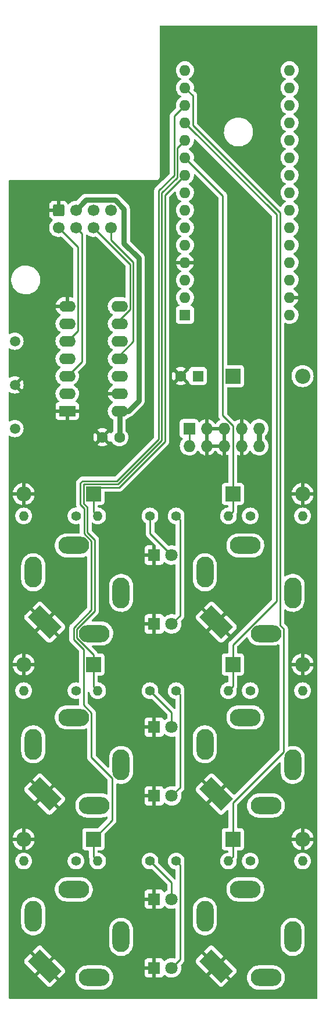
<source format=gtl>
G04 #@! TF.GenerationSoftware,KiCad,Pcbnew,6.0.9-8da3e8f707~116~ubuntu22.04.1*
G04 #@! TF.CreationDate,2022-11-08T11:41:05-05:00*
G04 #@! TF.ProjectId,clock_b1,636c6f63-6b5f-4623-912e-6b696361645f,rev?*
G04 #@! TF.SameCoordinates,Original*
G04 #@! TF.FileFunction,Copper,L1,Top*
G04 #@! TF.FilePolarity,Positive*
%FSLAX46Y46*%
G04 Gerber Fmt 4.6, Leading zero omitted, Abs format (unit mm)*
G04 Created by KiCad (PCBNEW 6.0.9-8da3e8f707~116~ubuntu22.04.1) date 2022-11-08 11:41:05*
%MOMM*%
%LPD*%
G01*
G04 APERTURE LIST*
G04 Aperture macros list*
%AMRoundRect*
0 Rectangle with rounded corners*
0 $1 Rounding radius*
0 $2 $3 $4 $5 $6 $7 $8 $9 X,Y pos of 4 corners*
0 Add a 4 corners polygon primitive as box body*
4,1,4,$2,$3,$4,$5,$6,$7,$8,$9,$2,$3,0*
0 Add four circle primitives for the rounded corners*
1,1,$1+$1,$2,$3*
1,1,$1+$1,$4,$5*
1,1,$1+$1,$6,$7*
1,1,$1+$1,$8,$9*
0 Add four rect primitives between the rounded corners*
20,1,$1+$1,$2,$3,$4,$5,0*
20,1,$1+$1,$4,$5,$6,$7,0*
20,1,$1+$1,$6,$7,$8,$9,0*
20,1,$1+$1,$8,$9,$2,$3,0*%
%AMRotRect*
0 Rectangle, with rotation*
0 The origin of the aperture is its center*
0 $1 length*
0 $2 width*
0 $3 Rotation angle, in degrees counterclockwise*
0 Add horizontal line*
21,1,$1,$2,0,0,$3*%
G04 Aperture macros list end*
G04 #@! TA.AperFunction,ComponentPad*
%ADD10R,1.800000X1.800000*%
G04 #@! TD*
G04 #@! TA.AperFunction,ComponentPad*
%ADD11C,1.800000*%
G04 #@! TD*
G04 #@! TA.AperFunction,ComponentPad*
%ADD12O,2.500000X4.500001*%
G04 #@! TD*
G04 #@! TA.AperFunction,ComponentPad*
%ADD13O,4.500001X2.500001*%
G04 #@! TD*
G04 #@! TA.AperFunction,ComponentPad*
%ADD14RotRect,4.500001X2.500001X315.000000*%
G04 #@! TD*
G04 #@! TA.AperFunction,ComponentPad*
%ADD15O,4.500000X2.500000*%
G04 #@! TD*
G04 #@! TA.AperFunction,ComponentPad*
%ADD16O,2.500000X4.500000*%
G04 #@! TD*
G04 #@! TA.AperFunction,ComponentPad*
%ADD17C,1.400000*%
G04 #@! TD*
G04 #@! TA.AperFunction,ComponentPad*
%ADD18O,1.400000X1.400000*%
G04 #@! TD*
G04 #@! TA.AperFunction,ComponentPad*
%ADD19C,1.500000*%
G04 #@! TD*
G04 #@! TA.AperFunction,ComponentPad*
%ADD20R,2.200000X2.200000*%
G04 #@! TD*
G04 #@! TA.AperFunction,ComponentPad*
%ADD21O,2.200000X2.200000*%
G04 #@! TD*
G04 #@! TA.AperFunction,ComponentPad*
%ADD22RoundRect,0.250000X-0.600000X0.600000X-0.600000X-0.600000X0.600000X-0.600000X0.600000X0.600000X0*%
G04 #@! TD*
G04 #@! TA.AperFunction,ComponentPad*
%ADD23C,1.700000*%
G04 #@! TD*
G04 #@! TA.AperFunction,ComponentPad*
%ADD24R,1.727200X1.727200*%
G04 #@! TD*
G04 #@! TA.AperFunction,ComponentPad*
%ADD25O,1.727200X1.727200*%
G04 #@! TD*
G04 #@! TA.AperFunction,ComponentPad*
%ADD26R,1.600000X1.600000*%
G04 #@! TD*
G04 #@! TA.AperFunction,ComponentPad*
%ADD27O,1.600000X1.600000*%
G04 #@! TD*
G04 #@! TA.AperFunction,ComponentPad*
%ADD28C,1.600000*%
G04 #@! TD*
G04 #@! TA.AperFunction,ComponentPad*
%ADD29R,2.400000X1.600000*%
G04 #@! TD*
G04 #@! TA.AperFunction,ComponentPad*
%ADD30O,2.400000X1.600000*%
G04 #@! TD*
G04 #@! TA.AperFunction,Conductor*
%ADD31C,0.750000*%
G04 #@! TD*
G04 #@! TA.AperFunction,Conductor*
%ADD32C,0.250000*%
G04 #@! TD*
G04 APERTURE END LIST*
D10*
G04 #@! TO.P,D13,1,K*
G04 #@! TO.N,Board_0-GND*
X36725000Y-152500000D03*
D11*
G04 #@! TO.P,D13,2,A*
G04 #@! TO.N,Board_0-/DIV_N_L*
X39265000Y-152500000D03*
G04 #@! TD*
D10*
G04 #@! TO.P,D12,1,K*
G04 #@! TO.N,Board_0-GND*
X36725000Y-142500000D03*
D11*
G04 #@! TO.P,D12,2,A*
G04 #@! TO.N,Board_0-/DIV_8_L*
X39265000Y-142500000D03*
G04 #@! TD*
D12*
G04 #@! TO.P,J9,R*
G04 #@! TO.N,N/C*
X56900000Y-148000000D03*
D13*
G04 #@! TO.P,J9,RN*
X53000000Y-153900000D03*
D14*
G04 #@! TO.P,J9,S*
G04 #@! TO.N,Board_0-GND*
X45760000Y-152240000D03*
D15*
G04 #@! TO.P,J9,T*
G04 #@! TO.N,Board_0-/DIV_N_J*
X50000000Y-141100000D03*
D16*
G04 #@! TO.P,J9,TN*
G04 #@! TO.N,N/C*
X44100000Y-145000000D03*
G04 #@! TD*
D12*
G04 #@! TO.P,J4,R*
G04 #@! TO.N,N/C*
X31900000Y-98000000D03*
D13*
G04 #@! TO.P,J4,RN*
X28000000Y-103900000D03*
D14*
G04 #@! TO.P,J4,S*
G04 #@! TO.N,Board_0-GND*
X20760000Y-102240000D03*
D15*
G04 #@! TO.P,J4,T*
G04 #@! TO.N,Board_0-/BEAT_J*
X25000000Y-91100000D03*
D16*
G04 #@! TO.P,J4,TN*
G04 #@! TO.N,N/C*
X19100000Y-95000000D03*
G04 #@! TD*
D12*
G04 #@! TO.P,J8,R*
G04 #@! TO.N,N/C*
X31900000Y-148000000D03*
D13*
G04 #@! TO.P,J8,RN*
X28000000Y-153900000D03*
D14*
G04 #@! TO.P,J8,S*
G04 #@! TO.N,Board_0-GND*
X20760000Y-152240000D03*
D15*
G04 #@! TO.P,J8,T*
G04 #@! TO.N,Board_0-/DIV_8_J*
X25000000Y-141100000D03*
D16*
G04 #@! TO.P,J8,TN*
G04 #@! TO.N,N/C*
X19100000Y-145000000D03*
G04 #@! TD*
D10*
G04 #@! TO.P,D8,1,K*
G04 #@! TO.N,Board_0-GND*
X36725000Y-92500000D03*
D11*
G04 #@! TO.P,D8,2,A*
G04 #@! TO.N,Board_0-/BEAT_L*
X39265000Y-92500000D03*
G04 #@! TD*
D12*
G04 #@! TO.P,J5,R*
G04 #@! TO.N,N/C*
X56900000Y-98000000D03*
D13*
G04 #@! TO.P,J5,RN*
X53000000Y-103900000D03*
D14*
G04 #@! TO.P,J5,S*
G04 #@! TO.N,Board_0-GND*
X45760000Y-102240000D03*
D15*
G04 #@! TO.P,J5,T*
G04 #@! TO.N,Board_0-/CLK_J*
X50000000Y-91100000D03*
D16*
G04 #@! TO.P,J5,TN*
G04 #@! TO.N,N/C*
X44100000Y-95000000D03*
G04 #@! TD*
D12*
G04 #@! TO.P,J6,R*
G04 #@! TO.N,N/C*
X31900000Y-123000000D03*
D13*
G04 #@! TO.P,J6,RN*
X28000000Y-128900000D03*
D14*
G04 #@! TO.P,J6,S*
G04 #@! TO.N,Board_0-GND*
X20760000Y-127240000D03*
D15*
G04 #@! TO.P,J6,T*
G04 #@! TO.N,Board_0-/DIV_2_J*
X25000000Y-116100000D03*
D16*
G04 #@! TO.P,J6,TN*
G04 #@! TO.N,N/C*
X19100000Y-120000000D03*
G04 #@! TD*
D12*
G04 #@! TO.P,J7,R*
G04 #@! TO.N,N/C*
X56900000Y-123000000D03*
D13*
G04 #@! TO.P,J7,RN*
X53000000Y-128900000D03*
D14*
G04 #@! TO.P,J7,S*
G04 #@! TO.N,Board_0-GND*
X45760000Y-127240000D03*
D15*
G04 #@! TO.P,J7,T*
G04 #@! TO.N,Board_0-/DIV_4_J*
X50000000Y-116100000D03*
D16*
G04 #@! TO.P,J7,TN*
G04 #@! TO.N,N/C*
X44100000Y-120000000D03*
G04 #@! TD*
D10*
G04 #@! TO.P,D10,1,K*
G04 #@! TO.N,Board_0-GND*
X36725000Y-117500000D03*
D11*
G04 #@! TO.P,D10,2,A*
G04 #@! TO.N,Board_0-/DIV_2_L*
X39265000Y-117500000D03*
G04 #@! TD*
D10*
G04 #@! TO.P,D9,1,K*
G04 #@! TO.N,Board_0-GND*
X36725000Y-102500000D03*
D11*
G04 #@! TO.P,D9,2,A*
G04 #@! TO.N,Board_0-/CLK_L*
X39265000Y-102500000D03*
G04 #@! TD*
D10*
G04 #@! TO.P,D11,1,K*
G04 #@! TO.N,Board_0-GND*
X36725000Y-127500000D03*
D11*
G04 #@! TO.P,D11,2,A*
G04 #@! TO.N,Board_0-/DIV_4_L*
X39265000Y-127500000D03*
G04 #@! TD*
D17*
G04 #@! TO.P,R12,1*
G04 #@! TO.N,Board_0-/DIV_4_L*
X39915000Y-112200000D03*
D18*
G04 #@! TO.P,R12,2*
G04 #@! TO.N,Board_0-/DIV_4*
X47535000Y-112200000D03*
G04 #@! TD*
D17*
G04 #@! TO.P,R9,1*
G04 #@! TO.N,Board_0-/BEAT_L*
X36105000Y-86800000D03*
D18*
G04 #@! TO.P,R9,2*
G04 #@! TO.N,Board_0-/BEAT*
X28485000Y-86800000D03*
G04 #@! TD*
D19*
G04 #@! TO.P,TP1,1,1*
G04 #@! TO.N,Board_0-+12V*
X16420000Y-74100000D03*
G04 #@! TD*
G04 #@! TO.P,TP2,1,1*
G04 #@! TO.N,Board_0-GND*
X16420000Y-67750000D03*
G04 #@! TD*
D17*
G04 #@! TO.P,R14,1*
G04 #@! TO.N,Board_0-/DIV_N_L*
X39915000Y-136965000D03*
D18*
G04 #@! TO.P,R14,2*
G04 #@! TO.N,Board_0-/DIV_N*
X47535000Y-136965000D03*
G04 #@! TD*
D20*
G04 #@! TO.P,D1,1,K*
G04 #@! TO.N,Board_0-+12V*
X48170000Y-66480000D03*
D21*
G04 #@! TO.P,D1,2,A*
G04 #@! TO.N,Board_0-/+12_IN*
X58330000Y-66480000D03*
G04 #@! TD*
D20*
G04 #@! TO.P,D6,1,K*
G04 #@! TO.N,Board_0-/DIV_8*
X27850000Y-133790000D03*
D21*
G04 #@! TO.P,D6,2,A*
G04 #@! TO.N,Board_0-GND*
X17690000Y-133790000D03*
G04 #@! TD*
D17*
G04 #@! TO.P,R13,1*
G04 #@! TO.N,Board_0-/DIV_8_L*
X36105000Y-136965000D03*
D18*
G04 #@! TO.P,R13,2*
G04 #@! TO.N,Board_0-/DIV_8*
X28485000Y-136965000D03*
G04 #@! TD*
D22*
G04 #@! TO.P,J3,1,Pin_1*
G04 #@! TO.N,Board_0-GND*
X22770000Y-42350000D03*
D23*
G04 #@! TO.P,J3,2,Pin_2*
G04 #@! TO.N,Board_0-/TACT_JB*
X22770000Y-44890000D03*
G04 #@! TO.P,J3,3,Pin_3*
G04 #@! TO.N,Board_0-+5V*
X25310000Y-42350000D03*
G04 #@! TO.P,J3,4,Pin_4*
G04 #@! TO.N,Board_0-/ENC_PUSH_JB*
X25310000Y-44890000D03*
G04 #@! TO.P,J3,5,Pin_5*
G04 #@! TO.N,Board_0-/SCL*
X27850000Y-42350000D03*
G04 #@! TO.P,J3,6,Pin_6*
G04 #@! TO.N,Board_0-/ENC_B_JB*
X27850000Y-44890000D03*
G04 #@! TO.P,J3,7,Pin_7*
G04 #@! TO.N,Board_0-/SDA*
X30390000Y-42350000D03*
G04 #@! TO.P,J3,8,Pin_8*
G04 #@! TO.N,Board_0-/ENC_A_JB*
X30390000Y-44890000D03*
G04 #@! TD*
D24*
G04 #@! TO.P,J2,1,-12V*
G04 #@! TO.N,Board_0-Net-(J2-Pad1)*
X41820000Y-74100000D03*
D25*
G04 #@! TO.P,J2,2,-12V*
X41820000Y-76640000D03*
G04 #@! TO.P,J2,3,GND*
G04 #@! TO.N,Board_0-GND*
X44360000Y-74100000D03*
G04 #@! TO.P,J2,4,GND*
X44360000Y-76640000D03*
G04 #@! TO.P,J2,5,GND*
X46900000Y-74100000D03*
G04 #@! TO.P,J2,6,GND*
X46900000Y-76640000D03*
G04 #@! TO.P,J2,7,GND*
X49440000Y-74100000D03*
G04 #@! TO.P,J2,8,GND*
X49440000Y-76640000D03*
G04 #@! TO.P,J2,9,+12V*
G04 #@! TO.N,Board_0-/+12_IN*
X51980000Y-74100000D03*
G04 #@! TO.P,J2,10,+12V*
X51980000Y-76640000D03*
G04 #@! TD*
D17*
G04 #@! TO.P,R19,1*
G04 #@! TO.N,Board_0-/DIV_8*
X25310000Y-136965000D03*
D18*
G04 #@! TO.P,R19,2*
G04 #@! TO.N,Board_0-/DIV_8_J*
X17690000Y-136965000D03*
G04 #@! TD*
D26*
G04 #@! TO.P,A1,1,D1/TX*
G04 #@! TO.N,Board_0-unconnected-(A1-Pad1)*
X41195000Y-57590000D03*
D27*
G04 #@! TO.P,A1,2,D0/RX*
G04 #@! TO.N,Board_0-unconnected-(A1-Pad2)*
X41195000Y-55050000D03*
G04 #@! TO.P,A1,3,~{RESET}*
G04 #@! TO.N,Board_0-unconnected-(A1-Pad3)*
X41195000Y-52510000D03*
G04 #@! TO.P,A1,4,GND*
G04 #@! TO.N,Board_0-GND*
X41195000Y-49970000D03*
G04 #@! TO.P,A1,5,D2*
G04 #@! TO.N,Board_0-/ENC_A*
X41195000Y-47430000D03*
G04 #@! TO.P,A1,6,D3*
G04 #@! TO.N,Board_0-/ENC_B*
X41195000Y-44890000D03*
G04 #@! TO.P,A1,7,D4*
G04 #@! TO.N,Board_0-/ENC_PUSH*
X41195000Y-42350000D03*
G04 #@! TO.P,A1,8,D5*
G04 #@! TO.N,Board_0-/TACT*
X41195000Y-39810000D03*
G04 #@! TO.P,A1,9,D6*
G04 #@! TO.N,Board_0-/BEAT*
X41195000Y-37270000D03*
G04 #@! TO.P,A1,10,D7*
G04 #@! TO.N,Board_0-/CLOCK*
X41195000Y-34730000D03*
G04 #@! TO.P,A1,11,D8*
G04 #@! TO.N,Board_0-/DIV_2*
X41195000Y-32190000D03*
G04 #@! TO.P,A1,12,D9*
G04 #@! TO.N,Board_0-/DIV_4*
X41195000Y-29650000D03*
G04 #@! TO.P,A1,13,D10*
G04 #@! TO.N,Board_0-/DIV_8*
X41195000Y-27110000D03*
G04 #@! TO.P,A1,14,D11*
G04 #@! TO.N,Board_0-/DIV_N*
X41195000Y-24570000D03*
G04 #@! TO.P,A1,15,D12*
G04 #@! TO.N,Board_0-unconnected-(A1-Pad15)*
X41195000Y-22030000D03*
G04 #@! TO.P,A1,16,D13*
G04 #@! TO.N,Board_0-unconnected-(A1-Pad16)*
X56435000Y-22030000D03*
G04 #@! TO.P,A1,17,3V3*
G04 #@! TO.N,Board_0-unconnected-(A1-Pad17)*
X56435000Y-24570000D03*
G04 #@! TO.P,A1,18,AREF*
G04 #@! TO.N,Board_0-unconnected-(A1-Pad18)*
X56435000Y-27110000D03*
G04 #@! TO.P,A1,19,A0*
G04 #@! TO.N,Board_0-unconnected-(A1-Pad19)*
X56435000Y-29650000D03*
G04 #@! TO.P,A1,20,A1*
G04 #@! TO.N,Board_0-unconnected-(A1-Pad20)*
X56435000Y-32190000D03*
G04 #@! TO.P,A1,21,A2*
G04 #@! TO.N,Board_0-unconnected-(A1-Pad21)*
X56435000Y-34730000D03*
G04 #@! TO.P,A1,22,A3*
G04 #@! TO.N,Board_0-unconnected-(A1-Pad22)*
X56435000Y-37270000D03*
G04 #@! TO.P,A1,23,A4*
G04 #@! TO.N,Board_0-/SDA*
X56435000Y-39810000D03*
G04 #@! TO.P,A1,24,A5*
G04 #@! TO.N,Board_0-/SCL*
X56435000Y-42350000D03*
G04 #@! TO.P,A1,25,A6*
G04 #@! TO.N,Board_0-unconnected-(A1-Pad25)*
X56435000Y-44890000D03*
G04 #@! TO.P,A1,26,A7*
G04 #@! TO.N,Board_0-unconnected-(A1-Pad26)*
X56435000Y-47430000D03*
G04 #@! TO.P,A1,27,+5V*
G04 #@! TO.N,Board_0-+5V*
X56435000Y-49970000D03*
G04 #@! TO.P,A1,28,~{RESET}*
G04 #@! TO.N,Board_0-unconnected-(A1-Pad28)*
X56435000Y-52510000D03*
G04 #@! TO.P,A1,29,GND*
G04 #@! TO.N,Board_0-GND*
X56435000Y-55050000D03*
G04 #@! TO.P,A1,30,VIN*
G04 #@! TO.N,Board_0-+12V*
X56435000Y-57590000D03*
G04 #@! TD*
D20*
G04 #@! TO.P,D4,1,K*
G04 #@! TO.N,Board_0-/DIV_2*
X27850000Y-108390000D03*
D21*
G04 #@! TO.P,D4,2,A*
G04 #@! TO.N,Board_0-GND*
X17690000Y-108390000D03*
G04 #@! TD*
D19*
G04 #@! TO.P,TP3,1,1*
G04 #@! TO.N,Board_0-+5V*
X16420000Y-61400000D03*
G04 #@! TD*
D17*
G04 #@! TO.P,R16,1*
G04 #@! TO.N,Board_0-/CLOCK*
X50710000Y-86800000D03*
D18*
G04 #@! TO.P,R16,2*
G04 #@! TO.N,Board_0-/CLK_J*
X58330000Y-86800000D03*
G04 #@! TD*
D28*
G04 #@! TO.P,C6,1*
G04 #@! TO.N,Board_0-+5V*
X31660000Y-75370000D03*
G04 #@! TO.P,C6,2*
G04 #@! TO.N,Board_0-GND*
X29160000Y-75370000D03*
G04 #@! TD*
D20*
G04 #@! TO.P,D2,1,K*
G04 #@! TO.N,Board_0-/BEAT*
X27850000Y-83625000D03*
D21*
G04 #@! TO.P,D2,2,A*
G04 #@! TO.N,Board_0-GND*
X17690000Y-83625000D03*
G04 #@! TD*
D17*
G04 #@! TO.P,R20,1*
G04 #@! TO.N,Board_0-/DIV_N*
X50710000Y-136965000D03*
D18*
G04 #@! TO.P,R20,2*
G04 #@! TO.N,Board_0-/DIV_N_J*
X58330000Y-136965000D03*
G04 #@! TD*
D17*
G04 #@! TO.P,R18,1*
G04 #@! TO.N,Board_0-/DIV_4*
X50710000Y-112200000D03*
D18*
G04 #@! TO.P,R18,2*
G04 #@! TO.N,Board_0-/DIV_4_J*
X58330000Y-112200000D03*
G04 #@! TD*
D20*
G04 #@! TO.P,D3,1,K*
G04 #@! TO.N,Board_0-/CLOCK*
X48170000Y-83625000D03*
D21*
G04 #@! TO.P,D3,2,A*
G04 #@! TO.N,Board_0-GND*
X58330000Y-83625000D03*
G04 #@! TD*
D20*
G04 #@! TO.P,D5,1,K*
G04 #@! TO.N,Board_0-/DIV_4*
X48170000Y-108390000D03*
D21*
G04 #@! TO.P,D5,2,A*
G04 #@! TO.N,Board_0-GND*
X58330000Y-108390000D03*
G04 #@! TD*
D17*
G04 #@! TO.P,R17,1*
G04 #@! TO.N,Board_0-/DIV_2*
X25310000Y-112200000D03*
D18*
G04 #@! TO.P,R17,2*
G04 #@! TO.N,Board_0-/DIV_2_J*
X17690000Y-112200000D03*
G04 #@! TD*
D17*
G04 #@! TO.P,R11,1*
G04 #@! TO.N,Board_0-/DIV_2_L*
X36105000Y-112200000D03*
D18*
G04 #@! TO.P,R11,2*
G04 #@! TO.N,Board_0-/DIV_2*
X28485000Y-112200000D03*
G04 #@! TD*
D26*
G04 #@! TO.P,C5,1*
G04 #@! TO.N,Board_0-+12V*
X43090000Y-66480000D03*
D28*
G04 #@! TO.P,C5,2*
G04 #@! TO.N,Board_0-GND*
X40590000Y-66480000D03*
G04 #@! TD*
D17*
G04 #@! TO.P,R15,1*
G04 #@! TO.N,Board_0-/BEAT*
X25310000Y-86800000D03*
D18*
G04 #@! TO.P,R15,2*
G04 #@! TO.N,Board_0-/BEAT_J*
X17690000Y-86800000D03*
G04 #@! TD*
D17*
G04 #@! TO.P,R10,1*
G04 #@! TO.N,Board_0-/CLK_L*
X39915000Y-86800000D03*
D18*
G04 #@! TO.P,R10,2*
G04 #@! TO.N,Board_0-/CLOCK*
X47535000Y-86800000D03*
G04 #@! TD*
D20*
G04 #@! TO.P,D7,1,K*
G04 #@! TO.N,Board_0-/DIV_N*
X48170000Y-133790000D03*
D21*
G04 #@! TO.P,D7,2,A*
G04 #@! TO.N,Board_0-GND*
X58330000Y-133790000D03*
G04 #@! TD*
D29*
G04 #@! TO.P,U1,1*
G04 #@! TO.N,Board_0-GND*
X24050000Y-71560000D03*
D30*
G04 #@! TO.P,U1,2*
G04 #@! TO.N,Board_0-unconnected-(U1-Pad2)*
X24050000Y-69020000D03*
G04 #@! TO.P,U1,3*
G04 #@! TO.N,Board_0-/ENC_PUSH_JB*
X24050000Y-66480000D03*
G04 #@! TO.P,U1,4*
G04 #@! TO.N,Board_0-/ENC_PUSH*
X24050000Y-63940000D03*
G04 #@! TO.P,U1,5*
G04 #@! TO.N,Board_0-/TACT_JB*
X24050000Y-61400000D03*
G04 #@! TO.P,U1,6*
G04 #@! TO.N,Board_0-/TACT*
X24050000Y-58860000D03*
G04 #@! TO.P,U1,7,VSS*
G04 #@! TO.N,Board_0-GND*
X24050000Y-56320000D03*
G04 #@! TO.P,U1,8*
G04 #@! TO.N,Board_0-/ENC_B*
X31670000Y-56320000D03*
G04 #@! TO.P,U1,9*
G04 #@! TO.N,Board_0-/ENC_B_JB*
X31670000Y-58860000D03*
G04 #@! TO.P,U1,10*
G04 #@! TO.N,Board_0-/ENC_A*
X31670000Y-61400000D03*
G04 #@! TO.P,U1,11*
G04 #@! TO.N,Board_0-/ENC_A_JB*
X31670000Y-63940000D03*
G04 #@! TO.P,U1,12*
G04 #@! TO.N,Board_0-unconnected-(U1-Pad12)*
X31670000Y-66480000D03*
G04 #@! TO.P,U1,13*
G04 #@! TO.N,Board_0-GND*
X31670000Y-69020000D03*
G04 #@! TO.P,U1,14,VDD*
G04 #@! TO.N,Board_0-+5V*
X31670000Y-71560000D03*
G04 #@! TD*
D31*
G04 #@! TO.N,Board_0-+5V*
X31870032Y-71560000D02*
X32930000Y-71560000D01*
X32930000Y-71560000D02*
X34454000Y-70036000D01*
X31660000Y-75370000D02*
X31660000Y-71570000D01*
X32295000Y-47176000D02*
X32295000Y-42169725D01*
X32295000Y-42169725D02*
X31000764Y-40875489D01*
X26784511Y-40875489D02*
X25310000Y-42350000D01*
X34454000Y-49335000D02*
X32295000Y-47176000D01*
X31000764Y-40875489D02*
X26784511Y-40875489D01*
X34454000Y-70036000D02*
X34454000Y-49335000D01*
G04 #@! TO.N,Board_0-/+12_IN*
X51980000Y-76640000D02*
X51980000Y-74100000D01*
D32*
G04 #@! TO.N,Board_0-/BEAT*
X31620399Y-82650009D02*
X38274020Y-75996388D01*
X28824991Y-82650009D02*
X31620399Y-82650009D01*
X28485000Y-86800000D02*
X27850000Y-86165000D01*
X38274020Y-75996388D02*
X38274020Y-40190980D01*
X38274020Y-40190980D02*
X41195000Y-37270000D01*
X27850000Y-86165000D02*
X27850000Y-83625000D01*
G04 #@! TO.N,Board_0-/BEAT_L*
X36105000Y-89340000D02*
X39265000Y-92500000D01*
X36105000Y-86800000D02*
X36105000Y-89340000D01*
G04 #@! TO.N,Board_0-/CLK_L*
X40489511Y-101275489D02*
X39265000Y-102500000D01*
X40489511Y-87374511D02*
X40489511Y-101275489D01*
X39915000Y-86800000D02*
X40489511Y-87374511D01*
G04 #@! TO.N,Board_0-/CLOCK*
X48170000Y-73689756D02*
X48170000Y-83625000D01*
X41195000Y-34730000D02*
X46695489Y-40230489D01*
X46695489Y-72215245D02*
X48170000Y-73689756D01*
X46695489Y-40230489D02*
X46695489Y-72215245D01*
X48170000Y-86165000D02*
X48170000Y-83625000D01*
X47535000Y-86800000D02*
X48170000Y-86165000D01*
G04 #@! TO.N,Board_0-/DIV_2*
X37824510Y-39868490D02*
X40070489Y-37622511D01*
X28024031Y-100649262D02*
X28024030Y-90261619D01*
X37824510Y-75810194D02*
X37824510Y-39868490D01*
X27850000Y-108390000D02*
X27850000Y-106976707D01*
X27850000Y-111565000D02*
X28485000Y-112200000D01*
X27850000Y-108390000D02*
X27850000Y-111565000D01*
X40070489Y-33314511D02*
X41195000Y-32190000D01*
X26425489Y-84993785D02*
X26425489Y-82200489D01*
X40070489Y-37622511D02*
X40070489Y-33314511D01*
X25425481Y-104552188D02*
X25425480Y-103247813D01*
X25425480Y-103247813D02*
X28024031Y-100649262D01*
X26961000Y-89198589D02*
X26961000Y-85529296D01*
X26425489Y-82200489D02*
X31434215Y-82200489D01*
X26961000Y-85529296D02*
X26425489Y-84993785D01*
X27850000Y-106976707D02*
X25425481Y-104552188D01*
X28024030Y-90261619D02*
X26961000Y-89198589D01*
X31434215Y-82200489D02*
X37824510Y-75810194D01*
G04 #@! TO.N,Board_0-/DIV_2_L*
X39265000Y-115360000D02*
X36105000Y-112200000D01*
X39265000Y-117500000D02*
X39265000Y-115360000D01*
G04 #@! TO.N,Board_0-/DIV_4*
X48170000Y-111565000D02*
X47535000Y-112200000D01*
X54520000Y-42975000D02*
X54520000Y-99153293D01*
X41195000Y-29650000D02*
X54520000Y-42975000D01*
X48170000Y-108390000D02*
X48170000Y-111565000D01*
X54520000Y-99153293D02*
X48170000Y-105503293D01*
X48170000Y-105503293D02*
X48170000Y-108390000D01*
G04 #@! TO.N,Board_0-/DIV_4_L*
X40489511Y-126275489D02*
X40489511Y-112774511D01*
X39265000Y-127500000D02*
X40489511Y-126275489D01*
X40489511Y-112774511D02*
X39915000Y-112200000D01*
G04 #@! TO.N,Board_0-/DIV_8*
X39620489Y-37268511D02*
X37362511Y-39526489D01*
X37362511Y-75636489D02*
X31279000Y-81720000D01*
X24975969Y-103061620D02*
X24975970Y-104738381D01*
X31279000Y-81720000D02*
X26270261Y-81720000D01*
X26511490Y-89384783D02*
X27574520Y-90447813D01*
X30574520Y-131065480D02*
X27850000Y-133790000D01*
X26270261Y-81720000D02*
X25975969Y-82014292D01*
X27574520Y-100463069D02*
X24975969Y-103061620D01*
X27574520Y-121901227D02*
X30574520Y-124901227D01*
X27850000Y-136330000D02*
X28485000Y-136965000D01*
X26425489Y-106187900D02*
X26425489Y-114298782D01*
X37362511Y-39526489D02*
X37362511Y-75636489D01*
X27850000Y-133790000D02*
X27850000Y-136330000D01*
X30574520Y-124901227D02*
X30574520Y-131065480D01*
X25975969Y-85179983D02*
X26511489Y-85715503D01*
X25975969Y-82014292D02*
X25975969Y-85179983D01*
X41195000Y-27110000D02*
X39620489Y-28684511D01*
X39620489Y-28684511D02*
X39620489Y-37268511D01*
X27574520Y-90447813D02*
X27574520Y-100463069D01*
X26511489Y-85715503D02*
X26511490Y-89384783D01*
X26425489Y-114298782D02*
X27574520Y-115447813D01*
X27574520Y-115447813D02*
X27574520Y-121901227D01*
X24975970Y-104738381D02*
X26425489Y-106187900D01*
G04 #@! TO.N,Board_0-/DIV_8_L*
X39265000Y-140125000D02*
X36105000Y-136965000D01*
X39265000Y-142500000D02*
X39265000Y-140125000D01*
G04 #@! TO.N,Board_0-/DIV_N*
X42319511Y-25694511D02*
X42319511Y-30022511D01*
X55019511Y-102692804D02*
X55574520Y-103247813D01*
X48170000Y-128503293D02*
X48170000Y-133790000D01*
X55574520Y-103247813D02*
X55574520Y-121098773D01*
X48170000Y-136330000D02*
X47535000Y-136965000D01*
X41195000Y-24570000D02*
X42319511Y-25694511D01*
X55574520Y-121098773D02*
X48170000Y-128503293D01*
X55019511Y-42722511D02*
X55019511Y-102692804D01*
X42319511Y-30022511D02*
X55019511Y-42722511D01*
X48170000Y-133790000D02*
X48170000Y-136330000D01*
G04 #@! TO.N,Board_0-/DIV_N_L*
X40489511Y-137539511D02*
X39915000Y-136965000D01*
X39265000Y-152500000D02*
X40489511Y-151275489D01*
X40489511Y-151275489D02*
X40489511Y-137539511D01*
G04 #@! TO.N,Board_0-/ENC_A_JB*
X30390000Y-46668000D02*
X30390000Y-44890000D01*
X31670000Y-63422000D02*
X33644040Y-61447960D01*
X33644040Y-49922040D02*
X30390000Y-46668000D01*
X33644040Y-61447960D02*
X33644040Y-49922040D01*
G04 #@! TO.N,Board_0-/ENC_B_JB*
X33194520Y-56785791D02*
X33194520Y-50234520D01*
X31670000Y-58310311D02*
X33194520Y-56785791D01*
X33194520Y-50234520D02*
X27850000Y-44890000D01*
G04 #@! TO.N,Board_0-/ENC_PUSH_JB*
X25310000Y-44890000D02*
X26160000Y-45740000D01*
X26160000Y-64370000D02*
X24050000Y-66480000D01*
X26160000Y-45740000D02*
X26160000Y-64370000D01*
G04 #@! TO.N,Board_0-/TACT_JB*
X25574520Y-47694520D02*
X25574520Y-59875480D01*
X25574520Y-59875480D02*
X24050000Y-61400000D01*
X22770000Y-44890000D02*
X25574520Y-47694520D01*
G04 #@! TO.N,Board_0-Net-(J2-Pad1)*
X41820000Y-76640000D02*
X41820000Y-74100000D01*
G04 #@! TD*
G04 #@! TA.AperFunction,Conductor*
G04 #@! TO.N,Board_0-GND*
G36*
X60433621Y-15528502D02*
G01*
X60480114Y-15582158D01*
X60491500Y-15634500D01*
X60491500Y-156865500D01*
X60471498Y-156933621D01*
X60417842Y-156980114D01*
X60365500Y-156991500D01*
X15634500Y-156991500D01*
X15566379Y-156971498D01*
X15519886Y-156917842D01*
X15508500Y-156865500D01*
X15508500Y-153663830D01*
X19701710Y-153663830D01*
X19701841Y-153665663D01*
X19706092Y-153672278D01*
X21139481Y-155105667D01*
X21144565Y-155110229D01*
X21184438Y-155142290D01*
X21197789Y-155150511D01*
X21314889Y-155203752D01*
X21331950Y-155208741D01*
X21458218Y-155226824D01*
X21475996Y-155226824D01*
X21602264Y-155208741D01*
X21619325Y-155203752D01*
X21736420Y-155150513D01*
X21749777Y-155142288D01*
X21789661Y-155110221D01*
X21794720Y-155105681D01*
X22517787Y-154382613D01*
X22525398Y-154368675D01*
X22525266Y-154366839D01*
X22521017Y-154360227D01*
X22168445Y-154007655D01*
X25239858Y-154007655D01*
X25275104Y-154266638D01*
X25276412Y-154271124D01*
X25276412Y-154271126D01*
X25296098Y-154338664D01*
X25348243Y-154517567D01*
X25457668Y-154754928D01*
X25460231Y-154758837D01*
X25598410Y-154969596D01*
X25598414Y-154969601D01*
X25600976Y-154973509D01*
X25775018Y-155168506D01*
X25975970Y-155335637D01*
X25979973Y-155338066D01*
X26195422Y-155468804D01*
X26195426Y-155468806D01*
X26199419Y-155471229D01*
X26440455Y-155572303D01*
X26693783Y-155636641D01*
X26698434Y-155637109D01*
X26698438Y-155637110D01*
X26891308Y-155656531D01*
X26910867Y-155658500D01*
X29066354Y-155658500D01*
X29068679Y-155658327D01*
X29068685Y-155658327D01*
X29256000Y-155644407D01*
X29256004Y-155644406D01*
X29260652Y-155644061D01*
X29265200Y-155643032D01*
X29265206Y-155643031D01*
X29451601Y-155600853D01*
X29515577Y-155586377D01*
X29551769Y-155572303D01*
X29754824Y-155493340D01*
X29754827Y-155493339D01*
X29759177Y-155491647D01*
X29986098Y-155361951D01*
X30191357Y-155200138D01*
X30370443Y-155009763D01*
X30519424Y-154795009D01*
X30635025Y-154560593D01*
X30714707Y-154311665D01*
X30756721Y-154053693D01*
X30758753Y-153898478D01*
X30760081Y-153797022D01*
X30760081Y-153797019D01*
X30760142Y-153792345D01*
X30724896Y-153533362D01*
X30715858Y-153502352D01*
X30699045Y-153444669D01*
X35317001Y-153444669D01*
X35317371Y-153451490D01*
X35322895Y-153502352D01*
X35326521Y-153517604D01*
X35371676Y-153638054D01*
X35380214Y-153653649D01*
X35456715Y-153755724D01*
X35469276Y-153768285D01*
X35571351Y-153844786D01*
X35586946Y-153853324D01*
X35707394Y-153898478D01*
X35722649Y-153902105D01*
X35773514Y-153907631D01*
X35780328Y-153908000D01*
X36452885Y-153908000D01*
X36468124Y-153903525D01*
X36469329Y-153902135D01*
X36471000Y-153894452D01*
X36471000Y-152772115D01*
X36466525Y-152756876D01*
X36465135Y-152755671D01*
X36457452Y-152754000D01*
X35335116Y-152754000D01*
X35319877Y-152758475D01*
X35318672Y-152759865D01*
X35317001Y-152767548D01*
X35317001Y-153444669D01*
X30699045Y-153444669D01*
X30656379Y-153298290D01*
X30651757Y-153282433D01*
X30542332Y-153045072D01*
X30483931Y-152955996D01*
X30401590Y-152830404D01*
X30401586Y-152830399D01*
X30399024Y-152826491D01*
X30224982Y-152631494D01*
X30024030Y-152464363D01*
X29976844Y-152435730D01*
X29804578Y-152331196D01*
X29804574Y-152331194D01*
X29800581Y-152328771D01*
X29559993Y-152227885D01*
X35317000Y-152227885D01*
X35321475Y-152243124D01*
X35322865Y-152244329D01*
X35330548Y-152246000D01*
X36452885Y-152246000D01*
X36468124Y-152241525D01*
X36469329Y-152240135D01*
X36471000Y-152232452D01*
X36471000Y-151110116D01*
X36466525Y-151094877D01*
X36465135Y-151093672D01*
X36457452Y-151092001D01*
X35780331Y-151092001D01*
X35773510Y-151092371D01*
X35722648Y-151097895D01*
X35707396Y-151101521D01*
X35586946Y-151146676D01*
X35571351Y-151155214D01*
X35469276Y-151231715D01*
X35456715Y-151244276D01*
X35380214Y-151346351D01*
X35371676Y-151361946D01*
X35326522Y-151482394D01*
X35322895Y-151497649D01*
X35317369Y-151548514D01*
X35317000Y-151555328D01*
X35317000Y-152227885D01*
X29559993Y-152227885D01*
X29559545Y-152227697D01*
X29306217Y-152163359D01*
X29301566Y-152162891D01*
X29301562Y-152162890D01*
X29092271Y-152141816D01*
X29089133Y-152141500D01*
X26933646Y-152141500D01*
X26931321Y-152141673D01*
X26931315Y-152141673D01*
X26744000Y-152155593D01*
X26743996Y-152155594D01*
X26739348Y-152155939D01*
X26734800Y-152156968D01*
X26734794Y-152156969D01*
X26548399Y-152199147D01*
X26484423Y-152213623D01*
X26480071Y-152215315D01*
X26480069Y-152215316D01*
X26245176Y-152306660D01*
X26245173Y-152306661D01*
X26240823Y-152308353D01*
X26013902Y-152438049D01*
X25808643Y-152599862D01*
X25629557Y-152790237D01*
X25480576Y-153004991D01*
X25478510Y-153009181D01*
X25478508Y-153009184D01*
X25368571Y-153232116D01*
X25364975Y-153239407D01*
X25363553Y-153243850D01*
X25363552Y-153243852D01*
X25297087Y-153451490D01*
X25285293Y-153488335D01*
X25243279Y-153746307D01*
X25239858Y-154007655D01*
X22168445Y-154007655D01*
X20772812Y-152612022D01*
X20758868Y-152604408D01*
X20757035Y-152604539D01*
X20750420Y-152608790D01*
X19709324Y-153649886D01*
X19701710Y-153663830D01*
X15508500Y-153663830D01*
X15508500Y-151541782D01*
X17773176Y-151541782D01*
X17791259Y-151668050D01*
X17796248Y-151685111D01*
X17849488Y-151802209D01*
X17857711Y-151815563D01*
X17889771Y-151855437D01*
X17894332Y-151860519D01*
X19324490Y-153290676D01*
X19338434Y-153298290D01*
X19340268Y-153298159D01*
X19346880Y-153293910D01*
X20387978Y-152252812D01*
X20394356Y-152241132D01*
X21124408Y-152241132D01*
X21124539Y-152242965D01*
X21128790Y-152249580D01*
X22876993Y-153997783D01*
X22890937Y-154005397D01*
X22892770Y-154005266D01*
X22899385Y-154001015D01*
X23625667Y-153274733D01*
X23630228Y-153269650D01*
X23662289Y-153229776D01*
X23670512Y-153216422D01*
X23723752Y-153099325D01*
X23728741Y-153082264D01*
X23746824Y-152955996D01*
X23746824Y-152938218D01*
X23728741Y-152811950D01*
X23723752Y-152794889D01*
X23670512Y-152677791D01*
X23662289Y-152664437D01*
X23630229Y-152624563D01*
X23625668Y-152619481D01*
X22195510Y-151189324D01*
X22181566Y-151181710D01*
X22179732Y-151181841D01*
X22173120Y-151186090D01*
X21132022Y-152227188D01*
X21124408Y-152241132D01*
X20394356Y-152241132D01*
X20395592Y-152238868D01*
X20395461Y-152237035D01*
X20391210Y-152230420D01*
X18643007Y-150482217D01*
X18629063Y-150474603D01*
X18627230Y-150474734D01*
X18620615Y-150478985D01*
X17894333Y-151205267D01*
X17889772Y-151210350D01*
X17857711Y-151250224D01*
X17849488Y-151263578D01*
X17796248Y-151380675D01*
X17791259Y-151397736D01*
X17773176Y-151524004D01*
X17773176Y-151541782D01*
X15508500Y-151541782D01*
X15508500Y-150111325D01*
X18994602Y-150111325D01*
X18994734Y-150113161D01*
X18998983Y-150119773D01*
X20747188Y-151867978D01*
X20761132Y-151875592D01*
X20762965Y-151875461D01*
X20769580Y-151871210D01*
X21810676Y-150830114D01*
X21818290Y-150816170D01*
X21818159Y-150814337D01*
X21813908Y-150807722D01*
X20380519Y-149374333D01*
X20375435Y-149369771D01*
X20335562Y-149337710D01*
X20322211Y-149329489D01*
X20205111Y-149276248D01*
X20188050Y-149271259D01*
X20061782Y-149253176D01*
X20044004Y-149253176D01*
X19917736Y-149271259D01*
X19900675Y-149276248D01*
X19783580Y-149329487D01*
X19770223Y-149337712D01*
X19730339Y-149369779D01*
X19725280Y-149374319D01*
X19002213Y-150097387D01*
X18994602Y-150111325D01*
X15508500Y-150111325D01*
X15508500Y-149066354D01*
X30141500Y-149066354D01*
X30155939Y-149260652D01*
X30156968Y-149265200D01*
X30156969Y-149265206D01*
X30199147Y-149451601D01*
X30213623Y-149515577D01*
X30308353Y-149759177D01*
X30438049Y-149986098D01*
X30599862Y-150191357D01*
X30790237Y-150370443D01*
X31004991Y-150519424D01*
X31009181Y-150521490D01*
X31009184Y-150521492D01*
X31235219Y-150632960D01*
X31235222Y-150632961D01*
X31239407Y-150635025D01*
X31243850Y-150636447D01*
X31243852Y-150636448D01*
X31483877Y-150713280D01*
X31488335Y-150714707D01*
X31746307Y-150756721D01*
X31860058Y-150758210D01*
X32002978Y-150760081D01*
X32002981Y-150760081D01*
X32007655Y-150760142D01*
X32266638Y-150724896D01*
X32517567Y-150651757D01*
X32553862Y-150635025D01*
X32572112Y-150626611D01*
X32754928Y-150542332D01*
X32858232Y-150474603D01*
X32969596Y-150401590D01*
X32969601Y-150401586D01*
X32973509Y-150399024D01*
X33168506Y-150224982D01*
X33335637Y-150024030D01*
X33471229Y-149800581D01*
X33572303Y-149559545D01*
X33636641Y-149306217D01*
X33658500Y-149089133D01*
X33658500Y-146933646D01*
X33656574Y-146907729D01*
X33644407Y-146744000D01*
X33644406Y-146743996D01*
X33644061Y-146739348D01*
X33632725Y-146689248D01*
X33587408Y-146488980D01*
X33586377Y-146484423D01*
X33491647Y-146240823D01*
X33361951Y-146013902D01*
X33200138Y-145808643D01*
X33009763Y-145629557D01*
X32795009Y-145480576D01*
X32790816Y-145478508D01*
X32564781Y-145367040D01*
X32564778Y-145367039D01*
X32560593Y-145364975D01*
X32514449Y-145350204D01*
X32316123Y-145286720D01*
X32311665Y-145285293D01*
X32053693Y-145243279D01*
X31939942Y-145241790D01*
X31797022Y-145239919D01*
X31797019Y-145239919D01*
X31792345Y-145239858D01*
X31533362Y-145275104D01*
X31282433Y-145348243D01*
X31278180Y-145350203D01*
X31278179Y-145350204D01*
X31241659Y-145367040D01*
X31045072Y-145457668D01*
X31006067Y-145483241D01*
X30830404Y-145598410D01*
X30830399Y-145598414D01*
X30826491Y-145600976D01*
X30631494Y-145775018D01*
X30464363Y-145975970D01*
X30328771Y-146199419D01*
X30227697Y-146440455D01*
X30163359Y-146693783D01*
X30162891Y-146698434D01*
X30162890Y-146698438D01*
X30152605Y-146800581D01*
X30141500Y-146910867D01*
X30141500Y-149066354D01*
X15508500Y-149066354D01*
X15508500Y-146066354D01*
X17341500Y-146066354D01*
X17341673Y-146068679D01*
X17341673Y-146068685D01*
X17351389Y-146199419D01*
X17355939Y-146260652D01*
X17356968Y-146265200D01*
X17356969Y-146265206D01*
X17397648Y-146444980D01*
X17413623Y-146515577D01*
X17508353Y-146759177D01*
X17638049Y-146986098D01*
X17799862Y-147191357D01*
X17990237Y-147370443D01*
X18204991Y-147519424D01*
X18209181Y-147521490D01*
X18209184Y-147521492D01*
X18435219Y-147632960D01*
X18435222Y-147632961D01*
X18439407Y-147635025D01*
X18443850Y-147636447D01*
X18443852Y-147636448D01*
X18683877Y-147713280D01*
X18688335Y-147714707D01*
X18946307Y-147756721D01*
X19060058Y-147758210D01*
X19202978Y-147760081D01*
X19202981Y-147760081D01*
X19207655Y-147760142D01*
X19466638Y-147724896D01*
X19717567Y-147651757D01*
X19753862Y-147635025D01*
X19772112Y-147626611D01*
X19954928Y-147542332D01*
X20004976Y-147509519D01*
X20169596Y-147401590D01*
X20169601Y-147401586D01*
X20173509Y-147399024D01*
X20368506Y-147224982D01*
X20535637Y-147024030D01*
X20671229Y-146800581D01*
X20772303Y-146559545D01*
X20836641Y-146306217D01*
X20842788Y-146245176D01*
X20858184Y-146092271D01*
X20858500Y-146089133D01*
X20858500Y-143933646D01*
X20856470Y-143906328D01*
X20844407Y-143744000D01*
X20844406Y-143743996D01*
X20844061Y-143739348D01*
X20832725Y-143689248D01*
X20790434Y-143502352D01*
X20786377Y-143484423D01*
X20770918Y-143444669D01*
X35317001Y-143444669D01*
X35317371Y-143451490D01*
X35322895Y-143502352D01*
X35326521Y-143517604D01*
X35371676Y-143638054D01*
X35380214Y-143653649D01*
X35456715Y-143755724D01*
X35469276Y-143768285D01*
X35571351Y-143844786D01*
X35586946Y-143853324D01*
X35707394Y-143898478D01*
X35722649Y-143902105D01*
X35773514Y-143907631D01*
X35780328Y-143908000D01*
X36452885Y-143908000D01*
X36468124Y-143903525D01*
X36469329Y-143902135D01*
X36471000Y-143894452D01*
X36471000Y-142772115D01*
X36466525Y-142756876D01*
X36465135Y-142755671D01*
X36457452Y-142754000D01*
X35335116Y-142754000D01*
X35319877Y-142758475D01*
X35318672Y-142759865D01*
X35317001Y-142767548D01*
X35317001Y-143444669D01*
X20770918Y-143444669D01*
X20691647Y-143240823D01*
X20561951Y-143013902D01*
X20400138Y-142808643D01*
X20209763Y-142629557D01*
X19995009Y-142480576D01*
X19964375Y-142465469D01*
X19764781Y-142367040D01*
X19764778Y-142367039D01*
X19760593Y-142364975D01*
X19714449Y-142350204D01*
X19516123Y-142286720D01*
X19511665Y-142285293D01*
X19253693Y-142243279D01*
X19139942Y-142241790D01*
X18997022Y-142239919D01*
X18997019Y-142239919D01*
X18992345Y-142239858D01*
X18733362Y-142275104D01*
X18482433Y-142348243D01*
X18478180Y-142350203D01*
X18478179Y-142350204D01*
X18441659Y-142367040D01*
X18245072Y-142457668D01*
X18206067Y-142483241D01*
X18030404Y-142598410D01*
X18030399Y-142598414D01*
X18026491Y-142600976D01*
X17831494Y-142775018D01*
X17664363Y-142975970D01*
X17528771Y-143199419D01*
X17427697Y-143440455D01*
X17363359Y-143693783D01*
X17362891Y-143698434D01*
X17362890Y-143698438D01*
X17344512Y-143880956D01*
X17341500Y-143910867D01*
X17341500Y-146066354D01*
X15508500Y-146066354D01*
X15508500Y-141207655D01*
X22239858Y-141207655D01*
X22275104Y-141466638D01*
X22276412Y-141471124D01*
X22276412Y-141471126D01*
X22296098Y-141538664D01*
X22348243Y-141717567D01*
X22457668Y-141954928D01*
X22460231Y-141958837D01*
X22598410Y-142169596D01*
X22598414Y-142169601D01*
X22600976Y-142173509D01*
X22775018Y-142368506D01*
X22975970Y-142535637D01*
X22979973Y-142538066D01*
X23195422Y-142668804D01*
X23195426Y-142668806D01*
X23199419Y-142671229D01*
X23440455Y-142772303D01*
X23693783Y-142836641D01*
X23698434Y-142837109D01*
X23698438Y-142837110D01*
X23891308Y-142856531D01*
X23910867Y-142858500D01*
X26066354Y-142858500D01*
X26068679Y-142858327D01*
X26068685Y-142858327D01*
X26256000Y-142844407D01*
X26256004Y-142844406D01*
X26260652Y-142844061D01*
X26265200Y-142843032D01*
X26265206Y-142843031D01*
X26451601Y-142800853D01*
X26515577Y-142786377D01*
X26519931Y-142784684D01*
X26754824Y-142693340D01*
X26754827Y-142693339D01*
X26759177Y-142691647D01*
X26986098Y-142561951D01*
X27191357Y-142400138D01*
X27353396Y-142227885D01*
X35317000Y-142227885D01*
X35321475Y-142243124D01*
X35322865Y-142244329D01*
X35330548Y-142246000D01*
X36452885Y-142246000D01*
X36468124Y-142241525D01*
X36469329Y-142240135D01*
X36471000Y-142232452D01*
X36471000Y-141110116D01*
X36466525Y-141094877D01*
X36465135Y-141093672D01*
X36457452Y-141092001D01*
X35780331Y-141092001D01*
X35773510Y-141092371D01*
X35722648Y-141097895D01*
X35707396Y-141101521D01*
X35586946Y-141146676D01*
X35571351Y-141155214D01*
X35469276Y-141231715D01*
X35456715Y-141244276D01*
X35380214Y-141346351D01*
X35371676Y-141361946D01*
X35326522Y-141482394D01*
X35322895Y-141497649D01*
X35317369Y-141548514D01*
X35317000Y-141555328D01*
X35317000Y-142227885D01*
X27353396Y-142227885D01*
X27370443Y-142209763D01*
X27519424Y-141995009D01*
X27635025Y-141760593D01*
X27714707Y-141511665D01*
X27756721Y-141253693D01*
X27760142Y-140992345D01*
X27724896Y-140733362D01*
X27710473Y-140683877D01*
X27653068Y-140486932D01*
X27651757Y-140482433D01*
X27542332Y-140245072D01*
X27509519Y-140195024D01*
X27401590Y-140030404D01*
X27401586Y-140030399D01*
X27399024Y-140026491D01*
X27224982Y-139831494D01*
X27024030Y-139664363D01*
X26936323Y-139611141D01*
X26804578Y-139531196D01*
X26804574Y-139531194D01*
X26800581Y-139528771D01*
X26559545Y-139427697D01*
X26306217Y-139363359D01*
X26301566Y-139362891D01*
X26301562Y-139362890D01*
X26092271Y-139341816D01*
X26089133Y-139341500D01*
X23933646Y-139341500D01*
X23931321Y-139341673D01*
X23931315Y-139341673D01*
X23744000Y-139355593D01*
X23743996Y-139355594D01*
X23739348Y-139355939D01*
X23734800Y-139356968D01*
X23734794Y-139356969D01*
X23548399Y-139399147D01*
X23484423Y-139413623D01*
X23480071Y-139415315D01*
X23480069Y-139415316D01*
X23245176Y-139506660D01*
X23245173Y-139506661D01*
X23240823Y-139508353D01*
X23236769Y-139510670D01*
X23236767Y-139510671D01*
X23208264Y-139526962D01*
X23013902Y-139638049D01*
X22808643Y-139799862D01*
X22629557Y-139990237D01*
X22480576Y-140204991D01*
X22478510Y-140209181D01*
X22478508Y-140209184D01*
X22390620Y-140387405D01*
X22364975Y-140439407D01*
X22285293Y-140688335D01*
X22243279Y-140946307D01*
X22243218Y-140950980D01*
X22241195Y-141105548D01*
X22239858Y-141207655D01*
X15508500Y-141207655D01*
X15508500Y-136965000D01*
X16476884Y-136965000D01*
X16495314Y-137175655D01*
X16496738Y-137180968D01*
X16496738Y-137180970D01*
X16527705Y-137296538D01*
X16550044Y-137379910D01*
X16552366Y-137384891D01*
X16552367Y-137384892D01*
X16619824Y-137529553D01*
X16639411Y-137571558D01*
X16760699Y-137744776D01*
X16910224Y-137894301D01*
X17083442Y-138015589D01*
X17088420Y-138017910D01*
X17088423Y-138017912D01*
X17270108Y-138102633D01*
X17275090Y-138104956D01*
X17280398Y-138106378D01*
X17280400Y-138106379D01*
X17474030Y-138158262D01*
X17474032Y-138158262D01*
X17479345Y-138159686D01*
X17690000Y-138178116D01*
X17900655Y-138159686D01*
X17905968Y-138158262D01*
X17905970Y-138158262D01*
X18099600Y-138106379D01*
X18099602Y-138106378D01*
X18104910Y-138104956D01*
X18109892Y-138102633D01*
X18291577Y-138017912D01*
X18291580Y-138017910D01*
X18296558Y-138015589D01*
X18469776Y-137894301D01*
X18619301Y-137744776D01*
X18740589Y-137571558D01*
X18760177Y-137529553D01*
X18827633Y-137384892D01*
X18827634Y-137384891D01*
X18829956Y-137379910D01*
X18852296Y-137296538D01*
X18883262Y-137180970D01*
X18883262Y-137180968D01*
X18884686Y-137175655D01*
X18903116Y-136965000D01*
X24096884Y-136965000D01*
X24115314Y-137175655D01*
X24116738Y-137180968D01*
X24116738Y-137180970D01*
X24147705Y-137296538D01*
X24170044Y-137379910D01*
X24172366Y-137384891D01*
X24172367Y-137384892D01*
X24239824Y-137529553D01*
X24259411Y-137571558D01*
X24380699Y-137744776D01*
X24530224Y-137894301D01*
X24703442Y-138015589D01*
X24708420Y-138017910D01*
X24708423Y-138017912D01*
X24890108Y-138102633D01*
X24895090Y-138104956D01*
X24900398Y-138106378D01*
X24900400Y-138106379D01*
X25094030Y-138158262D01*
X25094032Y-138158262D01*
X25099345Y-138159686D01*
X25310000Y-138178116D01*
X25520655Y-138159686D01*
X25525968Y-138158262D01*
X25525970Y-138158262D01*
X25719600Y-138106379D01*
X25719602Y-138106378D01*
X25724910Y-138104956D01*
X25729892Y-138102633D01*
X25911577Y-138017912D01*
X25911580Y-138017910D01*
X25916558Y-138015589D01*
X26089776Y-137894301D01*
X26239301Y-137744776D01*
X26360589Y-137571558D01*
X26380177Y-137529553D01*
X26447633Y-137384892D01*
X26447634Y-137384891D01*
X26449956Y-137379910D01*
X26472296Y-137296538D01*
X26503262Y-137180970D01*
X26503262Y-137180968D01*
X26504686Y-137175655D01*
X26523116Y-136965000D01*
X26504686Y-136754345D01*
X26503261Y-136749027D01*
X26451379Y-136555400D01*
X26451378Y-136555398D01*
X26449956Y-136550090D01*
X26447633Y-136545108D01*
X26362912Y-136363423D01*
X26362910Y-136363420D01*
X26360589Y-136358442D01*
X26239301Y-136185224D01*
X26089776Y-136035699D01*
X25916558Y-135914411D01*
X25911580Y-135912090D01*
X25911577Y-135912088D01*
X25729892Y-135827367D01*
X25729891Y-135827366D01*
X25724910Y-135825044D01*
X25719602Y-135823622D01*
X25719600Y-135823621D01*
X25525970Y-135771738D01*
X25525968Y-135771738D01*
X25520655Y-135770314D01*
X25310000Y-135751884D01*
X25099345Y-135770314D01*
X25094032Y-135771738D01*
X25094030Y-135771738D01*
X24900400Y-135823621D01*
X24900398Y-135823622D01*
X24895090Y-135825044D01*
X24890109Y-135827366D01*
X24890108Y-135827367D01*
X24708423Y-135912088D01*
X24708420Y-135912090D01*
X24703442Y-135914411D01*
X24530224Y-136035699D01*
X24380699Y-136185224D01*
X24259411Y-136358442D01*
X24257090Y-136363420D01*
X24257088Y-136363423D01*
X24172367Y-136545108D01*
X24170044Y-136550090D01*
X24168622Y-136555398D01*
X24168621Y-136555400D01*
X24116739Y-136749027D01*
X24115314Y-136754345D01*
X24096884Y-136965000D01*
X18903116Y-136965000D01*
X18884686Y-136754345D01*
X18883261Y-136749027D01*
X18831379Y-136555400D01*
X18831378Y-136555398D01*
X18829956Y-136550090D01*
X18827633Y-136545108D01*
X18742912Y-136363423D01*
X18742910Y-136363420D01*
X18740589Y-136358442D01*
X18619301Y-136185224D01*
X18469776Y-136035699D01*
X18296558Y-135914411D01*
X18291580Y-135912090D01*
X18291577Y-135912088D01*
X18109892Y-135827367D01*
X18109891Y-135827366D01*
X18104910Y-135825044D01*
X18099602Y-135823622D01*
X18099600Y-135823621D01*
X17905970Y-135771738D01*
X17905968Y-135771738D01*
X17900655Y-135770314D01*
X17690000Y-135751884D01*
X17479345Y-135770314D01*
X17474032Y-135771738D01*
X17474030Y-135771738D01*
X17280400Y-135823621D01*
X17280398Y-135823622D01*
X17275090Y-135825044D01*
X17270109Y-135827366D01*
X17270108Y-135827367D01*
X17088423Y-135912088D01*
X17088420Y-135912090D01*
X17083442Y-135914411D01*
X16910224Y-136035699D01*
X16760699Y-136185224D01*
X16639411Y-136358442D01*
X16637090Y-136363420D01*
X16637088Y-136363423D01*
X16552367Y-136545108D01*
X16550044Y-136550090D01*
X16548622Y-136555398D01*
X16548621Y-136555400D01*
X16496739Y-136749027D01*
X16495314Y-136754345D01*
X16476884Y-136965000D01*
X15508500Y-136965000D01*
X15508500Y-134057431D01*
X16100512Y-134057431D01*
X16154817Y-134283624D01*
X16157866Y-134293009D01*
X16250936Y-134517700D01*
X16255417Y-134526494D01*
X16382496Y-134733867D01*
X16388289Y-134741840D01*
X16546249Y-134926787D01*
X16553213Y-134933751D01*
X16738160Y-135091711D01*
X16746133Y-135097504D01*
X16953506Y-135224583D01*
X16962300Y-135229064D01*
X17186991Y-135322134D01*
X17196376Y-135325183D01*
X17418385Y-135378483D01*
X17432470Y-135377778D01*
X17436000Y-135368899D01*
X17436000Y-135364597D01*
X17944000Y-135364597D01*
X17947973Y-135378128D01*
X17957431Y-135379488D01*
X18183624Y-135325183D01*
X18193009Y-135322134D01*
X18417700Y-135229064D01*
X18426494Y-135224583D01*
X18633867Y-135097504D01*
X18641840Y-135091711D01*
X18826787Y-134933751D01*
X18833751Y-134926787D01*
X18991711Y-134741840D01*
X18997504Y-134733867D01*
X19124583Y-134526494D01*
X19129064Y-134517700D01*
X19222134Y-134293009D01*
X19225183Y-134283624D01*
X19278483Y-134061615D01*
X19277778Y-134047530D01*
X19268899Y-134044000D01*
X17962115Y-134044000D01*
X17946876Y-134048475D01*
X17945671Y-134049865D01*
X17944000Y-134057548D01*
X17944000Y-135364597D01*
X17436000Y-135364597D01*
X17436000Y-134062115D01*
X17431525Y-134046876D01*
X17430135Y-134045671D01*
X17422452Y-134044000D01*
X16115403Y-134044000D01*
X16101872Y-134047973D01*
X16100512Y-134057431D01*
X15508500Y-134057431D01*
X15508500Y-133518385D01*
X16101517Y-133518385D01*
X16102222Y-133532470D01*
X16111101Y-133536000D01*
X17417885Y-133536000D01*
X17433124Y-133531525D01*
X17434329Y-133530135D01*
X17436000Y-133522452D01*
X17436000Y-133517885D01*
X17944000Y-133517885D01*
X17948475Y-133533124D01*
X17949865Y-133534329D01*
X17957548Y-133536000D01*
X19264597Y-133536000D01*
X19278128Y-133532027D01*
X19279488Y-133522569D01*
X19225183Y-133296376D01*
X19222134Y-133286991D01*
X19129064Y-133062300D01*
X19124583Y-133053506D01*
X18997504Y-132846133D01*
X18991711Y-132838160D01*
X18833751Y-132653213D01*
X18826787Y-132646249D01*
X18641840Y-132488289D01*
X18633867Y-132482496D01*
X18426494Y-132355417D01*
X18417700Y-132350936D01*
X18193009Y-132257866D01*
X18183624Y-132254817D01*
X17961615Y-132201517D01*
X17947530Y-132202222D01*
X17944000Y-132211101D01*
X17944000Y-133517885D01*
X17436000Y-133517885D01*
X17436000Y-132215403D01*
X17432027Y-132201872D01*
X17422569Y-132200512D01*
X17196376Y-132254817D01*
X17186991Y-132257866D01*
X16962300Y-132350936D01*
X16953506Y-132355417D01*
X16746133Y-132482496D01*
X16738160Y-132488289D01*
X16553213Y-132646249D01*
X16546249Y-132653213D01*
X16388289Y-132838160D01*
X16382496Y-132846133D01*
X16255417Y-133053506D01*
X16250936Y-133062300D01*
X16157866Y-133286991D01*
X16154817Y-133296376D01*
X16101517Y-133518385D01*
X15508500Y-133518385D01*
X15508500Y-128663830D01*
X19701710Y-128663830D01*
X19701841Y-128665663D01*
X19706092Y-128672278D01*
X21139481Y-130105667D01*
X21144565Y-130110229D01*
X21184438Y-130142290D01*
X21197789Y-130150511D01*
X21314889Y-130203752D01*
X21331950Y-130208741D01*
X21458218Y-130226824D01*
X21475996Y-130226824D01*
X21602264Y-130208741D01*
X21619325Y-130203752D01*
X21736420Y-130150513D01*
X21749777Y-130142288D01*
X21789661Y-130110221D01*
X21794720Y-130105681D01*
X22517787Y-129382613D01*
X22525398Y-129368675D01*
X22525266Y-129366839D01*
X22521017Y-129360227D01*
X20772812Y-127612022D01*
X20758868Y-127604408D01*
X20757035Y-127604539D01*
X20750420Y-127608790D01*
X19709324Y-128649886D01*
X19701710Y-128663830D01*
X15508500Y-128663830D01*
X15508500Y-126541782D01*
X17773176Y-126541782D01*
X17791259Y-126668050D01*
X17796248Y-126685111D01*
X17849488Y-126802209D01*
X17857711Y-126815563D01*
X17889771Y-126855437D01*
X17894332Y-126860519D01*
X19324490Y-128290676D01*
X19338434Y-128298290D01*
X19340268Y-128298159D01*
X19346880Y-128293910D01*
X20387978Y-127252812D01*
X20394356Y-127241132D01*
X21124408Y-127241132D01*
X21124539Y-127242965D01*
X21128790Y-127249580D01*
X22876993Y-128997783D01*
X22890937Y-129005397D01*
X22892770Y-129005266D01*
X22899385Y-129001015D01*
X23625667Y-128274733D01*
X23630228Y-128269650D01*
X23662289Y-128229776D01*
X23670512Y-128216422D01*
X23723752Y-128099325D01*
X23728741Y-128082264D01*
X23746824Y-127955996D01*
X23746824Y-127938218D01*
X23728741Y-127811950D01*
X23723752Y-127794889D01*
X23670512Y-127677791D01*
X23662289Y-127664437D01*
X23630229Y-127624563D01*
X23625668Y-127619481D01*
X22195510Y-126189324D01*
X22181566Y-126181710D01*
X22179732Y-126181841D01*
X22173120Y-126186090D01*
X21132022Y-127227188D01*
X21124408Y-127241132D01*
X20394356Y-127241132D01*
X20395592Y-127238868D01*
X20395461Y-127237035D01*
X20391210Y-127230420D01*
X18643007Y-125482217D01*
X18629063Y-125474603D01*
X18627230Y-125474734D01*
X18620615Y-125478985D01*
X17894333Y-126205267D01*
X17889772Y-126210350D01*
X17857711Y-126250224D01*
X17849488Y-126263578D01*
X17796248Y-126380675D01*
X17791259Y-126397736D01*
X17773176Y-126524004D01*
X17773176Y-126541782D01*
X15508500Y-126541782D01*
X15508500Y-125111325D01*
X18994602Y-125111325D01*
X18994734Y-125113161D01*
X18998983Y-125119773D01*
X20747188Y-126867978D01*
X20761132Y-126875592D01*
X20762965Y-126875461D01*
X20769580Y-126871210D01*
X21810676Y-125830114D01*
X21818290Y-125816170D01*
X21818159Y-125814337D01*
X21813908Y-125807722D01*
X20380519Y-124374333D01*
X20375435Y-124369771D01*
X20335562Y-124337710D01*
X20322211Y-124329489D01*
X20205111Y-124276248D01*
X20188050Y-124271259D01*
X20061782Y-124253176D01*
X20044004Y-124253176D01*
X19917736Y-124271259D01*
X19900675Y-124276248D01*
X19783580Y-124329487D01*
X19770223Y-124337712D01*
X19730339Y-124369779D01*
X19725280Y-124374319D01*
X19002213Y-125097387D01*
X18994602Y-125111325D01*
X15508500Y-125111325D01*
X15508500Y-121066354D01*
X17341500Y-121066354D01*
X17341673Y-121068679D01*
X17341673Y-121068685D01*
X17351389Y-121199419D01*
X17355939Y-121260652D01*
X17356968Y-121265200D01*
X17356969Y-121265206D01*
X17397648Y-121444980D01*
X17413623Y-121515577D01*
X17415315Y-121519929D01*
X17415316Y-121519931D01*
X17441255Y-121586632D01*
X17508353Y-121759177D01*
X17638049Y-121986098D01*
X17799862Y-122191357D01*
X17990237Y-122370443D01*
X18204991Y-122519424D01*
X18209181Y-122521490D01*
X18209184Y-122521492D01*
X18435219Y-122632960D01*
X18435222Y-122632961D01*
X18439407Y-122635025D01*
X18443850Y-122636447D01*
X18443852Y-122636448D01*
X18506114Y-122656378D01*
X18688335Y-122714707D01*
X18946307Y-122756721D01*
X19060058Y-122758210D01*
X19202978Y-122760081D01*
X19202981Y-122760081D01*
X19207655Y-122760142D01*
X19466638Y-122724896D01*
X19717567Y-122651757D01*
X19753862Y-122635025D01*
X19799835Y-122613831D01*
X19954928Y-122542332D01*
X20004976Y-122509519D01*
X20169596Y-122401590D01*
X20169601Y-122401586D01*
X20173509Y-122399024D01*
X20368506Y-122224982D01*
X20535637Y-122024030D01*
X20583583Y-121945018D01*
X20668804Y-121804578D01*
X20668806Y-121804574D01*
X20671229Y-121800581D01*
X20772303Y-121559545D01*
X20836641Y-121306217D01*
X20842788Y-121245176D01*
X20858184Y-121092271D01*
X20858500Y-121089133D01*
X20858500Y-118933646D01*
X20856470Y-118906328D01*
X20844407Y-118744000D01*
X20844406Y-118743996D01*
X20844061Y-118739348D01*
X20832725Y-118689248D01*
X20790434Y-118502352D01*
X20786377Y-118484423D01*
X20691647Y-118240823D01*
X20561951Y-118013902D01*
X20400138Y-117808643D01*
X20209763Y-117629557D01*
X19995009Y-117480576D01*
X19964375Y-117465469D01*
X19764781Y-117367040D01*
X19764778Y-117367039D01*
X19760593Y-117364975D01*
X19714449Y-117350204D01*
X19516123Y-117286720D01*
X19511665Y-117285293D01*
X19253693Y-117243279D01*
X19139942Y-117241790D01*
X18997022Y-117239919D01*
X18997019Y-117239919D01*
X18992345Y-117239858D01*
X18733362Y-117275104D01*
X18482433Y-117348243D01*
X18478180Y-117350203D01*
X18478179Y-117350204D01*
X18441659Y-117367040D01*
X18245072Y-117457668D01*
X18206067Y-117483241D01*
X18030404Y-117598410D01*
X18030399Y-117598414D01*
X18026491Y-117600976D01*
X17831494Y-117775018D01*
X17664363Y-117975970D01*
X17528771Y-118199419D01*
X17427697Y-118440455D01*
X17363359Y-118693783D01*
X17362891Y-118698434D01*
X17362890Y-118698438D01*
X17344512Y-118880956D01*
X17341500Y-118910867D01*
X17341500Y-121066354D01*
X15508500Y-121066354D01*
X15508500Y-116207655D01*
X22239858Y-116207655D01*
X22275104Y-116466638D01*
X22276412Y-116471124D01*
X22276412Y-116471126D01*
X22296098Y-116538664D01*
X22348243Y-116717567D01*
X22457668Y-116954928D01*
X22460231Y-116958837D01*
X22598410Y-117169596D01*
X22598414Y-117169601D01*
X22600976Y-117173509D01*
X22775018Y-117368506D01*
X22975970Y-117535637D01*
X22979973Y-117538066D01*
X23195422Y-117668804D01*
X23195426Y-117668806D01*
X23199419Y-117671229D01*
X23440455Y-117772303D01*
X23693783Y-117836641D01*
X23698434Y-117837109D01*
X23698438Y-117837110D01*
X23891308Y-117856531D01*
X23910867Y-117858500D01*
X26066354Y-117858500D01*
X26068679Y-117858327D01*
X26068685Y-117858327D01*
X26256000Y-117844407D01*
X26256004Y-117844406D01*
X26260652Y-117844061D01*
X26265200Y-117843032D01*
X26265206Y-117843031D01*
X26451601Y-117800853D01*
X26515577Y-117786377D01*
X26535548Y-117778611D01*
X26718056Y-117707638D01*
X26759177Y-117691647D01*
X26761340Y-117690411D01*
X26830869Y-117679227D01*
X26895932Y-117707638D01*
X26935307Y-117766716D01*
X26941020Y-117804226D01*
X26941020Y-121822460D01*
X26940493Y-121833643D01*
X26938818Y-121841136D01*
X26939067Y-121849062D01*
X26939067Y-121849063D01*
X26940958Y-121909213D01*
X26941020Y-121913172D01*
X26941020Y-121941083D01*
X26941517Y-121945017D01*
X26941517Y-121945018D01*
X26941525Y-121945083D01*
X26942458Y-121956920D01*
X26943847Y-122001116D01*
X26949341Y-122020027D01*
X26949498Y-122020566D01*
X26953507Y-122039927D01*
X26956046Y-122060024D01*
X26958965Y-122067395D01*
X26958965Y-122067397D01*
X26972324Y-122101139D01*
X26976169Y-122112369D01*
X26988502Y-122154820D01*
X26992535Y-122161639D01*
X26992537Y-122161644D01*
X26998813Y-122172255D01*
X27007508Y-122190003D01*
X27014968Y-122208844D01*
X27019630Y-122215260D01*
X27019630Y-122215261D01*
X27040956Y-122244614D01*
X27047472Y-122254534D01*
X27069978Y-122292589D01*
X27084299Y-122306910D01*
X27097139Y-122321943D01*
X27109048Y-122338334D01*
X27115154Y-122343385D01*
X27143125Y-122366525D01*
X27151904Y-122374515D01*
X29904115Y-125126726D01*
X29938141Y-125189038D01*
X29941020Y-125215821D01*
X29941020Y-127198197D01*
X29921018Y-127266318D01*
X29867362Y-127312811D01*
X29797088Y-127322915D01*
X29766295Y-127314394D01*
X29747852Y-127306660D01*
X29559545Y-127227697D01*
X29306217Y-127163359D01*
X29301566Y-127162891D01*
X29301562Y-127162890D01*
X29092271Y-127141816D01*
X29089133Y-127141500D01*
X26933646Y-127141500D01*
X26931321Y-127141673D01*
X26931315Y-127141673D01*
X26744000Y-127155593D01*
X26743996Y-127155594D01*
X26739348Y-127155939D01*
X26734800Y-127156968D01*
X26734794Y-127156969D01*
X26552596Y-127198197D01*
X26484423Y-127213623D01*
X26480071Y-127215315D01*
X26480069Y-127215316D01*
X26245176Y-127306660D01*
X26245173Y-127306661D01*
X26240823Y-127308353D01*
X26236769Y-127310670D01*
X26236767Y-127310671D01*
X26208264Y-127326962D01*
X26013902Y-127438049D01*
X25808643Y-127599862D01*
X25629557Y-127790237D01*
X25480576Y-128004991D01*
X25478510Y-128009181D01*
X25478508Y-128009184D01*
X25368571Y-128232116D01*
X25364975Y-128239407D01*
X25363553Y-128243850D01*
X25363552Y-128243852D01*
X25286925Y-128483236D01*
X25285293Y-128488335D01*
X25243279Y-128746307D01*
X25239858Y-129007655D01*
X25275104Y-129266638D01*
X25276412Y-129271124D01*
X25276412Y-129271126D01*
X25296098Y-129338664D01*
X25348243Y-129517567D01*
X25457668Y-129754928D01*
X25460231Y-129758837D01*
X25598410Y-129969596D01*
X25598414Y-129969601D01*
X25600976Y-129973509D01*
X25775018Y-130168506D01*
X25975970Y-130335637D01*
X25979973Y-130338066D01*
X26195422Y-130468804D01*
X26195426Y-130468806D01*
X26199419Y-130471229D01*
X26440455Y-130572303D01*
X26693783Y-130636641D01*
X26698434Y-130637109D01*
X26698438Y-130637110D01*
X26891308Y-130656531D01*
X26910867Y-130658500D01*
X29066354Y-130658500D01*
X29068679Y-130658327D01*
X29068685Y-130658327D01*
X29256000Y-130644407D01*
X29256004Y-130644406D01*
X29260652Y-130644061D01*
X29265200Y-130643032D01*
X29265206Y-130643031D01*
X29451601Y-130600853D01*
X29515577Y-130586377D01*
X29556416Y-130570496D01*
X29754823Y-130493340D01*
X29759177Y-130491647D01*
X29761340Y-130490411D01*
X29830869Y-130479227D01*
X29895932Y-130507638D01*
X29935307Y-130566716D01*
X29941020Y-130604226D01*
X29941020Y-130750886D01*
X29921018Y-130819007D01*
X29904115Y-130839981D01*
X28599500Y-132144595D01*
X28537188Y-132178621D01*
X28510405Y-132181500D01*
X26701866Y-132181500D01*
X26639684Y-132188255D01*
X26503295Y-132239385D01*
X26386739Y-132326739D01*
X26299385Y-132443295D01*
X26248255Y-132579684D01*
X26241500Y-132641866D01*
X26241500Y-134938134D01*
X26248255Y-135000316D01*
X26299385Y-135136705D01*
X26386739Y-135253261D01*
X26503295Y-135340615D01*
X26639684Y-135391745D01*
X26701866Y-135398500D01*
X27090500Y-135398500D01*
X27158621Y-135418502D01*
X27205114Y-135472158D01*
X27216500Y-135524500D01*
X27216500Y-136251233D01*
X27215973Y-136262416D01*
X27214298Y-136269909D01*
X27214547Y-136277835D01*
X27214547Y-136277836D01*
X27216438Y-136337986D01*
X27216500Y-136341945D01*
X27216500Y-136369856D01*
X27216997Y-136373790D01*
X27216997Y-136373791D01*
X27217005Y-136373856D01*
X27217938Y-136385693D01*
X27219327Y-136429889D01*
X27224978Y-136449339D01*
X27228987Y-136468700D01*
X27231526Y-136488797D01*
X27234445Y-136496168D01*
X27234445Y-136496170D01*
X27247804Y-136529912D01*
X27251649Y-136541142D01*
X27261771Y-136575983D01*
X27263982Y-136583593D01*
X27268015Y-136590412D01*
X27268017Y-136590417D01*
X27274293Y-136601028D01*
X27282988Y-136618776D01*
X27290448Y-136637617D01*
X27289165Y-136638125D01*
X27302645Y-136699266D01*
X27298648Y-136723240D01*
X27292343Y-136746772D01*
X27290314Y-136754345D01*
X27271884Y-136965000D01*
X27290314Y-137175655D01*
X27291738Y-137180968D01*
X27291738Y-137180970D01*
X27322705Y-137296538D01*
X27345044Y-137379910D01*
X27347366Y-137384891D01*
X27347367Y-137384892D01*
X27414824Y-137529553D01*
X27434411Y-137571558D01*
X27555699Y-137744776D01*
X27705224Y-137894301D01*
X27878442Y-138015589D01*
X27883420Y-138017910D01*
X27883423Y-138017912D01*
X28065108Y-138102633D01*
X28070090Y-138104956D01*
X28075398Y-138106378D01*
X28075400Y-138106379D01*
X28269030Y-138158262D01*
X28269032Y-138158262D01*
X28274345Y-138159686D01*
X28485000Y-138178116D01*
X28695655Y-138159686D01*
X28700968Y-138158262D01*
X28700970Y-138158262D01*
X28894600Y-138106379D01*
X28894602Y-138106378D01*
X28899910Y-138104956D01*
X28904892Y-138102633D01*
X29086577Y-138017912D01*
X29086580Y-138017910D01*
X29091558Y-138015589D01*
X29264776Y-137894301D01*
X29414301Y-137744776D01*
X29535589Y-137571558D01*
X29555177Y-137529553D01*
X29622633Y-137384892D01*
X29622634Y-137384891D01*
X29624956Y-137379910D01*
X29647296Y-137296538D01*
X29678262Y-137180970D01*
X29678262Y-137180968D01*
X29679686Y-137175655D01*
X29698116Y-136965000D01*
X34891884Y-136965000D01*
X34910314Y-137175655D01*
X34911738Y-137180968D01*
X34911738Y-137180970D01*
X34942705Y-137296538D01*
X34965044Y-137379910D01*
X34967366Y-137384891D01*
X34967367Y-137384892D01*
X35034824Y-137529553D01*
X35054411Y-137571558D01*
X35175699Y-137744776D01*
X35325224Y-137894301D01*
X35498442Y-138015589D01*
X35503420Y-138017910D01*
X35503423Y-138017912D01*
X35685108Y-138102633D01*
X35690090Y-138104956D01*
X35695398Y-138106378D01*
X35695400Y-138106379D01*
X35889030Y-138158262D01*
X35889032Y-138158262D01*
X35894345Y-138159686D01*
X36105000Y-138178116D01*
X36110475Y-138177637D01*
X36310184Y-138160165D01*
X36310188Y-138160164D01*
X36315655Y-138159686D01*
X36320961Y-138158264D01*
X36325561Y-138157453D01*
X36396121Y-138165321D01*
X36436538Y-138192443D01*
X38594595Y-140350500D01*
X38628621Y-140412812D01*
X38631500Y-140439595D01*
X38631500Y-141165319D01*
X38611498Y-141233440D01*
X38563679Y-141277083D01*
X38511872Y-141304052D01*
X38507734Y-141307159D01*
X38358784Y-141418994D01*
X38326655Y-141443117D01*
X38323083Y-141446855D01*
X38308787Y-141461815D01*
X38247263Y-141497245D01*
X38176351Y-141493788D01*
X38118564Y-141452543D01*
X38099711Y-141418994D01*
X38078324Y-141361946D01*
X38069786Y-141346351D01*
X37993285Y-141244276D01*
X37980724Y-141231715D01*
X37878649Y-141155214D01*
X37863054Y-141146676D01*
X37742606Y-141101522D01*
X37727351Y-141097895D01*
X37676486Y-141092369D01*
X37669672Y-141092000D01*
X36997115Y-141092000D01*
X36981876Y-141096475D01*
X36980671Y-141097865D01*
X36979000Y-141105548D01*
X36979000Y-143889884D01*
X36983475Y-143905123D01*
X36984865Y-143906328D01*
X36992548Y-143907999D01*
X37669669Y-143907999D01*
X37676490Y-143907629D01*
X37727352Y-143902105D01*
X37742604Y-143898479D01*
X37863054Y-143853324D01*
X37878649Y-143844786D01*
X37980724Y-143768285D01*
X37993285Y-143755724D01*
X38069786Y-143653649D01*
X38078324Y-143638054D01*
X38099773Y-143580840D01*
X38142415Y-143524075D01*
X38208977Y-143499376D01*
X38278325Y-143514584D01*
X38298240Y-143528126D01*
X38454349Y-143657730D01*
X38654322Y-143774584D01*
X38870694Y-143857209D01*
X38875760Y-143858240D01*
X38875761Y-143858240D01*
X38928846Y-143869040D01*
X39097656Y-143903385D01*
X39228324Y-143908176D01*
X39323949Y-143911683D01*
X39323953Y-143911683D01*
X39329113Y-143911872D01*
X39334233Y-143911216D01*
X39334235Y-143911216D01*
X39433668Y-143898478D01*
X39558847Y-143882442D01*
X39563795Y-143880957D01*
X39563802Y-143880956D01*
X39693804Y-143841953D01*
X39764799Y-143841537D01*
X39824749Y-143879569D01*
X39854621Y-143943976D01*
X39856011Y-143962639D01*
X39856011Y-150960895D01*
X39836009Y-151029016D01*
X39819106Y-151049990D01*
X39763112Y-151105984D01*
X39700800Y-151140010D01*
X39636085Y-151135922D01*
X39635903Y-151136609D01*
X39632427Y-151135691D01*
X39631956Y-151135661D01*
X39630903Y-151135288D01*
X39630899Y-151135287D01*
X39626028Y-151133562D01*
X39620939Y-151132655D01*
X39620937Y-151132655D01*
X39403095Y-151093851D01*
X39403089Y-151093850D01*
X39398006Y-151092945D01*
X39320644Y-151092000D01*
X39171581Y-151090179D01*
X39171579Y-151090179D01*
X39166411Y-151090116D01*
X38937464Y-151125150D01*
X38717314Y-151197106D01*
X38712726Y-151199494D01*
X38712722Y-151199496D01*
X38589622Y-151263578D01*
X38511872Y-151304052D01*
X38507739Y-151307155D01*
X38507736Y-151307157D01*
X38330790Y-151440012D01*
X38326655Y-151443117D01*
X38323083Y-151446855D01*
X38308787Y-151461815D01*
X38247263Y-151497245D01*
X38176351Y-151493788D01*
X38118564Y-151452543D01*
X38099711Y-151418994D01*
X38078324Y-151361946D01*
X38069786Y-151346351D01*
X37993285Y-151244276D01*
X37980724Y-151231715D01*
X37878649Y-151155214D01*
X37863054Y-151146676D01*
X37742606Y-151101522D01*
X37727351Y-151097895D01*
X37676486Y-151092369D01*
X37669672Y-151092000D01*
X36997115Y-151092000D01*
X36981876Y-151096475D01*
X36980671Y-151097865D01*
X36979000Y-151105548D01*
X36979000Y-153889884D01*
X36983475Y-153905123D01*
X36984865Y-153906328D01*
X36992548Y-153907999D01*
X37669669Y-153907999D01*
X37676490Y-153907629D01*
X37727352Y-153902105D01*
X37742604Y-153898479D01*
X37863054Y-153853324D01*
X37878649Y-153844786D01*
X37980724Y-153768285D01*
X37993285Y-153755724D01*
X38069786Y-153653649D01*
X38078324Y-153638054D01*
X38099773Y-153580840D01*
X38142415Y-153524075D01*
X38208977Y-153499376D01*
X38278325Y-153514584D01*
X38298240Y-153528126D01*
X38454349Y-153657730D01*
X38654322Y-153774584D01*
X38870694Y-153857209D01*
X38875760Y-153858240D01*
X38875761Y-153858240D01*
X38928846Y-153869040D01*
X39097656Y-153903385D01*
X39228324Y-153908176D01*
X39323949Y-153911683D01*
X39323953Y-153911683D01*
X39329113Y-153911872D01*
X39334233Y-153911216D01*
X39334235Y-153911216D01*
X39433668Y-153898478D01*
X39558847Y-153882442D01*
X39563795Y-153880957D01*
X39563802Y-153880956D01*
X39775747Y-153817369D01*
X39780690Y-153815886D01*
X39785324Y-153813616D01*
X39984049Y-153716262D01*
X39984052Y-153716260D01*
X39988684Y-153713991D01*
X40059008Y-153663830D01*
X44701710Y-153663830D01*
X44701841Y-153665663D01*
X44706092Y-153672278D01*
X46139481Y-155105667D01*
X46144565Y-155110229D01*
X46184438Y-155142290D01*
X46197789Y-155150511D01*
X46314889Y-155203752D01*
X46331950Y-155208741D01*
X46458218Y-155226824D01*
X46475996Y-155226824D01*
X46602264Y-155208741D01*
X46619325Y-155203752D01*
X46736420Y-155150513D01*
X46749777Y-155142288D01*
X46789661Y-155110221D01*
X46794720Y-155105681D01*
X47517787Y-154382613D01*
X47525398Y-154368675D01*
X47525266Y-154366839D01*
X47521017Y-154360227D01*
X47168445Y-154007655D01*
X50239858Y-154007655D01*
X50275104Y-154266638D01*
X50276412Y-154271124D01*
X50276412Y-154271126D01*
X50296098Y-154338664D01*
X50348243Y-154517567D01*
X50457668Y-154754928D01*
X50460231Y-154758837D01*
X50598410Y-154969596D01*
X50598414Y-154969601D01*
X50600976Y-154973509D01*
X50775018Y-155168506D01*
X50975970Y-155335637D01*
X50979973Y-155338066D01*
X51195422Y-155468804D01*
X51195426Y-155468806D01*
X51199419Y-155471229D01*
X51440455Y-155572303D01*
X51693783Y-155636641D01*
X51698434Y-155637109D01*
X51698438Y-155637110D01*
X51891308Y-155656531D01*
X51910867Y-155658500D01*
X54066354Y-155658500D01*
X54068679Y-155658327D01*
X54068685Y-155658327D01*
X54256000Y-155644407D01*
X54256004Y-155644406D01*
X54260652Y-155644061D01*
X54265200Y-155643032D01*
X54265206Y-155643031D01*
X54451601Y-155600853D01*
X54515577Y-155586377D01*
X54551769Y-155572303D01*
X54754824Y-155493340D01*
X54754827Y-155493339D01*
X54759177Y-155491647D01*
X54986098Y-155361951D01*
X55191357Y-155200138D01*
X55370443Y-155009763D01*
X55519424Y-154795009D01*
X55635025Y-154560593D01*
X55714707Y-154311665D01*
X55756721Y-154053693D01*
X55758753Y-153898478D01*
X55760081Y-153797022D01*
X55760081Y-153797019D01*
X55760142Y-153792345D01*
X55724896Y-153533362D01*
X55715858Y-153502352D01*
X55656379Y-153298290D01*
X55651757Y-153282433D01*
X55542332Y-153045072D01*
X55483931Y-152955996D01*
X55401590Y-152830404D01*
X55401586Y-152830399D01*
X55399024Y-152826491D01*
X55224982Y-152631494D01*
X55024030Y-152464363D01*
X54976844Y-152435730D01*
X54804578Y-152331196D01*
X54804574Y-152331194D01*
X54800581Y-152328771D01*
X54559545Y-152227697D01*
X54306217Y-152163359D01*
X54301566Y-152162891D01*
X54301562Y-152162890D01*
X54092271Y-152141816D01*
X54089133Y-152141500D01*
X51933646Y-152141500D01*
X51931321Y-152141673D01*
X51931315Y-152141673D01*
X51744000Y-152155593D01*
X51743996Y-152155594D01*
X51739348Y-152155939D01*
X51734800Y-152156968D01*
X51734794Y-152156969D01*
X51548399Y-152199147D01*
X51484423Y-152213623D01*
X51480071Y-152215315D01*
X51480069Y-152215316D01*
X51245176Y-152306660D01*
X51245173Y-152306661D01*
X51240823Y-152308353D01*
X51013902Y-152438049D01*
X50808643Y-152599862D01*
X50629557Y-152790237D01*
X50480576Y-153004991D01*
X50478510Y-153009181D01*
X50478508Y-153009184D01*
X50368571Y-153232116D01*
X50364975Y-153239407D01*
X50363553Y-153243850D01*
X50363552Y-153243852D01*
X50297087Y-153451490D01*
X50285293Y-153488335D01*
X50243279Y-153746307D01*
X50239858Y-154007655D01*
X47168445Y-154007655D01*
X45772812Y-152612022D01*
X45758868Y-152604408D01*
X45757035Y-152604539D01*
X45750420Y-152608790D01*
X44709324Y-153649886D01*
X44701710Y-153663830D01*
X40059008Y-153663830D01*
X40177243Y-153579494D01*
X40341303Y-153416005D01*
X40476458Y-153227917D01*
X40579078Y-153020280D01*
X40646408Y-152798671D01*
X40676640Y-152569041D01*
X40678327Y-152500000D01*
X40664449Y-152331196D01*
X40659773Y-152274318D01*
X40659772Y-152274312D01*
X40659349Y-152269167D01*
X40633062Y-152164511D01*
X40623027Y-152124559D01*
X40625832Y-152053617D01*
X40656136Y-152004769D01*
X40881764Y-151779141D01*
X40890050Y-151771601D01*
X40896529Y-151767489D01*
X40943155Y-151717837D01*
X40945909Y-151714996D01*
X40965646Y-151695259D01*
X40968126Y-151692062D01*
X40975831Y-151683040D01*
X41006097Y-151650810D01*
X41009916Y-151643864D01*
X41009918Y-151643861D01*
X41015859Y-151633055D01*
X41026710Y-151616536D01*
X41034269Y-151606790D01*
X41039125Y-151600530D01*
X41042270Y-151593261D01*
X41042273Y-151593257D01*
X41056685Y-151559952D01*
X41061902Y-151549302D01*
X41066036Y-151541782D01*
X42773176Y-151541782D01*
X42791259Y-151668050D01*
X42796248Y-151685111D01*
X42849488Y-151802209D01*
X42857711Y-151815563D01*
X42889771Y-151855437D01*
X42894332Y-151860519D01*
X44324490Y-153290676D01*
X44338434Y-153298290D01*
X44340268Y-153298159D01*
X44346880Y-153293910D01*
X45387978Y-152252812D01*
X45394356Y-152241132D01*
X46124408Y-152241132D01*
X46124539Y-152242965D01*
X46128790Y-152249580D01*
X47876993Y-153997783D01*
X47890937Y-154005397D01*
X47892770Y-154005266D01*
X47899385Y-154001015D01*
X48625667Y-153274733D01*
X48630228Y-153269650D01*
X48662289Y-153229776D01*
X48670512Y-153216422D01*
X48723752Y-153099325D01*
X48728741Y-153082264D01*
X48746824Y-152955996D01*
X48746824Y-152938218D01*
X48728741Y-152811950D01*
X48723752Y-152794889D01*
X48670512Y-152677791D01*
X48662289Y-152664437D01*
X48630229Y-152624563D01*
X48625668Y-152619481D01*
X47195510Y-151189324D01*
X47181566Y-151181710D01*
X47179732Y-151181841D01*
X47173120Y-151186090D01*
X46132022Y-152227188D01*
X46124408Y-152241132D01*
X45394356Y-152241132D01*
X45395592Y-152238868D01*
X45395461Y-152237035D01*
X45391210Y-152230420D01*
X43643007Y-150482217D01*
X43629063Y-150474603D01*
X43627230Y-150474734D01*
X43620615Y-150478985D01*
X42894333Y-151205267D01*
X42889772Y-151210350D01*
X42857711Y-151250224D01*
X42849488Y-151263578D01*
X42796248Y-151380675D01*
X42791259Y-151397736D01*
X42773176Y-151524004D01*
X42773176Y-151541782D01*
X41066036Y-151541782D01*
X41083206Y-151510549D01*
X41088244Y-151490926D01*
X41094648Y-151472223D01*
X41099544Y-151460909D01*
X41099544Y-151460908D01*
X41102692Y-151453634D01*
X41103931Y-151445811D01*
X41103934Y-151445801D01*
X41109610Y-151409965D01*
X41112016Y-151398345D01*
X41121039Y-151363200D01*
X41121039Y-151363199D01*
X41123011Y-151355519D01*
X41123011Y-151335265D01*
X41124562Y-151315554D01*
X41126491Y-151303375D01*
X41127731Y-151295546D01*
X41123570Y-151251527D01*
X41123011Y-151239670D01*
X41123011Y-150111325D01*
X43994602Y-150111325D01*
X43994734Y-150113161D01*
X43998983Y-150119773D01*
X45747188Y-151867978D01*
X45761132Y-151875592D01*
X45762965Y-151875461D01*
X45769580Y-151871210D01*
X46810676Y-150830114D01*
X46818290Y-150816170D01*
X46818159Y-150814337D01*
X46813908Y-150807722D01*
X45380519Y-149374333D01*
X45375435Y-149369771D01*
X45335562Y-149337710D01*
X45322211Y-149329489D01*
X45205111Y-149276248D01*
X45188050Y-149271259D01*
X45061782Y-149253176D01*
X45044004Y-149253176D01*
X44917736Y-149271259D01*
X44900675Y-149276248D01*
X44783580Y-149329487D01*
X44770223Y-149337712D01*
X44730339Y-149369779D01*
X44725280Y-149374319D01*
X44002213Y-150097387D01*
X43994602Y-150111325D01*
X41123011Y-150111325D01*
X41123011Y-149066354D01*
X55141500Y-149066354D01*
X55155939Y-149260652D01*
X55156968Y-149265200D01*
X55156969Y-149265206D01*
X55199147Y-149451601D01*
X55213623Y-149515577D01*
X55308353Y-149759177D01*
X55438049Y-149986098D01*
X55599862Y-150191357D01*
X55790237Y-150370443D01*
X56004991Y-150519424D01*
X56009181Y-150521490D01*
X56009184Y-150521492D01*
X56235219Y-150632960D01*
X56235222Y-150632961D01*
X56239407Y-150635025D01*
X56243850Y-150636447D01*
X56243852Y-150636448D01*
X56483877Y-150713280D01*
X56488335Y-150714707D01*
X56746307Y-150756721D01*
X56860058Y-150758210D01*
X57002978Y-150760081D01*
X57002981Y-150760081D01*
X57007655Y-150760142D01*
X57266638Y-150724896D01*
X57517567Y-150651757D01*
X57553862Y-150635025D01*
X57572112Y-150626611D01*
X57754928Y-150542332D01*
X57858232Y-150474603D01*
X57969596Y-150401590D01*
X57969601Y-150401586D01*
X57973509Y-150399024D01*
X58168506Y-150224982D01*
X58335637Y-150024030D01*
X58471229Y-149800581D01*
X58572303Y-149559545D01*
X58636641Y-149306217D01*
X58658500Y-149089133D01*
X58658500Y-146933646D01*
X58656574Y-146907729D01*
X58644407Y-146744000D01*
X58644406Y-146743996D01*
X58644061Y-146739348D01*
X58632725Y-146689248D01*
X58587408Y-146488980D01*
X58586377Y-146484423D01*
X58491647Y-146240823D01*
X58361951Y-146013902D01*
X58200138Y-145808643D01*
X58009763Y-145629557D01*
X57795009Y-145480576D01*
X57790816Y-145478508D01*
X57564781Y-145367040D01*
X57564778Y-145367039D01*
X57560593Y-145364975D01*
X57514449Y-145350204D01*
X57316123Y-145286720D01*
X57311665Y-145285293D01*
X57053693Y-145243279D01*
X56939942Y-145241790D01*
X56797022Y-145239919D01*
X56797019Y-145239919D01*
X56792345Y-145239858D01*
X56533362Y-145275104D01*
X56282433Y-145348243D01*
X56278180Y-145350203D01*
X56278179Y-145350204D01*
X56241659Y-145367040D01*
X56045072Y-145457668D01*
X56006067Y-145483241D01*
X55830404Y-145598410D01*
X55830399Y-145598414D01*
X55826491Y-145600976D01*
X55631494Y-145775018D01*
X55464363Y-145975970D01*
X55328771Y-146199419D01*
X55227697Y-146440455D01*
X55163359Y-146693783D01*
X55162891Y-146698434D01*
X55162890Y-146698438D01*
X55152605Y-146800581D01*
X55141500Y-146910867D01*
X55141500Y-149066354D01*
X41123011Y-149066354D01*
X41123011Y-146066354D01*
X42341500Y-146066354D01*
X42341673Y-146068679D01*
X42341673Y-146068685D01*
X42351389Y-146199419D01*
X42355939Y-146260652D01*
X42356968Y-146265200D01*
X42356969Y-146265206D01*
X42397648Y-146444980D01*
X42413623Y-146515577D01*
X42508353Y-146759177D01*
X42638049Y-146986098D01*
X42799862Y-147191357D01*
X42990237Y-147370443D01*
X43204991Y-147519424D01*
X43209181Y-147521490D01*
X43209184Y-147521492D01*
X43435219Y-147632960D01*
X43435222Y-147632961D01*
X43439407Y-147635025D01*
X43443850Y-147636447D01*
X43443852Y-147636448D01*
X43683877Y-147713280D01*
X43688335Y-147714707D01*
X43946307Y-147756721D01*
X44060058Y-147758210D01*
X44202978Y-147760081D01*
X44202981Y-147760081D01*
X44207655Y-147760142D01*
X44466638Y-147724896D01*
X44717567Y-147651757D01*
X44753862Y-147635025D01*
X44772112Y-147626611D01*
X44954928Y-147542332D01*
X45004976Y-147509519D01*
X45169596Y-147401590D01*
X45169601Y-147401586D01*
X45173509Y-147399024D01*
X45368506Y-147224982D01*
X45535637Y-147024030D01*
X45671229Y-146800581D01*
X45772303Y-146559545D01*
X45836641Y-146306217D01*
X45842788Y-146245176D01*
X45858184Y-146092271D01*
X45858500Y-146089133D01*
X45858500Y-143933646D01*
X45856470Y-143906328D01*
X45844407Y-143744000D01*
X45844406Y-143743996D01*
X45844061Y-143739348D01*
X45832725Y-143689248D01*
X45790434Y-143502352D01*
X45786377Y-143484423D01*
X45691647Y-143240823D01*
X45561951Y-143013902D01*
X45400138Y-142808643D01*
X45209763Y-142629557D01*
X44995009Y-142480576D01*
X44964375Y-142465469D01*
X44764781Y-142367040D01*
X44764778Y-142367039D01*
X44760593Y-142364975D01*
X44714449Y-142350204D01*
X44516123Y-142286720D01*
X44511665Y-142285293D01*
X44253693Y-142243279D01*
X44139942Y-142241790D01*
X43997022Y-142239919D01*
X43997019Y-142239919D01*
X43992345Y-142239858D01*
X43733362Y-142275104D01*
X43482433Y-142348243D01*
X43478180Y-142350203D01*
X43478179Y-142350204D01*
X43441659Y-142367040D01*
X43245072Y-142457668D01*
X43206067Y-142483241D01*
X43030404Y-142598410D01*
X43030399Y-142598414D01*
X43026491Y-142600976D01*
X42831494Y-142775018D01*
X42664363Y-142975970D01*
X42528771Y-143199419D01*
X42427697Y-143440455D01*
X42363359Y-143693783D01*
X42362891Y-143698434D01*
X42362890Y-143698438D01*
X42344512Y-143880956D01*
X42341500Y-143910867D01*
X42341500Y-146066354D01*
X41123011Y-146066354D01*
X41123011Y-141207655D01*
X47239858Y-141207655D01*
X47275104Y-141466638D01*
X47276412Y-141471124D01*
X47276412Y-141471126D01*
X47296098Y-141538664D01*
X47348243Y-141717567D01*
X47457668Y-141954928D01*
X47460231Y-141958837D01*
X47598410Y-142169596D01*
X47598414Y-142169601D01*
X47600976Y-142173509D01*
X47775018Y-142368506D01*
X47975970Y-142535637D01*
X47979973Y-142538066D01*
X48195422Y-142668804D01*
X48195426Y-142668806D01*
X48199419Y-142671229D01*
X48440455Y-142772303D01*
X48693783Y-142836641D01*
X48698434Y-142837109D01*
X48698438Y-142837110D01*
X48891308Y-142856531D01*
X48910867Y-142858500D01*
X51066354Y-142858500D01*
X51068679Y-142858327D01*
X51068685Y-142858327D01*
X51256000Y-142844407D01*
X51256004Y-142844406D01*
X51260652Y-142844061D01*
X51265200Y-142843032D01*
X51265206Y-142843031D01*
X51451601Y-142800853D01*
X51515577Y-142786377D01*
X51519931Y-142784684D01*
X51754824Y-142693340D01*
X51754827Y-142693339D01*
X51759177Y-142691647D01*
X51986098Y-142561951D01*
X52191357Y-142400138D01*
X52370443Y-142209763D01*
X52519424Y-141995009D01*
X52635025Y-141760593D01*
X52714707Y-141511665D01*
X52756721Y-141253693D01*
X52760142Y-140992345D01*
X52724896Y-140733362D01*
X52710473Y-140683877D01*
X52653068Y-140486932D01*
X52651757Y-140482433D01*
X52542332Y-140245072D01*
X52509519Y-140195024D01*
X52401590Y-140030404D01*
X52401586Y-140030399D01*
X52399024Y-140026491D01*
X52224982Y-139831494D01*
X52024030Y-139664363D01*
X51936323Y-139611141D01*
X51804578Y-139531196D01*
X51804574Y-139531194D01*
X51800581Y-139528771D01*
X51559545Y-139427697D01*
X51306217Y-139363359D01*
X51301566Y-139362891D01*
X51301562Y-139362890D01*
X51092271Y-139341816D01*
X51089133Y-139341500D01*
X48933646Y-139341500D01*
X48931321Y-139341673D01*
X48931315Y-139341673D01*
X48744000Y-139355593D01*
X48743996Y-139355594D01*
X48739348Y-139355939D01*
X48734800Y-139356968D01*
X48734794Y-139356969D01*
X48548399Y-139399147D01*
X48484423Y-139413623D01*
X48480071Y-139415315D01*
X48480069Y-139415316D01*
X48245176Y-139506660D01*
X48245173Y-139506661D01*
X48240823Y-139508353D01*
X48236769Y-139510670D01*
X48236767Y-139510671D01*
X48208264Y-139526962D01*
X48013902Y-139638049D01*
X47808643Y-139799862D01*
X47629557Y-139990237D01*
X47480576Y-140204991D01*
X47478510Y-140209181D01*
X47478508Y-140209184D01*
X47390620Y-140387405D01*
X47364975Y-140439407D01*
X47285293Y-140688335D01*
X47243279Y-140946307D01*
X47243218Y-140950980D01*
X47241195Y-141105548D01*
X47239858Y-141207655D01*
X41123011Y-141207655D01*
X41123011Y-137618278D01*
X41123538Y-137607095D01*
X41125213Y-137599602D01*
X41124332Y-137571558D01*
X41123073Y-137531525D01*
X41123011Y-137527566D01*
X41123011Y-137499655D01*
X41122506Y-137495655D01*
X41121573Y-137483812D01*
X41120433Y-137447540D01*
X41120184Y-137439621D01*
X41114533Y-137420169D01*
X41110525Y-137400817D01*
X41108978Y-137388574D01*
X41107985Y-137380714D01*
X41105067Y-137373343D01*
X41091711Y-137339608D01*
X41087864Y-137328373D01*
X41087742Y-137327953D01*
X41087034Y-137260195D01*
X41108262Y-137180969D01*
X41109686Y-137175655D01*
X41128116Y-136965000D01*
X41109686Y-136754345D01*
X41108261Y-136749027D01*
X41056379Y-136555400D01*
X41056378Y-136555398D01*
X41054956Y-136550090D01*
X41052633Y-136545108D01*
X40967912Y-136363423D01*
X40967910Y-136363420D01*
X40965589Y-136358442D01*
X40844301Y-136185224D01*
X40694776Y-136035699D01*
X40521558Y-135914411D01*
X40516580Y-135912090D01*
X40516577Y-135912088D01*
X40334892Y-135827367D01*
X40334891Y-135827366D01*
X40329910Y-135825044D01*
X40324602Y-135823622D01*
X40324600Y-135823621D01*
X40130970Y-135771738D01*
X40130968Y-135771738D01*
X40125655Y-135770314D01*
X39915000Y-135751884D01*
X39704345Y-135770314D01*
X39699032Y-135771738D01*
X39699030Y-135771738D01*
X39505400Y-135823621D01*
X39505398Y-135823622D01*
X39500090Y-135825044D01*
X39495109Y-135827366D01*
X39495108Y-135827367D01*
X39313423Y-135912088D01*
X39313420Y-135912090D01*
X39308442Y-135914411D01*
X39135224Y-136035699D01*
X38985699Y-136185224D01*
X38864411Y-136358442D01*
X38862090Y-136363420D01*
X38862088Y-136363423D01*
X38777367Y-136545108D01*
X38775044Y-136550090D01*
X38773622Y-136555398D01*
X38773621Y-136555400D01*
X38721739Y-136749027D01*
X38720314Y-136754345D01*
X38701884Y-136965000D01*
X38720314Y-137175655D01*
X38721738Y-137180968D01*
X38721738Y-137180970D01*
X38752705Y-137296538D01*
X38775044Y-137379910D01*
X38777366Y-137384891D01*
X38777367Y-137384892D01*
X38844824Y-137529553D01*
X38864411Y-137571558D01*
X38985699Y-137744776D01*
X39135224Y-137894301D01*
X39308442Y-138015589D01*
X39313420Y-138017910D01*
X39313423Y-138017912D01*
X39495108Y-138102633D01*
X39500090Y-138104956D01*
X39505398Y-138106378D01*
X39505400Y-138106379D01*
X39699030Y-138158262D01*
X39699032Y-138158262D01*
X39704345Y-138159686D01*
X39709821Y-138160165D01*
X39709826Y-138160166D01*
X39732325Y-138162134D01*
X39740993Y-138162892D01*
X39807110Y-138188755D01*
X39848750Y-138246258D01*
X39856011Y-138288413D01*
X39856011Y-139515917D01*
X39836009Y-139584038D01*
X39782353Y-139630531D01*
X39712079Y-139640635D01*
X39647499Y-139611141D01*
X39640916Y-139605012D01*
X37332443Y-137296538D01*
X37298417Y-137234226D01*
X37297453Y-137185561D01*
X37298264Y-137180961D01*
X37299686Y-137175655D01*
X37300166Y-137170177D01*
X37317637Y-136970475D01*
X37318116Y-136965000D01*
X37299686Y-136754345D01*
X37298261Y-136749027D01*
X37246379Y-136555400D01*
X37246378Y-136555398D01*
X37244956Y-136550090D01*
X37242633Y-136545108D01*
X37157912Y-136363423D01*
X37157910Y-136363420D01*
X37155589Y-136358442D01*
X37034301Y-136185224D01*
X36884776Y-136035699D01*
X36711558Y-135914411D01*
X36706580Y-135912090D01*
X36706577Y-135912088D01*
X36524892Y-135827367D01*
X36524891Y-135827366D01*
X36519910Y-135825044D01*
X36514602Y-135823622D01*
X36514600Y-135823621D01*
X36320970Y-135771738D01*
X36320968Y-135771738D01*
X36315655Y-135770314D01*
X36105000Y-135751884D01*
X35894345Y-135770314D01*
X35889032Y-135771738D01*
X35889030Y-135771738D01*
X35695400Y-135823621D01*
X35695398Y-135823622D01*
X35690090Y-135825044D01*
X35685109Y-135827366D01*
X35685108Y-135827367D01*
X35503423Y-135912088D01*
X35503420Y-135912090D01*
X35498442Y-135914411D01*
X35325224Y-136035699D01*
X35175699Y-136185224D01*
X35054411Y-136358442D01*
X35052090Y-136363420D01*
X35052088Y-136363423D01*
X34967367Y-136545108D01*
X34965044Y-136550090D01*
X34963622Y-136555398D01*
X34963621Y-136555400D01*
X34911739Y-136749027D01*
X34910314Y-136754345D01*
X34891884Y-136965000D01*
X29698116Y-136965000D01*
X29679686Y-136754345D01*
X29678261Y-136749027D01*
X29626379Y-136555400D01*
X29626378Y-136555398D01*
X29624956Y-136550090D01*
X29622633Y-136545108D01*
X29537912Y-136363423D01*
X29537910Y-136363420D01*
X29535589Y-136358442D01*
X29414301Y-136185224D01*
X29264776Y-136035699D01*
X29091558Y-135914411D01*
X29086580Y-135912090D01*
X29086577Y-135912088D01*
X28904892Y-135827367D01*
X28904891Y-135827366D01*
X28899910Y-135825044D01*
X28894602Y-135823622D01*
X28894600Y-135823621D01*
X28700970Y-135771738D01*
X28700968Y-135771738D01*
X28695655Y-135770314D01*
X28690179Y-135769835D01*
X28690174Y-135769834D01*
X28636447Y-135765134D01*
X28598518Y-135761816D01*
X28532401Y-135735953D01*
X28490761Y-135678449D01*
X28483500Y-135636295D01*
X28483500Y-135524500D01*
X28503502Y-135456379D01*
X28557158Y-135409886D01*
X28609500Y-135398500D01*
X28998134Y-135398500D01*
X29060316Y-135391745D01*
X29196705Y-135340615D01*
X29313261Y-135253261D01*
X29400615Y-135136705D01*
X29451745Y-135000316D01*
X29458500Y-134938134D01*
X29458500Y-133129594D01*
X29478502Y-133061473D01*
X29495405Y-133040499D01*
X30966767Y-131569137D01*
X30975057Y-131561593D01*
X30981538Y-131557480D01*
X31028179Y-131507812D01*
X31030933Y-131504971D01*
X31050654Y-131485250D01*
X31053132Y-131482055D01*
X31060838Y-131473033D01*
X31085678Y-131446581D01*
X31091106Y-131440801D01*
X31100866Y-131423048D01*
X31111719Y-131406525D01*
X31119273Y-131396786D01*
X31124133Y-131390521D01*
X31141696Y-131349937D01*
X31146903Y-131339307D01*
X31168215Y-131300540D01*
X31170186Y-131292863D01*
X31170188Y-131292858D01*
X31173252Y-131280922D01*
X31179658Y-131262210D01*
X31184553Y-131250899D01*
X31187701Y-131243625D01*
X31188941Y-131235797D01*
X31188943Y-131235790D01*
X31194619Y-131199956D01*
X31197025Y-131188336D01*
X31206048Y-131153191D01*
X31206048Y-131153190D01*
X31208020Y-131145510D01*
X31208020Y-131125256D01*
X31209571Y-131105545D01*
X31211500Y-131093366D01*
X31212740Y-131085537D01*
X31208579Y-131041518D01*
X31208020Y-131029661D01*
X31208020Y-128444669D01*
X35317001Y-128444669D01*
X35317371Y-128451490D01*
X35322895Y-128502352D01*
X35326521Y-128517604D01*
X35371676Y-128638054D01*
X35380214Y-128653649D01*
X35456715Y-128755724D01*
X35469276Y-128768285D01*
X35571351Y-128844786D01*
X35586946Y-128853324D01*
X35707394Y-128898478D01*
X35722649Y-128902105D01*
X35773514Y-128907631D01*
X35780328Y-128908000D01*
X36452885Y-128908000D01*
X36468124Y-128903525D01*
X36469329Y-128902135D01*
X36471000Y-128894452D01*
X36471000Y-127772115D01*
X36466525Y-127756876D01*
X36465135Y-127755671D01*
X36457452Y-127754000D01*
X35335116Y-127754000D01*
X35319877Y-127758475D01*
X35318672Y-127759865D01*
X35317001Y-127767548D01*
X35317001Y-128444669D01*
X31208020Y-128444669D01*
X31208020Y-127227885D01*
X35317000Y-127227885D01*
X35321475Y-127243124D01*
X35322865Y-127244329D01*
X35330548Y-127246000D01*
X36452885Y-127246000D01*
X36468124Y-127241525D01*
X36469329Y-127240135D01*
X36471000Y-127232452D01*
X36471000Y-126110116D01*
X36466525Y-126094877D01*
X36465135Y-126093672D01*
X36457452Y-126092001D01*
X35780331Y-126092001D01*
X35773510Y-126092371D01*
X35722648Y-126097895D01*
X35707396Y-126101521D01*
X35586946Y-126146676D01*
X35571351Y-126155214D01*
X35469276Y-126231715D01*
X35456715Y-126244276D01*
X35380214Y-126346351D01*
X35371676Y-126361946D01*
X35326522Y-126482394D01*
X35322895Y-126497649D01*
X35317369Y-126548514D01*
X35317000Y-126555328D01*
X35317000Y-127227885D01*
X31208020Y-127227885D01*
X31208020Y-125797609D01*
X31228022Y-125729488D01*
X31281678Y-125682995D01*
X31351952Y-125672891D01*
X31372432Y-125677607D01*
X31483873Y-125713279D01*
X31483877Y-125713280D01*
X31488335Y-125714707D01*
X31746307Y-125756721D01*
X31860058Y-125758210D01*
X32002978Y-125760081D01*
X32002981Y-125760081D01*
X32007655Y-125760142D01*
X32266638Y-125724896D01*
X32517567Y-125651757D01*
X32553862Y-125635025D01*
X32587436Y-125619547D01*
X32754928Y-125542332D01*
X32858232Y-125474603D01*
X32969596Y-125401590D01*
X32969601Y-125401586D01*
X32973509Y-125399024D01*
X33168506Y-125224982D01*
X33335637Y-125024030D01*
X33471229Y-124800581D01*
X33572303Y-124559545D01*
X33636641Y-124306217D01*
X33658500Y-124089133D01*
X33658500Y-121933646D01*
X33656807Y-121910867D01*
X33644407Y-121744000D01*
X33644406Y-121743996D01*
X33644061Y-121739348D01*
X33632725Y-121689248D01*
X33587408Y-121488980D01*
X33586377Y-121484423D01*
X33491647Y-121240823D01*
X33361951Y-121013902D01*
X33200138Y-120808643D01*
X33009763Y-120629557D01*
X32795009Y-120480576D01*
X32790816Y-120478508D01*
X32564781Y-120367040D01*
X32564778Y-120367039D01*
X32560593Y-120364975D01*
X32514449Y-120350204D01*
X32316123Y-120286720D01*
X32311665Y-120285293D01*
X32053693Y-120243279D01*
X31939942Y-120241790D01*
X31797022Y-120239919D01*
X31797019Y-120239919D01*
X31792345Y-120239858D01*
X31533362Y-120275104D01*
X31282433Y-120348243D01*
X31278180Y-120350203D01*
X31278179Y-120350204D01*
X31241659Y-120367040D01*
X31045072Y-120457668D01*
X31006067Y-120483241D01*
X30830404Y-120598410D01*
X30830399Y-120598414D01*
X30826491Y-120600976D01*
X30631494Y-120775018D01*
X30464363Y-120975970D01*
X30328771Y-121199419D01*
X30227697Y-121440455D01*
X30163359Y-121693783D01*
X30162891Y-121698434D01*
X30162890Y-121698438D01*
X30152605Y-121800581D01*
X30141500Y-121910867D01*
X30141500Y-123268113D01*
X30121498Y-123336234D01*
X30067842Y-123382727D01*
X29997568Y-123392831D01*
X29932988Y-123363337D01*
X29926405Y-123357208D01*
X29113487Y-122544289D01*
X28244925Y-121675727D01*
X28210899Y-121613415D01*
X28208020Y-121586632D01*
X28208020Y-118444669D01*
X35317001Y-118444669D01*
X35317371Y-118451490D01*
X35322895Y-118502352D01*
X35326521Y-118517604D01*
X35371676Y-118638054D01*
X35380214Y-118653649D01*
X35456715Y-118755724D01*
X35469276Y-118768285D01*
X35571351Y-118844786D01*
X35586946Y-118853324D01*
X35707394Y-118898478D01*
X35722649Y-118902105D01*
X35773514Y-118907631D01*
X35780328Y-118908000D01*
X36452885Y-118908000D01*
X36468124Y-118903525D01*
X36469329Y-118902135D01*
X36471000Y-118894452D01*
X36471000Y-117772115D01*
X36466525Y-117756876D01*
X36465135Y-117755671D01*
X36457452Y-117754000D01*
X35335116Y-117754000D01*
X35319877Y-117758475D01*
X35318672Y-117759865D01*
X35317001Y-117767548D01*
X35317001Y-118444669D01*
X28208020Y-118444669D01*
X28208020Y-117227885D01*
X35317000Y-117227885D01*
X35321475Y-117243124D01*
X35322865Y-117244329D01*
X35330548Y-117246000D01*
X36452885Y-117246000D01*
X36468124Y-117241525D01*
X36469329Y-117240135D01*
X36471000Y-117232452D01*
X36471000Y-116110116D01*
X36466525Y-116094877D01*
X36465135Y-116093672D01*
X36457452Y-116092001D01*
X35780331Y-116092001D01*
X35773510Y-116092371D01*
X35722648Y-116097895D01*
X35707396Y-116101521D01*
X35586946Y-116146676D01*
X35571351Y-116155214D01*
X35469276Y-116231715D01*
X35456715Y-116244276D01*
X35380214Y-116346351D01*
X35371676Y-116361946D01*
X35326522Y-116482394D01*
X35322895Y-116497649D01*
X35317369Y-116548514D01*
X35317000Y-116555328D01*
X35317000Y-117227885D01*
X28208020Y-117227885D01*
X28208020Y-115526580D01*
X28208547Y-115515397D01*
X28210222Y-115507904D01*
X28208082Y-115439827D01*
X28208020Y-115435868D01*
X28208020Y-115407957D01*
X28207515Y-115403957D01*
X28206582Y-115392114D01*
X28205442Y-115355842D01*
X28205193Y-115347923D01*
X28199542Y-115328471D01*
X28195534Y-115309119D01*
X28193987Y-115296876D01*
X28192994Y-115289016D01*
X28177277Y-115249318D01*
X28176720Y-115247910D01*
X28172875Y-115236683D01*
X28172241Y-115234500D01*
X28160538Y-115194220D01*
X28156504Y-115187398D01*
X28156501Y-115187392D01*
X28150226Y-115176781D01*
X28141530Y-115159031D01*
X28136992Y-115147569D01*
X28136989Y-115147564D01*
X28134072Y-115140196D01*
X28108093Y-115104438D01*
X28101577Y-115094520D01*
X28083095Y-115063270D01*
X28079062Y-115056450D01*
X28064738Y-115042126D01*
X28051896Y-115027091D01*
X28048923Y-115022999D01*
X28039992Y-115010706D01*
X28005926Y-114982524D01*
X27997147Y-114974535D01*
X27095894Y-114073282D01*
X27061868Y-114010970D01*
X27058989Y-113984187D01*
X27058989Y-112504404D01*
X27078991Y-112436283D01*
X27132647Y-112389790D01*
X27202921Y-112379686D01*
X27267501Y-112409180D01*
X27306696Y-112471793D01*
X27345044Y-112614910D01*
X27347366Y-112619891D01*
X27347367Y-112619892D01*
X27414824Y-112764553D01*
X27434411Y-112806558D01*
X27555699Y-112979776D01*
X27705224Y-113129301D01*
X27878442Y-113250589D01*
X27883420Y-113252910D01*
X27883423Y-113252912D01*
X28003012Y-113308677D01*
X28070090Y-113339956D01*
X28075398Y-113341378D01*
X28075400Y-113341379D01*
X28269030Y-113393262D01*
X28269032Y-113393262D01*
X28274345Y-113394686D01*
X28485000Y-113413116D01*
X28695655Y-113394686D01*
X28700968Y-113393262D01*
X28700970Y-113393262D01*
X28894600Y-113341379D01*
X28894602Y-113341378D01*
X28899910Y-113339956D01*
X28966988Y-113308677D01*
X29086577Y-113252912D01*
X29086580Y-113252910D01*
X29091558Y-113250589D01*
X29264776Y-113129301D01*
X29414301Y-112979776D01*
X29535589Y-112806558D01*
X29555177Y-112764553D01*
X29622633Y-112619892D01*
X29622634Y-112619891D01*
X29624956Y-112614910D01*
X29647296Y-112531538D01*
X29678262Y-112415970D01*
X29678262Y-112415968D01*
X29679686Y-112410655D01*
X29698116Y-112200000D01*
X34891884Y-112200000D01*
X34910314Y-112410655D01*
X34911738Y-112415968D01*
X34911738Y-112415970D01*
X34942705Y-112531538D01*
X34965044Y-112614910D01*
X34967366Y-112619891D01*
X34967367Y-112619892D01*
X35034824Y-112764553D01*
X35054411Y-112806558D01*
X35175699Y-112979776D01*
X35325224Y-113129301D01*
X35498442Y-113250589D01*
X35503420Y-113252910D01*
X35503423Y-113252912D01*
X35623012Y-113308677D01*
X35690090Y-113339956D01*
X35695398Y-113341378D01*
X35695400Y-113341379D01*
X35889030Y-113393262D01*
X35889032Y-113393262D01*
X35894345Y-113394686D01*
X36105000Y-113413116D01*
X36110475Y-113412637D01*
X36310184Y-113395165D01*
X36310188Y-113395164D01*
X36315655Y-113394686D01*
X36320961Y-113393264D01*
X36325561Y-113392453D01*
X36396121Y-113400321D01*
X36436538Y-113427443D01*
X38594595Y-115585500D01*
X38628621Y-115647812D01*
X38631500Y-115674595D01*
X38631500Y-116165319D01*
X38611498Y-116233440D01*
X38563679Y-116277083D01*
X38511872Y-116304052D01*
X38507734Y-116307159D01*
X38358784Y-116418994D01*
X38326655Y-116443117D01*
X38323083Y-116446855D01*
X38308787Y-116461815D01*
X38247263Y-116497245D01*
X38176351Y-116493788D01*
X38118564Y-116452543D01*
X38099711Y-116418994D01*
X38078324Y-116361946D01*
X38069786Y-116346351D01*
X37993285Y-116244276D01*
X37980724Y-116231715D01*
X37878649Y-116155214D01*
X37863054Y-116146676D01*
X37742606Y-116101522D01*
X37727351Y-116097895D01*
X37676486Y-116092369D01*
X37669672Y-116092000D01*
X36997115Y-116092000D01*
X36981876Y-116096475D01*
X36980671Y-116097865D01*
X36979000Y-116105548D01*
X36979000Y-118889884D01*
X36983475Y-118905123D01*
X36984865Y-118906328D01*
X36992548Y-118907999D01*
X37669669Y-118907999D01*
X37676490Y-118907629D01*
X37727352Y-118902105D01*
X37742604Y-118898479D01*
X37863054Y-118853324D01*
X37878649Y-118844786D01*
X37980724Y-118768285D01*
X37993285Y-118755724D01*
X38069786Y-118653649D01*
X38078324Y-118638054D01*
X38099773Y-118580840D01*
X38142415Y-118524075D01*
X38208977Y-118499376D01*
X38278325Y-118514584D01*
X38298240Y-118528126D01*
X38454349Y-118657730D01*
X38654322Y-118774584D01*
X38870694Y-118857209D01*
X38875760Y-118858240D01*
X38875761Y-118858240D01*
X38928846Y-118869040D01*
X39097656Y-118903385D01*
X39228324Y-118908176D01*
X39323949Y-118911683D01*
X39323953Y-118911683D01*
X39329113Y-118911872D01*
X39334233Y-118911216D01*
X39334235Y-118911216D01*
X39433668Y-118898478D01*
X39558847Y-118882442D01*
X39563795Y-118880957D01*
X39563802Y-118880956D01*
X39693804Y-118841953D01*
X39764799Y-118841537D01*
X39824749Y-118879569D01*
X39854621Y-118943976D01*
X39856011Y-118962639D01*
X39856011Y-125960895D01*
X39836009Y-126029016D01*
X39819106Y-126049990D01*
X39763112Y-126105984D01*
X39700800Y-126140010D01*
X39636085Y-126135922D01*
X39635903Y-126136609D01*
X39632427Y-126135691D01*
X39631956Y-126135661D01*
X39630903Y-126135288D01*
X39630899Y-126135287D01*
X39626028Y-126133562D01*
X39620939Y-126132655D01*
X39620937Y-126132655D01*
X39403095Y-126093851D01*
X39403089Y-126093850D01*
X39398006Y-126092945D01*
X39320644Y-126092000D01*
X39171581Y-126090179D01*
X39171579Y-126090179D01*
X39166411Y-126090116D01*
X38937464Y-126125150D01*
X38717314Y-126197106D01*
X38712726Y-126199494D01*
X38712722Y-126199496D01*
X38589622Y-126263578D01*
X38511872Y-126304052D01*
X38507739Y-126307155D01*
X38507736Y-126307157D01*
X38330790Y-126440012D01*
X38326655Y-126443117D01*
X38323083Y-126446855D01*
X38308787Y-126461815D01*
X38247263Y-126497245D01*
X38176351Y-126493788D01*
X38118564Y-126452543D01*
X38099711Y-126418994D01*
X38078324Y-126361946D01*
X38069786Y-126346351D01*
X37993285Y-126244276D01*
X37980724Y-126231715D01*
X37878649Y-126155214D01*
X37863054Y-126146676D01*
X37742606Y-126101522D01*
X37727351Y-126097895D01*
X37676486Y-126092369D01*
X37669672Y-126092000D01*
X36997115Y-126092000D01*
X36981876Y-126096475D01*
X36980671Y-126097865D01*
X36979000Y-126105548D01*
X36979000Y-128889884D01*
X36983475Y-128905123D01*
X36984865Y-128906328D01*
X36992548Y-128907999D01*
X37669669Y-128907999D01*
X37676490Y-128907629D01*
X37727352Y-128902105D01*
X37742604Y-128898479D01*
X37863054Y-128853324D01*
X37878649Y-128844786D01*
X37980724Y-128768285D01*
X37993285Y-128755724D01*
X38069786Y-128653649D01*
X38078324Y-128638054D01*
X38099773Y-128580840D01*
X38142415Y-128524075D01*
X38208977Y-128499376D01*
X38278325Y-128514584D01*
X38298240Y-128528126D01*
X38454349Y-128657730D01*
X38654322Y-128774584D01*
X38870694Y-128857209D01*
X38875760Y-128858240D01*
X38875761Y-128858240D01*
X38928846Y-128869040D01*
X39097656Y-128903385D01*
X39228324Y-128908176D01*
X39323949Y-128911683D01*
X39323953Y-128911683D01*
X39329113Y-128911872D01*
X39334233Y-128911216D01*
X39334235Y-128911216D01*
X39433668Y-128898478D01*
X39558847Y-128882442D01*
X39563795Y-128880957D01*
X39563802Y-128880956D01*
X39775747Y-128817369D01*
X39780690Y-128815886D01*
X39785324Y-128813616D01*
X39984049Y-128716262D01*
X39984052Y-128716260D01*
X39988684Y-128713991D01*
X40177243Y-128579494D01*
X40341303Y-128416005D01*
X40476458Y-128227917D01*
X40579078Y-128020280D01*
X40646408Y-127798671D01*
X40676640Y-127569041D01*
X40678327Y-127500000D01*
X40664394Y-127330532D01*
X40659773Y-127274318D01*
X40659772Y-127274312D01*
X40659349Y-127269167D01*
X40633062Y-127164511D01*
X40623027Y-127124559D01*
X40625832Y-127053617D01*
X40656136Y-127004769D01*
X40881764Y-126779141D01*
X40890050Y-126771601D01*
X40896529Y-126767489D01*
X40943155Y-126717837D01*
X40945909Y-126714996D01*
X40965646Y-126695259D01*
X40968126Y-126692062D01*
X40975831Y-126683040D01*
X41006097Y-126650810D01*
X41009916Y-126643864D01*
X41009918Y-126643861D01*
X41015859Y-126633055D01*
X41026710Y-126616536D01*
X41034269Y-126606790D01*
X41039125Y-126600530D01*
X41042270Y-126593261D01*
X41042273Y-126593257D01*
X41056685Y-126559952D01*
X41061902Y-126549302D01*
X41066036Y-126541782D01*
X42773176Y-126541782D01*
X42791259Y-126668050D01*
X42796248Y-126685111D01*
X42849488Y-126802209D01*
X42857711Y-126815563D01*
X42889771Y-126855437D01*
X42894332Y-126860519D01*
X44324490Y-128290676D01*
X44338434Y-128298290D01*
X44340268Y-128298159D01*
X44346880Y-128293910D01*
X45387978Y-127252812D01*
X45395592Y-127238868D01*
X45395461Y-127237035D01*
X45391210Y-127230420D01*
X43643007Y-125482217D01*
X43629063Y-125474603D01*
X43627230Y-125474734D01*
X43620615Y-125478985D01*
X42894333Y-126205267D01*
X42889772Y-126210350D01*
X42857711Y-126250224D01*
X42849488Y-126263578D01*
X42796248Y-126380675D01*
X42791259Y-126397736D01*
X42773176Y-126524004D01*
X42773176Y-126541782D01*
X41066036Y-126541782D01*
X41083206Y-126510549D01*
X41088244Y-126490926D01*
X41094648Y-126472223D01*
X41099544Y-126460909D01*
X41099544Y-126460908D01*
X41102692Y-126453634D01*
X41103931Y-126445811D01*
X41103934Y-126445801D01*
X41109610Y-126409965D01*
X41112016Y-126398345D01*
X41121039Y-126363200D01*
X41121039Y-126363199D01*
X41123011Y-126355519D01*
X41123011Y-126335265D01*
X41124562Y-126315554D01*
X41126491Y-126303375D01*
X41127731Y-126295546D01*
X41123570Y-126251527D01*
X41123011Y-126239670D01*
X41123011Y-125111325D01*
X43994602Y-125111325D01*
X43994734Y-125113161D01*
X43998983Y-125119773D01*
X45747188Y-126867978D01*
X45761132Y-126875592D01*
X45762965Y-126875461D01*
X45769580Y-126871210D01*
X46810676Y-125830114D01*
X46818290Y-125816170D01*
X46818159Y-125814337D01*
X46813908Y-125807722D01*
X45380519Y-124374333D01*
X45375435Y-124369771D01*
X45335562Y-124337710D01*
X45322211Y-124329489D01*
X45205111Y-124276248D01*
X45188050Y-124271259D01*
X45061782Y-124253176D01*
X45044004Y-124253176D01*
X44917736Y-124271259D01*
X44900675Y-124276248D01*
X44783580Y-124329487D01*
X44770223Y-124337712D01*
X44730339Y-124369779D01*
X44725280Y-124374319D01*
X44002213Y-125097387D01*
X43994602Y-125111325D01*
X41123011Y-125111325D01*
X41123011Y-121066354D01*
X42341500Y-121066354D01*
X42341673Y-121068679D01*
X42341673Y-121068685D01*
X42351389Y-121199419D01*
X42355939Y-121260652D01*
X42356968Y-121265200D01*
X42356969Y-121265206D01*
X42397648Y-121444980D01*
X42413623Y-121515577D01*
X42415315Y-121519929D01*
X42415316Y-121519931D01*
X42441255Y-121586632D01*
X42508353Y-121759177D01*
X42638049Y-121986098D01*
X42799862Y-122191357D01*
X42990237Y-122370443D01*
X43204991Y-122519424D01*
X43209181Y-122521490D01*
X43209184Y-122521492D01*
X43435219Y-122632960D01*
X43435222Y-122632961D01*
X43439407Y-122635025D01*
X43443850Y-122636447D01*
X43443852Y-122636448D01*
X43506114Y-122656378D01*
X43688335Y-122714707D01*
X43946307Y-122756721D01*
X44060058Y-122758210D01*
X44202978Y-122760081D01*
X44202981Y-122760081D01*
X44207655Y-122760142D01*
X44466638Y-122724896D01*
X44717567Y-122651757D01*
X44753862Y-122635025D01*
X44799835Y-122613831D01*
X44954928Y-122542332D01*
X45004976Y-122509519D01*
X45169596Y-122401590D01*
X45169601Y-122401586D01*
X45173509Y-122399024D01*
X45368506Y-122224982D01*
X45535637Y-122024030D01*
X45583583Y-121945018D01*
X45668804Y-121804578D01*
X45668806Y-121804574D01*
X45671229Y-121800581D01*
X45772303Y-121559545D01*
X45836641Y-121306217D01*
X45842788Y-121245176D01*
X45858184Y-121092271D01*
X45858500Y-121089133D01*
X45858500Y-118933646D01*
X45856470Y-118906328D01*
X45844407Y-118744000D01*
X45844406Y-118743996D01*
X45844061Y-118739348D01*
X45832725Y-118689248D01*
X45790434Y-118502352D01*
X45786377Y-118484423D01*
X45691647Y-118240823D01*
X45561951Y-118013902D01*
X45400138Y-117808643D01*
X45209763Y-117629557D01*
X44995009Y-117480576D01*
X44964375Y-117465469D01*
X44764781Y-117367040D01*
X44764778Y-117367039D01*
X44760593Y-117364975D01*
X44714449Y-117350204D01*
X44516123Y-117286720D01*
X44511665Y-117285293D01*
X44253693Y-117243279D01*
X44139942Y-117241790D01*
X43997022Y-117239919D01*
X43997019Y-117239919D01*
X43992345Y-117239858D01*
X43733362Y-117275104D01*
X43482433Y-117348243D01*
X43478180Y-117350203D01*
X43478179Y-117350204D01*
X43441659Y-117367040D01*
X43245072Y-117457668D01*
X43206067Y-117483241D01*
X43030404Y-117598410D01*
X43030399Y-117598414D01*
X43026491Y-117600976D01*
X42831494Y-117775018D01*
X42664363Y-117975970D01*
X42528771Y-118199419D01*
X42427697Y-118440455D01*
X42363359Y-118693783D01*
X42362891Y-118698434D01*
X42362890Y-118698438D01*
X42344512Y-118880956D01*
X42341500Y-118910867D01*
X42341500Y-121066354D01*
X41123011Y-121066354D01*
X41123011Y-116207655D01*
X47239858Y-116207655D01*
X47275104Y-116466638D01*
X47276412Y-116471124D01*
X47276412Y-116471126D01*
X47296098Y-116538664D01*
X47348243Y-116717567D01*
X47457668Y-116954928D01*
X47460231Y-116958837D01*
X47598410Y-117169596D01*
X47598414Y-117169601D01*
X47600976Y-117173509D01*
X47775018Y-117368506D01*
X47975970Y-117535637D01*
X47979973Y-117538066D01*
X48195422Y-117668804D01*
X48195426Y-117668806D01*
X48199419Y-117671229D01*
X48440455Y-117772303D01*
X48693783Y-117836641D01*
X48698434Y-117837109D01*
X48698438Y-117837110D01*
X48891308Y-117856531D01*
X48910867Y-117858500D01*
X51066354Y-117858500D01*
X51068679Y-117858327D01*
X51068685Y-117858327D01*
X51256000Y-117844407D01*
X51256004Y-117844406D01*
X51260652Y-117844061D01*
X51265200Y-117843032D01*
X51265206Y-117843031D01*
X51451601Y-117800853D01*
X51515577Y-117786377D01*
X51519931Y-117784684D01*
X51754824Y-117693340D01*
X51754827Y-117693339D01*
X51759177Y-117691647D01*
X51780908Y-117679227D01*
X51872480Y-117626889D01*
X51986098Y-117561951D01*
X52191357Y-117400138D01*
X52370443Y-117209763D01*
X52519424Y-116995009D01*
X52635025Y-116760593D01*
X52714707Y-116511665D01*
X52756721Y-116253693D01*
X52760142Y-115992345D01*
X52724896Y-115733362D01*
X52710473Y-115683877D01*
X52681798Y-115585500D01*
X52651757Y-115482433D01*
X52542332Y-115245072D01*
X52504515Y-115187392D01*
X52401590Y-115030404D01*
X52401586Y-115030399D01*
X52399024Y-115026491D01*
X52224982Y-114831494D01*
X52024030Y-114664363D01*
X51976844Y-114635730D01*
X51804578Y-114531196D01*
X51804574Y-114531194D01*
X51800581Y-114528771D01*
X51559545Y-114427697D01*
X51306217Y-114363359D01*
X51301566Y-114362891D01*
X51301562Y-114362890D01*
X51092271Y-114341816D01*
X51089133Y-114341500D01*
X48933646Y-114341500D01*
X48931321Y-114341673D01*
X48931315Y-114341673D01*
X48744000Y-114355593D01*
X48743996Y-114355594D01*
X48739348Y-114355939D01*
X48734800Y-114356968D01*
X48734794Y-114356969D01*
X48548399Y-114399147D01*
X48484423Y-114413623D01*
X48480071Y-114415315D01*
X48480069Y-114415316D01*
X48245176Y-114506660D01*
X48245173Y-114506661D01*
X48240823Y-114508353D01*
X48013902Y-114638049D01*
X47808643Y-114799862D01*
X47629557Y-114990237D01*
X47480576Y-115204991D01*
X47478510Y-115209181D01*
X47478508Y-115209184D01*
X47378530Y-115411921D01*
X47364975Y-115439407D01*
X47363553Y-115443850D01*
X47363552Y-115443852D01*
X47306397Y-115622405D01*
X47285293Y-115688335D01*
X47243279Y-115946307D01*
X47243218Y-115950980D01*
X47241195Y-116105548D01*
X47239858Y-116207655D01*
X41123011Y-116207655D01*
X41123011Y-112853278D01*
X41123538Y-112842095D01*
X41125213Y-112834602D01*
X41124332Y-112806558D01*
X41123073Y-112766525D01*
X41123011Y-112762566D01*
X41123011Y-112734655D01*
X41122506Y-112730655D01*
X41121573Y-112718812D01*
X41120433Y-112682540D01*
X41120184Y-112674621D01*
X41114533Y-112655169D01*
X41110525Y-112635817D01*
X41108978Y-112623574D01*
X41107985Y-112615714D01*
X41105067Y-112608343D01*
X41091711Y-112574608D01*
X41087864Y-112563373D01*
X41087742Y-112562953D01*
X41087034Y-112495195D01*
X41108262Y-112415969D01*
X41109686Y-112410655D01*
X41128116Y-112200000D01*
X41109686Y-111989345D01*
X41108262Y-111984030D01*
X41056379Y-111790400D01*
X41056378Y-111790398D01*
X41054956Y-111785090D01*
X41048308Y-111770834D01*
X40967912Y-111598423D01*
X40967910Y-111598420D01*
X40965589Y-111593442D01*
X40844301Y-111420224D01*
X40694776Y-111270699D01*
X40521558Y-111149411D01*
X40516580Y-111147090D01*
X40516577Y-111147088D01*
X40334892Y-111062367D01*
X40334891Y-111062366D01*
X40329910Y-111060044D01*
X40324602Y-111058622D01*
X40324600Y-111058621D01*
X40130970Y-111006738D01*
X40130968Y-111006738D01*
X40125655Y-111005314D01*
X39915000Y-110986884D01*
X39704345Y-111005314D01*
X39699032Y-111006738D01*
X39699030Y-111006738D01*
X39505400Y-111058621D01*
X39505398Y-111058622D01*
X39500090Y-111060044D01*
X39495109Y-111062366D01*
X39495108Y-111062367D01*
X39313423Y-111147088D01*
X39313420Y-111147090D01*
X39308442Y-111149411D01*
X39135224Y-111270699D01*
X38985699Y-111420224D01*
X38864411Y-111593442D01*
X38862090Y-111598420D01*
X38862088Y-111598423D01*
X38781692Y-111770834D01*
X38775044Y-111785090D01*
X38773622Y-111790398D01*
X38773621Y-111790400D01*
X38721738Y-111984030D01*
X38720314Y-111989345D01*
X38701884Y-112200000D01*
X38720314Y-112410655D01*
X38721738Y-112415968D01*
X38721738Y-112415970D01*
X38752705Y-112531538D01*
X38775044Y-112614910D01*
X38777366Y-112619891D01*
X38777367Y-112619892D01*
X38844824Y-112764553D01*
X38864411Y-112806558D01*
X38985699Y-112979776D01*
X39135224Y-113129301D01*
X39308442Y-113250589D01*
X39313420Y-113252910D01*
X39313423Y-113252912D01*
X39433012Y-113308677D01*
X39500090Y-113339956D01*
X39505398Y-113341378D01*
X39505400Y-113341379D01*
X39699030Y-113393262D01*
X39699032Y-113393262D01*
X39704345Y-113394686D01*
X39709821Y-113395165D01*
X39709826Y-113395166D01*
X39732325Y-113397134D01*
X39740993Y-113397892D01*
X39807110Y-113423755D01*
X39848750Y-113481258D01*
X39856011Y-113523413D01*
X39856011Y-114750917D01*
X39836009Y-114819038D01*
X39782353Y-114865531D01*
X39712079Y-114875635D01*
X39647499Y-114846141D01*
X39640916Y-114840012D01*
X37332443Y-112531538D01*
X37298417Y-112469226D01*
X37297453Y-112420561D01*
X37298264Y-112415961D01*
X37299686Y-112410655D01*
X37300166Y-112405177D01*
X37317637Y-112205475D01*
X37318116Y-112200000D01*
X37299686Y-111989345D01*
X37298262Y-111984030D01*
X37246379Y-111790400D01*
X37246378Y-111790398D01*
X37244956Y-111785090D01*
X37238308Y-111770834D01*
X37157912Y-111598423D01*
X37157910Y-111598420D01*
X37155589Y-111593442D01*
X37034301Y-111420224D01*
X36884776Y-111270699D01*
X36711558Y-111149411D01*
X36706580Y-111147090D01*
X36706577Y-111147088D01*
X36524892Y-111062367D01*
X36524891Y-111062366D01*
X36519910Y-111060044D01*
X36514602Y-111058622D01*
X36514600Y-111058621D01*
X36320970Y-111006738D01*
X36320968Y-111006738D01*
X36315655Y-111005314D01*
X36105000Y-110986884D01*
X35894345Y-111005314D01*
X35889032Y-111006738D01*
X35889030Y-111006738D01*
X35695400Y-111058621D01*
X35695398Y-111058622D01*
X35690090Y-111060044D01*
X35685109Y-111062366D01*
X35685108Y-111062367D01*
X35503423Y-111147088D01*
X35503420Y-111147090D01*
X35498442Y-111149411D01*
X35325224Y-111270699D01*
X35175699Y-111420224D01*
X35054411Y-111593442D01*
X35052090Y-111598420D01*
X35052088Y-111598423D01*
X34971692Y-111770834D01*
X34965044Y-111785090D01*
X34963622Y-111790398D01*
X34963621Y-111790400D01*
X34911738Y-111984030D01*
X34910314Y-111989345D01*
X34891884Y-112200000D01*
X29698116Y-112200000D01*
X29679686Y-111989345D01*
X29678262Y-111984030D01*
X29626379Y-111790400D01*
X29626378Y-111790398D01*
X29624956Y-111785090D01*
X29618308Y-111770834D01*
X29537912Y-111598423D01*
X29537910Y-111598420D01*
X29535589Y-111593442D01*
X29414301Y-111420224D01*
X29264776Y-111270699D01*
X29091558Y-111149411D01*
X29086580Y-111147090D01*
X29086577Y-111147088D01*
X28904892Y-111062367D01*
X28904891Y-111062366D01*
X28899910Y-111060044D01*
X28894602Y-111058622D01*
X28894600Y-111058621D01*
X28700970Y-111006738D01*
X28700968Y-111006738D01*
X28695655Y-111005314D01*
X28690179Y-111004835D01*
X28690174Y-111004834D01*
X28636447Y-111000134D01*
X28598518Y-110996816D01*
X28532401Y-110970953D01*
X28490761Y-110913449D01*
X28483500Y-110871295D01*
X28483500Y-110124500D01*
X28503502Y-110056379D01*
X28557158Y-110009886D01*
X28609500Y-109998500D01*
X28998134Y-109998500D01*
X29060316Y-109991745D01*
X29196705Y-109940615D01*
X29313261Y-109853261D01*
X29400615Y-109736705D01*
X29451745Y-109600316D01*
X29458500Y-109538134D01*
X29458500Y-107241866D01*
X29451745Y-107179684D01*
X29400615Y-107043295D01*
X29313261Y-106926739D01*
X29196705Y-106839385D01*
X29060316Y-106788255D01*
X28998134Y-106781500D01*
X28542418Y-106781500D01*
X28474297Y-106761498D01*
X28433965Y-106719640D01*
X28425706Y-106705675D01*
X28417008Y-106687920D01*
X28412472Y-106676465D01*
X28409552Y-106669090D01*
X28383563Y-106633319D01*
X28377047Y-106623399D01*
X28358578Y-106592170D01*
X28354542Y-106585345D01*
X28340221Y-106571024D01*
X28327380Y-106555990D01*
X28320131Y-106546013D01*
X28315472Y-106539600D01*
X28281395Y-106511409D01*
X28272616Y-106503419D01*
X27642792Y-105873595D01*
X27608766Y-105811283D01*
X27613831Y-105740468D01*
X27656378Y-105683632D01*
X27722898Y-105658821D01*
X27731887Y-105658500D01*
X29066354Y-105658500D01*
X29068679Y-105658327D01*
X29068685Y-105658327D01*
X29256000Y-105644407D01*
X29256004Y-105644406D01*
X29260652Y-105644061D01*
X29265200Y-105643032D01*
X29265206Y-105643031D01*
X29451601Y-105600853D01*
X29515577Y-105586377D01*
X29551769Y-105572303D01*
X29754824Y-105493340D01*
X29754827Y-105493339D01*
X29759177Y-105491647D01*
X29780908Y-105479227D01*
X29963823Y-105374682D01*
X29986098Y-105361951D01*
X30191357Y-105200138D01*
X30370443Y-105009763D01*
X30519424Y-104795009D01*
X30522811Y-104788141D01*
X30632960Y-104564781D01*
X30632961Y-104564778D01*
X30635025Y-104560593D01*
X30669791Y-104451985D01*
X30713280Y-104316123D01*
X30714707Y-104311665D01*
X30756721Y-104053693D01*
X30758753Y-103898478D01*
X30760081Y-103797022D01*
X30760081Y-103797019D01*
X30760142Y-103792345D01*
X30724896Y-103533362D01*
X30715858Y-103502352D01*
X30699045Y-103444669D01*
X35317001Y-103444669D01*
X35317371Y-103451490D01*
X35322895Y-103502352D01*
X35326521Y-103517604D01*
X35371676Y-103638054D01*
X35380214Y-103653649D01*
X35456715Y-103755724D01*
X35469276Y-103768285D01*
X35571351Y-103844786D01*
X35586946Y-103853324D01*
X35707394Y-103898478D01*
X35722649Y-103902105D01*
X35773514Y-103907631D01*
X35780328Y-103908000D01*
X36452885Y-103908000D01*
X36468124Y-103903525D01*
X36469329Y-103902135D01*
X36471000Y-103894452D01*
X36471000Y-102772115D01*
X36466525Y-102756876D01*
X36465135Y-102755671D01*
X36457452Y-102754000D01*
X35335116Y-102754000D01*
X35319877Y-102758475D01*
X35318672Y-102759865D01*
X35317001Y-102767548D01*
X35317001Y-103444669D01*
X30699045Y-103444669D01*
X30666997Y-103334719D01*
X30651757Y-103282433D01*
X30542332Y-103045072D01*
X30500711Y-102981590D01*
X30401590Y-102830404D01*
X30401586Y-102830399D01*
X30399024Y-102826491D01*
X30224982Y-102631494D01*
X30024030Y-102464363D01*
X29968059Y-102430399D01*
X29804578Y-102331196D01*
X29804574Y-102331194D01*
X29800581Y-102328771D01*
X29559993Y-102227885D01*
X35317000Y-102227885D01*
X35321475Y-102243124D01*
X35322865Y-102244329D01*
X35330548Y-102246000D01*
X36452885Y-102246000D01*
X36468124Y-102241525D01*
X36469329Y-102240135D01*
X36471000Y-102232452D01*
X36471000Y-101110116D01*
X36466525Y-101094877D01*
X36465135Y-101093672D01*
X36457452Y-101092001D01*
X35780331Y-101092001D01*
X35773510Y-101092371D01*
X35722648Y-101097895D01*
X35707396Y-101101521D01*
X35586946Y-101146676D01*
X35571351Y-101155214D01*
X35469276Y-101231715D01*
X35456715Y-101244276D01*
X35380214Y-101346351D01*
X35371676Y-101361946D01*
X35326522Y-101482394D01*
X35322895Y-101497649D01*
X35317369Y-101548514D01*
X35317000Y-101555328D01*
X35317000Y-102227885D01*
X29559993Y-102227885D01*
X29559545Y-102227697D01*
X29306217Y-102163359D01*
X29301566Y-102162891D01*
X29301562Y-102162890D01*
X29092271Y-102141816D01*
X29089133Y-102141500D01*
X27731888Y-102141500D01*
X27663767Y-102121498D01*
X27617274Y-102067842D01*
X27607170Y-101997568D01*
X27636664Y-101932988D01*
X27642793Y-101926405D01*
X28416284Y-101152914D01*
X28424570Y-101145374D01*
X28431049Y-101141262D01*
X28439132Y-101132655D01*
X28477674Y-101091611D01*
X28480429Y-101088769D01*
X28500166Y-101069032D01*
X28502646Y-101065835D01*
X28510351Y-101056813D01*
X28535190Y-101030362D01*
X28540617Y-101024583D01*
X28544436Y-101017637D01*
X28544438Y-101017634D01*
X28550379Y-101006828D01*
X28561230Y-100990309D01*
X28568789Y-100980563D01*
X28573645Y-100974303D01*
X28576790Y-100967034D01*
X28576793Y-100967030D01*
X28591205Y-100933725D01*
X28596422Y-100923075D01*
X28617726Y-100884322D01*
X28622764Y-100864699D01*
X28629168Y-100845996D01*
X28634064Y-100834682D01*
X28634064Y-100834681D01*
X28637212Y-100827407D01*
X28638451Y-100819584D01*
X28638454Y-100819574D01*
X28644130Y-100783738D01*
X28646536Y-100772118D01*
X28655559Y-100736973D01*
X28655559Y-100736972D01*
X28657531Y-100729292D01*
X28657531Y-100709038D01*
X28659082Y-100689327D01*
X28661011Y-100677148D01*
X28662251Y-100669319D01*
X28658090Y-100625300D01*
X28657531Y-100613443D01*
X28657531Y-99066354D01*
X30141500Y-99066354D01*
X30155939Y-99260652D01*
X30156968Y-99265200D01*
X30156969Y-99265206D01*
X30199147Y-99451601D01*
X30213623Y-99515577D01*
X30308353Y-99759177D01*
X30438049Y-99986098D01*
X30599862Y-100191357D01*
X30790237Y-100370443D01*
X31004991Y-100519424D01*
X31009181Y-100521490D01*
X31009184Y-100521492D01*
X31235219Y-100632960D01*
X31235222Y-100632961D01*
X31239407Y-100635025D01*
X31243850Y-100636447D01*
X31243852Y-100636448D01*
X31321887Y-100661427D01*
X31488335Y-100714707D01*
X31746307Y-100756721D01*
X31860058Y-100758210D01*
X32002978Y-100760081D01*
X32002981Y-100760081D01*
X32007655Y-100760142D01*
X32266638Y-100724896D01*
X32278760Y-100721363D01*
X32457314Y-100669319D01*
X32517567Y-100651757D01*
X32553862Y-100635025D01*
X32600676Y-100613443D01*
X32754928Y-100542332D01*
X32953919Y-100411868D01*
X32969596Y-100401590D01*
X32969601Y-100401586D01*
X32973509Y-100399024D01*
X33168506Y-100224982D01*
X33335637Y-100024030D01*
X33471229Y-99800581D01*
X33572303Y-99559545D01*
X33636641Y-99306217D01*
X33658500Y-99089133D01*
X33658500Y-96933646D01*
X33656574Y-96907729D01*
X33644407Y-96744000D01*
X33644406Y-96743996D01*
X33644061Y-96739348D01*
X33632725Y-96689248D01*
X33587408Y-96488980D01*
X33586377Y-96484423D01*
X33491647Y-96240823D01*
X33361951Y-96013902D01*
X33200138Y-95808643D01*
X33009763Y-95629557D01*
X32795009Y-95480576D01*
X32790816Y-95478508D01*
X32564781Y-95367040D01*
X32564778Y-95367039D01*
X32560593Y-95364975D01*
X32514449Y-95350204D01*
X32316123Y-95286720D01*
X32311665Y-95285293D01*
X32053693Y-95243279D01*
X31939942Y-95241790D01*
X31797022Y-95239919D01*
X31797019Y-95239919D01*
X31792345Y-95239858D01*
X31533362Y-95275104D01*
X31282433Y-95348243D01*
X31278180Y-95350203D01*
X31278179Y-95350204D01*
X31241659Y-95367040D01*
X31045072Y-95457668D01*
X31008815Y-95481439D01*
X30830404Y-95598410D01*
X30830399Y-95598414D01*
X30826491Y-95600976D01*
X30631494Y-95775018D01*
X30464363Y-95975970D01*
X30328771Y-96199419D01*
X30227697Y-96440455D01*
X30163359Y-96693783D01*
X30162891Y-96698434D01*
X30162890Y-96698438D01*
X30152605Y-96800581D01*
X30141500Y-96910867D01*
X30141500Y-99066354D01*
X28657531Y-99066354D01*
X28657530Y-93444669D01*
X35317001Y-93444669D01*
X35317371Y-93451490D01*
X35322895Y-93502352D01*
X35326521Y-93517604D01*
X35371676Y-93638054D01*
X35380214Y-93653649D01*
X35456715Y-93755724D01*
X35469276Y-93768285D01*
X35571351Y-93844786D01*
X35586946Y-93853324D01*
X35707394Y-93898478D01*
X35722649Y-93902105D01*
X35773514Y-93907631D01*
X35780328Y-93908000D01*
X36452885Y-93908000D01*
X36468124Y-93903525D01*
X36469329Y-93902135D01*
X36471000Y-93894452D01*
X36471000Y-92772115D01*
X36466525Y-92756876D01*
X36465135Y-92755671D01*
X36457452Y-92754000D01*
X35335116Y-92754000D01*
X35319877Y-92758475D01*
X35318672Y-92759865D01*
X35317001Y-92767548D01*
X35317001Y-93444669D01*
X28657530Y-93444669D01*
X28657530Y-92227885D01*
X35317000Y-92227885D01*
X35321475Y-92243124D01*
X35322865Y-92244329D01*
X35330548Y-92246000D01*
X36452885Y-92246000D01*
X36468124Y-92241525D01*
X36469329Y-92240135D01*
X36471000Y-92232452D01*
X36471000Y-91110116D01*
X36466525Y-91094877D01*
X36465135Y-91093672D01*
X36457452Y-91092001D01*
X35780331Y-91092001D01*
X35773510Y-91092371D01*
X35722648Y-91097895D01*
X35707396Y-91101521D01*
X35586946Y-91146676D01*
X35571351Y-91155214D01*
X35469276Y-91231715D01*
X35456715Y-91244276D01*
X35380214Y-91346351D01*
X35371676Y-91361946D01*
X35326522Y-91482394D01*
X35322895Y-91497649D01*
X35317369Y-91548514D01*
X35317000Y-91555328D01*
X35317000Y-92227885D01*
X28657530Y-92227885D01*
X28657530Y-90340382D01*
X28658057Y-90329198D01*
X28659731Y-90321710D01*
X28657592Y-90253651D01*
X28657530Y-90249694D01*
X28657530Y-90221763D01*
X28657024Y-90217757D01*
X28656091Y-90205911D01*
X28655942Y-90201149D01*
X28654703Y-90161729D01*
X28649052Y-90142277D01*
X28645044Y-90122925D01*
X28643498Y-90110687D01*
X28643497Y-90110685D01*
X28642504Y-90102822D01*
X28626224Y-90061705D01*
X28622389Y-90050504D01*
X28610048Y-90008025D01*
X28606015Y-90001206D01*
X28606013Y-90001201D01*
X28599737Y-89990590D01*
X28591040Y-89972840D01*
X28583582Y-89954002D01*
X28557601Y-89918242D01*
X28551083Y-89908320D01*
X28532608Y-89877079D01*
X28532604Y-89877074D01*
X28528572Y-89870256D01*
X28514248Y-89855932D01*
X28501406Y-89840897D01*
X28497110Y-89834984D01*
X28489502Y-89824512D01*
X28455436Y-89796330D01*
X28446657Y-89788341D01*
X27631405Y-88973089D01*
X27597379Y-88910777D01*
X27594500Y-88883994D01*
X27594500Y-87893814D01*
X27614502Y-87825693D01*
X27668158Y-87779200D01*
X27738432Y-87769096D01*
X27792770Y-87790601D01*
X27878442Y-87850589D01*
X27883420Y-87852910D01*
X27883423Y-87852912D01*
X27971138Y-87893814D01*
X28070090Y-87939956D01*
X28075398Y-87941378D01*
X28075400Y-87941379D01*
X28269030Y-87993262D01*
X28269032Y-87993262D01*
X28274345Y-87994686D01*
X28485000Y-88013116D01*
X28695655Y-87994686D01*
X28700968Y-87993262D01*
X28700970Y-87993262D01*
X28894600Y-87941379D01*
X28894602Y-87941378D01*
X28899910Y-87939956D01*
X28998862Y-87893814D01*
X29086577Y-87852912D01*
X29086580Y-87852910D01*
X29091558Y-87850589D01*
X29264776Y-87729301D01*
X29414301Y-87579776D01*
X29535589Y-87406558D01*
X29555177Y-87364553D01*
X29622633Y-87219892D01*
X29622634Y-87219891D01*
X29624956Y-87214910D01*
X29647929Y-87129176D01*
X29678262Y-87015970D01*
X29678262Y-87015968D01*
X29679686Y-87010655D01*
X29698116Y-86800000D01*
X34891884Y-86800000D01*
X34910314Y-87010655D01*
X34911738Y-87015968D01*
X34911738Y-87015970D01*
X34942072Y-87129176D01*
X34965044Y-87214910D01*
X34967366Y-87219891D01*
X34967367Y-87219892D01*
X35034824Y-87364553D01*
X35054411Y-87406558D01*
X35175699Y-87579776D01*
X35325224Y-87729301D01*
X35396488Y-87779200D01*
X35417770Y-87794102D01*
X35462099Y-87849559D01*
X35471500Y-87897315D01*
X35471500Y-89261233D01*
X35470973Y-89272416D01*
X35469298Y-89279909D01*
X35469547Y-89287835D01*
X35469547Y-89287836D01*
X35471438Y-89347986D01*
X35471500Y-89351945D01*
X35471500Y-89379856D01*
X35471997Y-89383790D01*
X35471997Y-89383791D01*
X35472005Y-89383856D01*
X35472938Y-89395693D01*
X35473908Y-89426548D01*
X35474001Y-89429504D01*
X35474327Y-89439889D01*
X35479978Y-89459339D01*
X35483987Y-89478700D01*
X35486526Y-89498797D01*
X35489445Y-89506168D01*
X35489445Y-89506170D01*
X35502804Y-89539912D01*
X35506649Y-89551142D01*
X35518982Y-89593593D01*
X35523015Y-89600412D01*
X35523017Y-89600417D01*
X35529293Y-89611028D01*
X35537988Y-89628776D01*
X35545448Y-89647617D01*
X35550110Y-89654033D01*
X35550110Y-89654034D01*
X35571436Y-89683387D01*
X35577952Y-89693307D01*
X35600458Y-89731362D01*
X35614779Y-89745683D01*
X35627619Y-89760716D01*
X35639528Y-89777107D01*
X35667034Y-89799862D01*
X35673605Y-89805298D01*
X35682384Y-89813288D01*
X36942095Y-91073000D01*
X36976121Y-91135312D01*
X36979000Y-91162095D01*
X36979000Y-93889884D01*
X36983475Y-93905123D01*
X36984865Y-93906328D01*
X36992548Y-93907999D01*
X37669669Y-93907999D01*
X37676490Y-93907629D01*
X37727352Y-93902105D01*
X37742604Y-93898479D01*
X37863054Y-93853324D01*
X37878649Y-93844786D01*
X37980724Y-93768285D01*
X37993285Y-93755724D01*
X38069786Y-93653649D01*
X38078324Y-93638054D01*
X38099773Y-93580840D01*
X38142415Y-93524075D01*
X38208977Y-93499376D01*
X38278325Y-93514584D01*
X38298240Y-93528126D01*
X38454349Y-93657730D01*
X38654322Y-93774584D01*
X38870694Y-93857209D01*
X38875760Y-93858240D01*
X38875761Y-93858240D01*
X38928846Y-93869040D01*
X39097656Y-93903385D01*
X39228324Y-93908176D01*
X39323949Y-93911683D01*
X39323953Y-93911683D01*
X39329113Y-93911872D01*
X39334233Y-93911216D01*
X39334235Y-93911216D01*
X39433668Y-93898478D01*
X39558847Y-93882442D01*
X39563795Y-93880957D01*
X39563802Y-93880956D01*
X39693804Y-93841953D01*
X39764799Y-93841537D01*
X39824749Y-93879569D01*
X39854621Y-93943976D01*
X39856011Y-93962639D01*
X39856011Y-100960895D01*
X39836009Y-101029016D01*
X39819106Y-101049990D01*
X39763112Y-101105984D01*
X39700800Y-101140010D01*
X39636085Y-101135922D01*
X39635903Y-101136609D01*
X39632427Y-101135691D01*
X39631956Y-101135661D01*
X39630903Y-101135288D01*
X39630899Y-101135287D01*
X39626028Y-101133562D01*
X39620939Y-101132655D01*
X39620937Y-101132655D01*
X39403095Y-101093851D01*
X39403089Y-101093850D01*
X39398006Y-101092945D01*
X39320644Y-101092000D01*
X39171581Y-101090179D01*
X39171579Y-101090179D01*
X39166411Y-101090116D01*
X38937464Y-101125150D01*
X38717314Y-101197106D01*
X38712726Y-101199494D01*
X38712722Y-101199496D01*
X38589622Y-101263578D01*
X38511872Y-101304052D01*
X38507739Y-101307155D01*
X38507736Y-101307157D01*
X38330790Y-101440012D01*
X38326655Y-101443117D01*
X38323083Y-101446855D01*
X38308787Y-101461815D01*
X38247263Y-101497245D01*
X38176351Y-101493788D01*
X38118564Y-101452543D01*
X38099711Y-101418994D01*
X38078324Y-101361946D01*
X38069786Y-101346351D01*
X37993285Y-101244276D01*
X37980724Y-101231715D01*
X37878649Y-101155214D01*
X37863054Y-101146676D01*
X37742606Y-101101522D01*
X37727351Y-101097895D01*
X37676486Y-101092369D01*
X37669672Y-101092000D01*
X36997115Y-101092000D01*
X36981876Y-101096475D01*
X36980671Y-101097865D01*
X36979000Y-101105548D01*
X36979000Y-103889884D01*
X36983475Y-103905123D01*
X36984865Y-103906328D01*
X36992548Y-103907999D01*
X37669669Y-103907999D01*
X37676490Y-103907629D01*
X37727352Y-103902105D01*
X37742604Y-103898479D01*
X37863054Y-103853324D01*
X37878649Y-103844786D01*
X37980724Y-103768285D01*
X37993285Y-103755724D01*
X38069786Y-103653649D01*
X38078324Y-103638054D01*
X38099773Y-103580840D01*
X38142415Y-103524075D01*
X38208977Y-103499376D01*
X38278325Y-103514584D01*
X38298240Y-103528126D01*
X38454349Y-103657730D01*
X38654322Y-103774584D01*
X38870694Y-103857209D01*
X38875760Y-103858240D01*
X38875761Y-103858240D01*
X38928846Y-103869040D01*
X39097656Y-103903385D01*
X39228324Y-103908176D01*
X39323949Y-103911683D01*
X39323953Y-103911683D01*
X39329113Y-103911872D01*
X39334233Y-103911216D01*
X39334235Y-103911216D01*
X39433668Y-103898478D01*
X39558847Y-103882442D01*
X39563795Y-103880957D01*
X39563802Y-103880956D01*
X39775747Y-103817369D01*
X39780690Y-103815886D01*
X39785324Y-103813616D01*
X39984049Y-103716262D01*
X39984052Y-103716260D01*
X39988684Y-103713991D01*
X40059008Y-103663830D01*
X44701710Y-103663830D01*
X44701841Y-103665663D01*
X44706092Y-103672278D01*
X46139481Y-105105667D01*
X46144565Y-105110229D01*
X46184438Y-105142290D01*
X46197789Y-105150511D01*
X46314889Y-105203752D01*
X46331950Y-105208741D01*
X46458218Y-105226824D01*
X46475996Y-105226824D01*
X46602264Y-105208741D01*
X46619325Y-105203752D01*
X46736420Y-105150513D01*
X46749777Y-105142288D01*
X46789661Y-105110221D01*
X46794720Y-105105681D01*
X47517787Y-104382613D01*
X47525398Y-104368675D01*
X47525266Y-104366839D01*
X47521017Y-104360227D01*
X45772812Y-102612022D01*
X45758868Y-102604408D01*
X45757035Y-102604539D01*
X45750420Y-102608790D01*
X44709324Y-103649886D01*
X44701710Y-103663830D01*
X40059008Y-103663830D01*
X40177243Y-103579494D01*
X40341303Y-103416005D01*
X40476458Y-103227917D01*
X40512080Y-103155842D01*
X40576784Y-103024922D01*
X40576785Y-103024920D01*
X40579078Y-103020280D01*
X40646408Y-102798671D01*
X40676640Y-102569041D01*
X40678327Y-102500000D01*
X40664449Y-102331196D01*
X40659773Y-102274318D01*
X40659772Y-102274312D01*
X40659349Y-102269167D01*
X40644615Y-102210507D01*
X40623027Y-102124559D01*
X40625832Y-102053617D01*
X40656136Y-102004769D01*
X40881764Y-101779141D01*
X40890050Y-101771601D01*
X40896529Y-101767489D01*
X40943155Y-101717837D01*
X40945909Y-101714996D01*
X40965646Y-101695259D01*
X40968126Y-101692062D01*
X40975831Y-101683040D01*
X41006097Y-101650810D01*
X41009916Y-101643864D01*
X41009918Y-101643861D01*
X41015859Y-101633055D01*
X41026710Y-101616536D01*
X41034269Y-101606790D01*
X41039125Y-101600530D01*
X41042270Y-101593261D01*
X41042273Y-101593257D01*
X41056685Y-101559952D01*
X41061902Y-101549302D01*
X41066036Y-101541782D01*
X42773176Y-101541782D01*
X42791259Y-101668050D01*
X42796248Y-101685111D01*
X42849488Y-101802209D01*
X42857711Y-101815563D01*
X42889771Y-101855437D01*
X42894332Y-101860519D01*
X44324490Y-103290676D01*
X44338434Y-103298290D01*
X44340268Y-103298159D01*
X44346880Y-103293910D01*
X45387978Y-102252812D01*
X45394356Y-102241132D01*
X46124408Y-102241132D01*
X46124539Y-102242965D01*
X46128790Y-102249580D01*
X47876993Y-103997783D01*
X47890937Y-104005397D01*
X47892770Y-104005266D01*
X47899385Y-104001015D01*
X48625667Y-103274733D01*
X48630228Y-103269650D01*
X48662289Y-103229776D01*
X48670512Y-103216422D01*
X48723752Y-103099325D01*
X48728741Y-103082264D01*
X48746824Y-102955996D01*
X48746824Y-102938218D01*
X48728741Y-102811950D01*
X48723752Y-102794889D01*
X48670512Y-102677791D01*
X48662289Y-102664437D01*
X48630229Y-102624563D01*
X48625668Y-102619481D01*
X47195510Y-101189324D01*
X47181566Y-101181710D01*
X47179732Y-101181841D01*
X47173120Y-101186090D01*
X46132022Y-102227188D01*
X46124408Y-102241132D01*
X45394356Y-102241132D01*
X45395592Y-102238868D01*
X45395461Y-102237035D01*
X45391210Y-102230420D01*
X43643007Y-100482217D01*
X43629063Y-100474603D01*
X43627230Y-100474734D01*
X43620615Y-100478985D01*
X42894333Y-101205267D01*
X42889772Y-101210350D01*
X42857711Y-101250224D01*
X42849488Y-101263578D01*
X42796248Y-101380675D01*
X42791259Y-101397736D01*
X42773176Y-101524004D01*
X42773176Y-101541782D01*
X41066036Y-101541782D01*
X41083206Y-101510549D01*
X41088244Y-101490926D01*
X41094648Y-101472223D01*
X41099544Y-101460909D01*
X41099544Y-101460908D01*
X41102692Y-101453634D01*
X41103931Y-101445811D01*
X41103934Y-101445801D01*
X41109610Y-101409965D01*
X41112016Y-101398345D01*
X41121039Y-101363200D01*
X41121039Y-101363199D01*
X41123011Y-101355519D01*
X41123011Y-101335265D01*
X41124562Y-101315554D01*
X41126491Y-101303375D01*
X41127731Y-101295546D01*
X41123570Y-101251527D01*
X41123011Y-101239670D01*
X41123011Y-100111325D01*
X43994602Y-100111325D01*
X43994734Y-100113161D01*
X43998983Y-100119773D01*
X45747188Y-101867978D01*
X45761132Y-101875592D01*
X45762965Y-101875461D01*
X45769580Y-101871210D01*
X46810676Y-100830114D01*
X46818290Y-100816170D01*
X46818159Y-100814337D01*
X46813908Y-100807722D01*
X45380519Y-99374333D01*
X45375435Y-99369771D01*
X45335562Y-99337710D01*
X45322211Y-99329489D01*
X45205111Y-99276248D01*
X45188050Y-99271259D01*
X45061782Y-99253176D01*
X45044004Y-99253176D01*
X44917736Y-99271259D01*
X44900675Y-99276248D01*
X44783580Y-99329487D01*
X44770223Y-99337712D01*
X44730339Y-99369779D01*
X44725280Y-99374319D01*
X44002213Y-100097387D01*
X43994602Y-100111325D01*
X41123011Y-100111325D01*
X41123011Y-96066354D01*
X42341500Y-96066354D01*
X42341673Y-96068679D01*
X42341673Y-96068685D01*
X42351389Y-96199419D01*
X42355939Y-96260652D01*
X42356968Y-96265200D01*
X42356969Y-96265206D01*
X42397648Y-96444980D01*
X42413623Y-96515577D01*
X42508353Y-96759177D01*
X42638049Y-96986098D01*
X42799862Y-97191357D01*
X42990237Y-97370443D01*
X43204991Y-97519424D01*
X43209181Y-97521490D01*
X43209184Y-97521492D01*
X43435219Y-97632960D01*
X43435222Y-97632961D01*
X43439407Y-97635025D01*
X43443850Y-97636447D01*
X43443852Y-97636448D01*
X43683877Y-97713280D01*
X43688335Y-97714707D01*
X43946307Y-97756721D01*
X44060058Y-97758210D01*
X44202978Y-97760081D01*
X44202981Y-97760081D01*
X44207655Y-97760142D01*
X44466638Y-97724896D01*
X44717567Y-97651757D01*
X44753862Y-97635025D01*
X44772112Y-97626611D01*
X44954928Y-97542332D01*
X45004976Y-97509519D01*
X45169596Y-97401590D01*
X45169601Y-97401586D01*
X45173509Y-97399024D01*
X45368506Y-97224982D01*
X45535637Y-97024030D01*
X45671229Y-96800581D01*
X45772303Y-96559545D01*
X45836641Y-96306217D01*
X45842788Y-96245176D01*
X45858184Y-96092271D01*
X45858500Y-96089133D01*
X45858500Y-93933646D01*
X45856470Y-93906328D01*
X45844407Y-93744000D01*
X45844406Y-93743996D01*
X45844061Y-93739348D01*
X45832725Y-93689248D01*
X45790434Y-93502352D01*
X45786377Y-93484423D01*
X45691647Y-93240823D01*
X45561951Y-93013902D01*
X45400138Y-92808643D01*
X45209763Y-92629557D01*
X44995009Y-92480576D01*
X44964375Y-92465469D01*
X44764781Y-92367040D01*
X44764778Y-92367039D01*
X44760593Y-92364975D01*
X44714449Y-92350204D01*
X44516123Y-92286720D01*
X44511665Y-92285293D01*
X44253693Y-92243279D01*
X44139942Y-92241790D01*
X43997022Y-92239919D01*
X43997019Y-92239919D01*
X43992345Y-92239858D01*
X43733362Y-92275104D01*
X43482433Y-92348243D01*
X43478180Y-92350203D01*
X43478179Y-92350204D01*
X43441659Y-92367040D01*
X43245072Y-92457668D01*
X43206067Y-92483241D01*
X43030404Y-92598410D01*
X43030399Y-92598414D01*
X43026491Y-92600976D01*
X42831494Y-92775018D01*
X42664363Y-92975970D01*
X42528771Y-93199419D01*
X42427697Y-93440455D01*
X42363359Y-93693783D01*
X42362891Y-93698434D01*
X42362890Y-93698438D01*
X42344512Y-93880956D01*
X42341500Y-93910867D01*
X42341500Y-96066354D01*
X41123011Y-96066354D01*
X41123011Y-91207655D01*
X47239858Y-91207655D01*
X47275104Y-91466638D01*
X47276412Y-91471124D01*
X47276412Y-91471126D01*
X47296098Y-91538664D01*
X47348243Y-91717567D01*
X47457668Y-91954928D01*
X47460231Y-91958837D01*
X47598410Y-92169596D01*
X47598414Y-92169601D01*
X47600976Y-92173509D01*
X47775018Y-92368506D01*
X47975970Y-92535637D01*
X47979973Y-92538066D01*
X48195422Y-92668804D01*
X48195426Y-92668806D01*
X48199419Y-92671229D01*
X48440455Y-92772303D01*
X48693783Y-92836641D01*
X48698434Y-92837109D01*
X48698438Y-92837110D01*
X48891308Y-92856531D01*
X48910867Y-92858500D01*
X51066354Y-92858500D01*
X51068679Y-92858327D01*
X51068685Y-92858327D01*
X51256000Y-92844407D01*
X51256004Y-92844406D01*
X51260652Y-92844061D01*
X51265200Y-92843032D01*
X51265206Y-92843031D01*
X51451601Y-92800853D01*
X51515577Y-92786377D01*
X51519931Y-92784684D01*
X51754824Y-92693340D01*
X51754827Y-92693339D01*
X51759177Y-92691647D01*
X51780908Y-92679227D01*
X51872480Y-92626889D01*
X51986098Y-92561951D01*
X52191357Y-92400138D01*
X52370443Y-92209763D01*
X52519424Y-91995009D01*
X52635025Y-91760593D01*
X52714707Y-91511665D01*
X52756721Y-91253693D01*
X52758271Y-91135288D01*
X52760081Y-90997022D01*
X52760081Y-90997019D01*
X52760142Y-90992345D01*
X52724896Y-90733362D01*
X52710473Y-90683877D01*
X52653068Y-90486932D01*
X52651757Y-90482433D01*
X52542332Y-90245072D01*
X52474937Y-90142277D01*
X52401590Y-90030404D01*
X52401586Y-90030399D01*
X52399024Y-90026491D01*
X52224982Y-89831494D01*
X52024030Y-89664363D01*
X51976844Y-89635730D01*
X51804578Y-89531196D01*
X51804574Y-89531194D01*
X51800581Y-89528771D01*
X51559545Y-89427697D01*
X51306217Y-89363359D01*
X51301566Y-89362891D01*
X51301562Y-89362890D01*
X51092271Y-89341816D01*
X51089133Y-89341500D01*
X48933646Y-89341500D01*
X48931321Y-89341673D01*
X48931315Y-89341673D01*
X48744000Y-89355593D01*
X48743996Y-89355594D01*
X48739348Y-89355939D01*
X48734800Y-89356968D01*
X48734794Y-89356969D01*
X48563635Y-89395699D01*
X48484423Y-89413623D01*
X48480071Y-89415315D01*
X48480069Y-89415316D01*
X48245176Y-89506660D01*
X48245173Y-89506661D01*
X48240823Y-89508353D01*
X48013902Y-89638049D01*
X47808643Y-89799862D01*
X47629557Y-89990237D01*
X47480576Y-90204991D01*
X47478510Y-90209181D01*
X47478508Y-90209184D01*
X47413809Y-90340382D01*
X47364975Y-90439407D01*
X47285293Y-90688335D01*
X47243279Y-90946307D01*
X47243218Y-90950980D01*
X47241360Y-91092945D01*
X47239858Y-91207655D01*
X41123011Y-91207655D01*
X41123011Y-87453278D01*
X41123538Y-87442095D01*
X41125213Y-87434602D01*
X41124332Y-87406558D01*
X41123073Y-87366525D01*
X41123011Y-87362566D01*
X41123011Y-87334655D01*
X41122506Y-87330655D01*
X41121573Y-87318812D01*
X41120433Y-87282540D01*
X41120184Y-87274621D01*
X41114533Y-87255169D01*
X41110525Y-87235817D01*
X41108978Y-87223574D01*
X41107985Y-87215714D01*
X41105067Y-87208343D01*
X41091711Y-87174608D01*
X41087864Y-87163373D01*
X41087742Y-87162953D01*
X41087034Y-87095195D01*
X41108262Y-87015969D01*
X41109686Y-87010655D01*
X41128116Y-86800000D01*
X41109686Y-86589345D01*
X41108262Y-86584030D01*
X41056379Y-86390400D01*
X41056378Y-86390398D01*
X41054956Y-86385090D01*
X40985948Y-86237101D01*
X40967912Y-86198423D01*
X40967910Y-86198420D01*
X40965589Y-86193442D01*
X40844301Y-86020224D01*
X40694776Y-85870699D01*
X40521558Y-85749411D01*
X40516580Y-85747090D01*
X40516577Y-85747088D01*
X40334892Y-85662367D01*
X40334891Y-85662366D01*
X40329910Y-85660044D01*
X40324602Y-85658622D01*
X40324600Y-85658621D01*
X40130970Y-85606738D01*
X40130968Y-85606738D01*
X40125655Y-85605314D01*
X39915000Y-85586884D01*
X39704345Y-85605314D01*
X39699032Y-85606738D01*
X39699030Y-85606738D01*
X39505400Y-85658621D01*
X39505398Y-85658622D01*
X39500090Y-85660044D01*
X39495109Y-85662366D01*
X39495108Y-85662367D01*
X39313423Y-85747088D01*
X39313420Y-85747090D01*
X39308442Y-85749411D01*
X39135224Y-85870699D01*
X38985699Y-86020224D01*
X38864411Y-86193442D01*
X38862090Y-86198420D01*
X38862088Y-86198423D01*
X38844052Y-86237101D01*
X38775044Y-86385090D01*
X38773622Y-86390398D01*
X38773621Y-86390400D01*
X38721738Y-86584030D01*
X38720314Y-86589345D01*
X38701884Y-86800000D01*
X38720314Y-87010655D01*
X38721738Y-87015968D01*
X38721738Y-87015970D01*
X38752072Y-87129176D01*
X38775044Y-87214910D01*
X38777366Y-87219891D01*
X38777367Y-87219892D01*
X38844824Y-87364553D01*
X38864411Y-87406558D01*
X38985699Y-87579776D01*
X39135224Y-87729301D01*
X39308442Y-87850589D01*
X39313420Y-87852910D01*
X39313423Y-87852912D01*
X39401138Y-87893814D01*
X39500090Y-87939956D01*
X39505398Y-87941378D01*
X39505400Y-87941379D01*
X39699030Y-87993262D01*
X39699032Y-87993262D01*
X39704345Y-87994686D01*
X39709821Y-87995165D01*
X39709826Y-87995166D01*
X39732325Y-87997134D01*
X39740993Y-87997892D01*
X39807110Y-88023755D01*
X39848750Y-88081258D01*
X39856011Y-88123413D01*
X39856011Y-91036717D01*
X39836009Y-91104838D01*
X39782353Y-91151331D01*
X39712079Y-91161435D01*
X39687951Y-91155490D01*
X39630903Y-91135288D01*
X39630899Y-91135287D01*
X39626028Y-91133562D01*
X39620935Y-91132655D01*
X39620932Y-91132654D01*
X39403095Y-91093851D01*
X39403089Y-91093850D01*
X39398006Y-91092945D01*
X39320726Y-91092001D01*
X39171581Y-91090179D01*
X39171579Y-91090179D01*
X39166411Y-91090116D01*
X39012589Y-91113654D01*
X38942573Y-91124368D01*
X38942571Y-91124369D01*
X38937464Y-91125150D01*
X38932549Y-91126757D01*
X38932547Y-91126757D01*
X38896889Y-91138412D01*
X38825925Y-91140565D01*
X38768647Y-91107743D01*
X36775405Y-89114500D01*
X36741379Y-89052188D01*
X36738500Y-89025405D01*
X36738500Y-87897315D01*
X36758502Y-87829194D01*
X36792230Y-87794102D01*
X36813512Y-87779200D01*
X36884776Y-87729301D01*
X37034301Y-87579776D01*
X37155589Y-87406558D01*
X37175177Y-87364553D01*
X37242633Y-87219892D01*
X37242634Y-87219891D01*
X37244956Y-87214910D01*
X37267929Y-87129176D01*
X37298262Y-87015970D01*
X37298262Y-87015968D01*
X37299686Y-87010655D01*
X37318116Y-86800000D01*
X37299686Y-86589345D01*
X37298262Y-86584030D01*
X37246379Y-86390400D01*
X37246378Y-86390398D01*
X37244956Y-86385090D01*
X37175948Y-86237101D01*
X37157912Y-86198423D01*
X37157910Y-86198420D01*
X37155589Y-86193442D01*
X37034301Y-86020224D01*
X36884776Y-85870699D01*
X36711558Y-85749411D01*
X36706580Y-85747090D01*
X36706577Y-85747088D01*
X36524892Y-85662367D01*
X36524891Y-85662366D01*
X36519910Y-85660044D01*
X36514602Y-85658622D01*
X36514600Y-85658621D01*
X36320970Y-85606738D01*
X36320968Y-85606738D01*
X36315655Y-85605314D01*
X36105000Y-85586884D01*
X35894345Y-85605314D01*
X35889032Y-85606738D01*
X35889030Y-85606738D01*
X35695400Y-85658621D01*
X35695398Y-85658622D01*
X35690090Y-85660044D01*
X35685109Y-85662366D01*
X35685108Y-85662367D01*
X35503423Y-85747088D01*
X35503420Y-85747090D01*
X35498442Y-85749411D01*
X35325224Y-85870699D01*
X35175699Y-86020224D01*
X35054411Y-86193442D01*
X35052090Y-86198420D01*
X35052088Y-86198423D01*
X35034052Y-86237101D01*
X34965044Y-86385090D01*
X34963622Y-86390398D01*
X34963621Y-86390400D01*
X34911738Y-86584030D01*
X34910314Y-86589345D01*
X34891884Y-86800000D01*
X29698116Y-86800000D01*
X29679686Y-86589345D01*
X29678262Y-86584030D01*
X29626379Y-86390400D01*
X29626378Y-86390398D01*
X29624956Y-86385090D01*
X29555948Y-86237101D01*
X29537912Y-86198423D01*
X29537910Y-86198420D01*
X29535589Y-86193442D01*
X29414301Y-86020224D01*
X29264776Y-85870699D01*
X29091558Y-85749411D01*
X29086580Y-85747090D01*
X29086577Y-85747088D01*
X28904892Y-85662367D01*
X28904891Y-85662366D01*
X28899910Y-85660044D01*
X28894602Y-85658622D01*
X28894600Y-85658621D01*
X28700970Y-85606738D01*
X28700968Y-85606738D01*
X28695655Y-85605314D01*
X28690179Y-85604835D01*
X28690174Y-85604834D01*
X28636447Y-85600134D01*
X28598518Y-85596816D01*
X28532401Y-85570953D01*
X28490761Y-85513449D01*
X28483500Y-85471295D01*
X28483500Y-85359500D01*
X28503502Y-85291379D01*
X28557158Y-85244886D01*
X28609500Y-85233500D01*
X28998134Y-85233500D01*
X29060316Y-85226745D01*
X29196705Y-85175615D01*
X29313261Y-85088261D01*
X29400615Y-84971705D01*
X29451745Y-84835316D01*
X29458500Y-84773134D01*
X29458500Y-83409509D01*
X29478502Y-83341388D01*
X29532158Y-83294895D01*
X29584500Y-83283509D01*
X31541632Y-83283509D01*
X31552815Y-83284036D01*
X31560308Y-83285711D01*
X31568234Y-83285462D01*
X31568235Y-83285462D01*
X31628385Y-83283571D01*
X31632344Y-83283509D01*
X31660255Y-83283509D01*
X31664190Y-83283012D01*
X31664255Y-83283004D01*
X31676092Y-83282071D01*
X31708350Y-83281057D01*
X31712369Y-83280931D01*
X31720288Y-83280682D01*
X31739742Y-83275030D01*
X31759099Y-83271022D01*
X31771329Y-83269477D01*
X31771330Y-83269477D01*
X31779196Y-83268483D01*
X31786567Y-83265564D01*
X31786569Y-83265564D01*
X31820311Y-83252205D01*
X31831541Y-83248360D01*
X31866382Y-83238238D01*
X31866383Y-83238238D01*
X31873992Y-83236027D01*
X31880811Y-83231994D01*
X31880816Y-83231992D01*
X31891427Y-83225716D01*
X31909175Y-83217021D01*
X31928016Y-83209561D01*
X31963786Y-83183573D01*
X31973706Y-83177057D01*
X32004934Y-83158589D01*
X32004937Y-83158587D01*
X32011761Y-83154551D01*
X32026082Y-83140230D01*
X32041116Y-83127389D01*
X32057506Y-83115481D01*
X32085697Y-83081404D01*
X32093687Y-83072625D01*
X38559951Y-76606362D01*
X40443609Y-76606362D01*
X40443906Y-76611514D01*
X40443906Y-76611518D01*
X40449618Y-76710578D01*
X40456597Y-76831614D01*
X40457734Y-76836660D01*
X40457735Y-76836666D01*
X40478984Y-76930952D01*
X40506200Y-77051720D01*
X40508142Y-77056502D01*
X40508143Y-77056506D01*
X40544822Y-77146835D01*
X40591086Y-77260769D01*
X40627394Y-77320019D01*
X40706091Y-77448440D01*
X40708975Y-77453147D01*
X40856702Y-77623687D01*
X41030299Y-77767810D01*
X41034751Y-77770412D01*
X41034756Y-77770415D01*
X41124091Y-77822618D01*
X41225103Y-77881645D01*
X41435884Y-77962134D01*
X41440952Y-77963165D01*
X41440955Y-77963166D01*
X41539868Y-77983290D01*
X41656981Y-78007117D01*
X41662156Y-78007307D01*
X41662158Y-78007307D01*
X41877292Y-78015196D01*
X41877296Y-78015196D01*
X41882456Y-78015385D01*
X41887576Y-78014729D01*
X41887578Y-78014729D01*
X41956985Y-78005838D01*
X42106253Y-77986716D01*
X42111202Y-77985231D01*
X42111208Y-77985230D01*
X42317413Y-77923365D01*
X42317412Y-77923365D01*
X42322363Y-77921880D01*
X42417419Y-77875312D01*
X42520331Y-77824897D01*
X42520336Y-77824894D01*
X42524982Y-77822618D01*
X42529192Y-77819615D01*
X42529197Y-77819612D01*
X42704455Y-77694601D01*
X42704459Y-77694597D01*
X42708667Y-77691596D01*
X42868487Y-77532333D01*
X42989686Y-77363667D01*
X43045680Y-77320019D01*
X43116384Y-77313573D01*
X43179348Y-77346376D01*
X43199441Y-77371358D01*
X43246682Y-77448448D01*
X43252765Y-77456759D01*
X43393665Y-77619417D01*
X43401032Y-77626633D01*
X43566606Y-77764095D01*
X43575053Y-77770010D01*
X43760859Y-77878586D01*
X43770146Y-77883036D01*
X43971198Y-77959810D01*
X43981091Y-77962684D01*
X44088248Y-77984485D01*
X44102300Y-77983290D01*
X44106000Y-77972945D01*
X44106000Y-77972229D01*
X44614000Y-77972229D01*
X44618064Y-77986071D01*
X44631479Y-77988105D01*
X44641025Y-77986882D01*
X44651095Y-77984742D01*
X44857225Y-77922900D01*
X44866832Y-77919134D01*
X45060076Y-77824464D01*
X45068934Y-77819185D01*
X45244141Y-77694211D01*
X45252003Y-77687567D01*
X45404445Y-77535656D01*
X45411122Y-77527811D01*
X45529402Y-77363206D01*
X45585397Y-77319558D01*
X45656100Y-77313112D01*
X45719065Y-77345915D01*
X45739157Y-77370897D01*
X45786676Y-77448440D01*
X45792765Y-77456759D01*
X45933665Y-77619417D01*
X45941032Y-77626633D01*
X46106606Y-77764095D01*
X46115053Y-77770010D01*
X46300859Y-77878586D01*
X46310146Y-77883036D01*
X46511198Y-77959810D01*
X46521091Y-77962684D01*
X46628248Y-77984485D01*
X46642300Y-77983290D01*
X46646000Y-77972945D01*
X46646000Y-76912115D01*
X46641525Y-76896876D01*
X46640135Y-76895671D01*
X46632452Y-76894000D01*
X44632115Y-76894000D01*
X44616876Y-76898475D01*
X44615671Y-76899865D01*
X44614000Y-76907548D01*
X44614000Y-77972229D01*
X44106000Y-77972229D01*
X44106000Y-76367885D01*
X44614000Y-76367885D01*
X44618475Y-76383124D01*
X44619865Y-76384329D01*
X44627548Y-76386000D01*
X46627885Y-76386000D01*
X46643124Y-76381525D01*
X46644329Y-76380135D01*
X46646000Y-76372452D01*
X46646000Y-74372115D01*
X46641525Y-74356876D01*
X46640135Y-74355671D01*
X46632452Y-74354000D01*
X44632115Y-74354000D01*
X44616876Y-74358475D01*
X44615671Y-74359865D01*
X44614000Y-74367548D01*
X44614000Y-76367885D01*
X44106000Y-76367885D01*
X44106000Y-72769343D01*
X44102082Y-72755999D01*
X44087806Y-72754012D01*
X44046161Y-72760385D01*
X44036125Y-72762776D01*
X43831576Y-72829633D01*
X43822079Y-72833625D01*
X43631189Y-72932995D01*
X43622464Y-72938490D01*
X43450373Y-73067700D01*
X43442666Y-73074543D01*
X43382607Y-73137391D01*
X43321083Y-73172821D01*
X43250170Y-73169364D01*
X43192384Y-73128118D01*
X43173531Y-73094570D01*
X43139435Y-73003619D01*
X43134215Y-72989695D01*
X43046861Y-72873139D01*
X42930305Y-72785785D01*
X42793916Y-72734655D01*
X42731734Y-72727900D01*
X40908266Y-72727900D01*
X40846084Y-72734655D01*
X40709695Y-72785785D01*
X40593139Y-72873139D01*
X40505785Y-72989695D01*
X40454655Y-73126084D01*
X40447900Y-73188266D01*
X40447900Y-75011734D01*
X40454655Y-75073916D01*
X40505785Y-75210305D01*
X40593139Y-75326861D01*
X40709695Y-75414215D01*
X40718103Y-75417367D01*
X40813446Y-75453110D01*
X40870210Y-75495752D01*
X40894910Y-75562314D01*
X40879702Y-75631662D01*
X40860312Y-75658140D01*
X40750024Y-75773550D01*
X40622878Y-75959940D01*
X40620704Y-75964624D01*
X40620702Y-75964627D01*
X40543538Y-76130864D01*
X40527881Y-76164593D01*
X40467585Y-76382013D01*
X40443609Y-76606362D01*
X38559951Y-76606362D01*
X38666273Y-76500040D01*
X38674559Y-76492500D01*
X38681038Y-76488388D01*
X38727664Y-76438736D01*
X38730418Y-76435895D01*
X38750155Y-76416158D01*
X38752635Y-76412961D01*
X38760340Y-76403939D01*
X38778755Y-76384329D01*
X38790606Y-76371709D01*
X38794425Y-76364763D01*
X38794427Y-76364760D01*
X38800368Y-76353954D01*
X38811219Y-76337435D01*
X38818778Y-76327689D01*
X38823634Y-76321429D01*
X38826779Y-76314160D01*
X38826782Y-76314156D01*
X38841194Y-76280851D01*
X38846411Y-76270201D01*
X38867715Y-76231448D01*
X38872753Y-76211825D01*
X38879157Y-76193122D01*
X38884053Y-76181808D01*
X38884053Y-76181807D01*
X38887201Y-76174533D01*
X38888440Y-76166710D01*
X38888443Y-76166700D01*
X38894119Y-76130864D01*
X38896525Y-76119244D01*
X38905548Y-76084099D01*
X38905548Y-76084098D01*
X38907520Y-76076418D01*
X38907520Y-76056164D01*
X38909071Y-76036453D01*
X38911000Y-76024274D01*
X38912240Y-76016445D01*
X38908079Y-75972426D01*
X38907520Y-75960569D01*
X38907520Y-67566062D01*
X39868493Y-67566062D01*
X39877789Y-67578077D01*
X39928994Y-67613931D01*
X39938489Y-67619414D01*
X40135947Y-67711490D01*
X40146239Y-67715236D01*
X40356688Y-67771625D01*
X40367481Y-67773528D01*
X40584525Y-67792517D01*
X40595475Y-67792517D01*
X40812519Y-67773528D01*
X40823312Y-67771625D01*
X41033761Y-67715236D01*
X41044053Y-67711490D01*
X41241511Y-67619414D01*
X41251006Y-67613931D01*
X41303048Y-67577491D01*
X41311424Y-67567012D01*
X41304356Y-67553566D01*
X40602812Y-66852022D01*
X40588868Y-66844408D01*
X40587035Y-66844539D01*
X40580420Y-66848790D01*
X39874923Y-67554287D01*
X39868493Y-67566062D01*
X38907520Y-67566062D01*
X38907520Y-66485475D01*
X39277483Y-66485475D01*
X39296472Y-66702519D01*
X39298375Y-66713312D01*
X39354764Y-66923761D01*
X39358510Y-66934053D01*
X39450586Y-67131511D01*
X39456069Y-67141006D01*
X39492509Y-67193048D01*
X39502988Y-67201424D01*
X39516434Y-67194356D01*
X40217978Y-66492812D01*
X40224356Y-66481132D01*
X40954408Y-66481132D01*
X40954539Y-66482965D01*
X40958790Y-66489580D01*
X41664287Y-67195077D01*
X41706029Y-67217871D01*
X41716029Y-67220047D01*
X41766227Y-67270253D01*
X41781451Y-67323814D01*
X41781500Y-67324717D01*
X41781500Y-67328134D01*
X41788255Y-67390316D01*
X41839385Y-67526705D01*
X41926739Y-67643261D01*
X42043295Y-67730615D01*
X42179684Y-67781745D01*
X42241866Y-67788500D01*
X43938134Y-67788500D01*
X44000316Y-67781745D01*
X44136705Y-67730615D01*
X44253261Y-67643261D01*
X44340615Y-67526705D01*
X44391745Y-67390316D01*
X44398500Y-67328134D01*
X44398500Y-65631866D01*
X44391745Y-65569684D01*
X44340615Y-65433295D01*
X44253261Y-65316739D01*
X44136705Y-65229385D01*
X44000316Y-65178255D01*
X43938134Y-65171500D01*
X42241866Y-65171500D01*
X42179684Y-65178255D01*
X42043295Y-65229385D01*
X41926739Y-65316739D01*
X41839385Y-65433295D01*
X41788255Y-65569684D01*
X41781500Y-65631866D01*
X41781500Y-65635185D01*
X41757847Y-65702110D01*
X41711844Y-65737804D01*
X41712859Y-65739734D01*
X41702000Y-65745442D01*
X41701755Y-65745632D01*
X41701597Y-65745653D01*
X41663566Y-65765644D01*
X40962022Y-66467188D01*
X40954408Y-66481132D01*
X40224356Y-66481132D01*
X40225592Y-66478868D01*
X40225461Y-66477035D01*
X40221210Y-66470420D01*
X39515713Y-65764923D01*
X39503938Y-65758493D01*
X39491923Y-65767789D01*
X39456069Y-65818994D01*
X39450586Y-65828489D01*
X39358510Y-66025947D01*
X39354764Y-66036239D01*
X39298375Y-66246688D01*
X39296472Y-66257481D01*
X39277483Y-66474525D01*
X39277483Y-66485475D01*
X38907520Y-66485475D01*
X38907520Y-65392988D01*
X39868576Y-65392988D01*
X39875644Y-65406434D01*
X40577188Y-66107978D01*
X40591132Y-66115592D01*
X40592965Y-66115461D01*
X40599580Y-66111210D01*
X41305077Y-65405713D01*
X41311507Y-65393938D01*
X41302211Y-65381923D01*
X41251006Y-65346069D01*
X41241511Y-65340586D01*
X41044053Y-65248510D01*
X41033761Y-65244764D01*
X40823312Y-65188375D01*
X40812519Y-65186472D01*
X40595475Y-65167483D01*
X40584525Y-65167483D01*
X40367481Y-65186472D01*
X40356688Y-65188375D01*
X40146239Y-65244764D01*
X40135947Y-65248510D01*
X39938489Y-65340586D01*
X39928994Y-65346069D01*
X39876952Y-65382509D01*
X39868576Y-65392988D01*
X38907520Y-65392988D01*
X38907520Y-55050000D01*
X39881502Y-55050000D01*
X39901457Y-55278087D01*
X39902881Y-55283400D01*
X39902881Y-55283402D01*
X39955703Y-55480533D01*
X39960716Y-55499243D01*
X39963039Y-55504224D01*
X39963039Y-55504225D01*
X40055151Y-55701762D01*
X40055154Y-55701767D01*
X40057477Y-55706749D01*
X40060634Y-55711257D01*
X40176156Y-55876239D01*
X40188802Y-55894300D01*
X40350700Y-56056198D01*
X40355211Y-56059357D01*
X40359424Y-56062892D01*
X40358473Y-56064026D01*
X40398471Y-56114071D01*
X40405776Y-56184690D01*
X40373742Y-56248049D01*
X40312538Y-56284030D01*
X40295483Y-56287082D01*
X40284684Y-56288255D01*
X40148295Y-56339385D01*
X40031739Y-56426739D01*
X39944385Y-56543295D01*
X39893255Y-56679684D01*
X39886500Y-56741866D01*
X39886500Y-58438134D01*
X39893255Y-58500316D01*
X39944385Y-58636705D01*
X40031739Y-58753261D01*
X40148295Y-58840615D01*
X40284684Y-58891745D01*
X40346866Y-58898500D01*
X42043134Y-58898500D01*
X42105316Y-58891745D01*
X42241705Y-58840615D01*
X42358261Y-58753261D01*
X42445615Y-58636705D01*
X42496745Y-58500316D01*
X42503500Y-58438134D01*
X42503500Y-56741866D01*
X42496745Y-56679684D01*
X42445615Y-56543295D01*
X42358261Y-56426739D01*
X42241705Y-56339385D01*
X42105316Y-56288255D01*
X42094526Y-56287083D01*
X42092394Y-56286197D01*
X42089778Y-56285575D01*
X42089879Y-56285152D01*
X42028965Y-56259845D01*
X41988537Y-56201483D01*
X41986078Y-56130529D01*
X42022371Y-56069510D01*
X42031035Y-56062507D01*
X42034790Y-56059356D01*
X42039300Y-56056198D01*
X42201198Y-55894300D01*
X42213845Y-55876239D01*
X42329366Y-55711257D01*
X42332523Y-55706749D01*
X42334846Y-55701767D01*
X42334849Y-55701762D01*
X42426961Y-55504225D01*
X42426961Y-55504224D01*
X42429284Y-55499243D01*
X42434298Y-55480533D01*
X42487119Y-55283402D01*
X42487119Y-55283400D01*
X42488543Y-55278087D01*
X42508498Y-55050000D01*
X42488543Y-54821913D01*
X42487119Y-54816598D01*
X42430707Y-54606067D01*
X42430706Y-54606065D01*
X42429284Y-54600757D01*
X42395374Y-54528036D01*
X42334849Y-54398238D01*
X42334846Y-54398233D01*
X42332523Y-54393251D01*
X42201198Y-54205700D01*
X42039300Y-54043802D01*
X42034792Y-54040645D01*
X42034789Y-54040643D01*
X41877528Y-53930528D01*
X41851749Y-53912477D01*
X41846767Y-53910154D01*
X41846762Y-53910151D01*
X41812543Y-53894195D01*
X41759258Y-53847278D01*
X41739797Y-53779001D01*
X41760339Y-53711041D01*
X41812543Y-53665805D01*
X41846762Y-53649849D01*
X41846767Y-53649846D01*
X41851749Y-53647523D01*
X41976989Y-53559829D01*
X42034789Y-53519357D01*
X42034792Y-53519355D01*
X42039300Y-53516198D01*
X42201198Y-53354300D01*
X42332523Y-53166749D01*
X42334846Y-53161767D01*
X42334849Y-53161762D01*
X42426961Y-52964225D01*
X42426961Y-52964224D01*
X42429284Y-52959243D01*
X42434600Y-52939406D01*
X42487119Y-52743402D01*
X42487119Y-52743400D01*
X42488543Y-52738087D01*
X42508498Y-52510000D01*
X42488543Y-52281913D01*
X42436188Y-52086522D01*
X42430707Y-52066067D01*
X42430706Y-52066065D01*
X42429284Y-52060757D01*
X42426961Y-52055775D01*
X42334849Y-51858238D01*
X42334846Y-51858233D01*
X42332523Y-51853251D01*
X42201198Y-51665700D01*
X42039300Y-51503802D01*
X42034792Y-51500645D01*
X42034789Y-51500643D01*
X41956611Y-51445902D01*
X41851749Y-51372477D01*
X41846767Y-51370154D01*
X41846762Y-51370151D01*
X41811951Y-51353919D01*
X41758666Y-51307002D01*
X41739205Y-51238725D01*
X41759747Y-51170765D01*
X41811951Y-51125529D01*
X41846511Y-51109414D01*
X41856007Y-51103931D01*
X42034467Y-50978972D01*
X42042875Y-50971916D01*
X42196916Y-50817875D01*
X42203972Y-50809467D01*
X42328931Y-50631007D01*
X42334414Y-50621511D01*
X42426490Y-50424053D01*
X42430236Y-50413761D01*
X42476394Y-50241497D01*
X42476058Y-50227401D01*
X42468116Y-50224000D01*
X39927033Y-50224000D01*
X39913502Y-50227973D01*
X39912273Y-50236522D01*
X39959764Y-50413761D01*
X39963510Y-50424053D01*
X40055586Y-50621511D01*
X40061069Y-50631007D01*
X40186028Y-50809467D01*
X40193084Y-50817875D01*
X40347125Y-50971916D01*
X40355533Y-50978972D01*
X40533993Y-51103931D01*
X40543489Y-51109414D01*
X40578049Y-51125529D01*
X40631334Y-51172446D01*
X40650795Y-51240723D01*
X40630253Y-51308683D01*
X40578049Y-51353919D01*
X40543238Y-51370151D01*
X40543233Y-51370154D01*
X40538251Y-51372477D01*
X40433389Y-51445902D01*
X40355211Y-51500643D01*
X40355208Y-51500645D01*
X40350700Y-51503802D01*
X40188802Y-51665700D01*
X40057477Y-51853251D01*
X40055154Y-51858233D01*
X40055151Y-51858238D01*
X39963039Y-52055775D01*
X39960716Y-52060757D01*
X39959294Y-52066065D01*
X39959293Y-52066067D01*
X39953812Y-52086522D01*
X39901457Y-52281913D01*
X39881502Y-52510000D01*
X39901457Y-52738087D01*
X39902881Y-52743400D01*
X39902881Y-52743402D01*
X39955401Y-52939406D01*
X39960716Y-52959243D01*
X39963039Y-52964224D01*
X39963039Y-52964225D01*
X40055151Y-53161762D01*
X40055154Y-53161767D01*
X40057477Y-53166749D01*
X40188802Y-53354300D01*
X40350700Y-53516198D01*
X40355208Y-53519355D01*
X40355211Y-53519357D01*
X40413011Y-53559829D01*
X40538251Y-53647523D01*
X40543233Y-53649846D01*
X40543238Y-53649849D01*
X40577457Y-53665805D01*
X40630742Y-53712722D01*
X40650203Y-53780999D01*
X40629661Y-53848959D01*
X40577457Y-53894195D01*
X40543238Y-53910151D01*
X40543233Y-53910154D01*
X40538251Y-53912477D01*
X40512472Y-53930528D01*
X40355211Y-54040643D01*
X40355208Y-54040645D01*
X40350700Y-54043802D01*
X40188802Y-54205700D01*
X40057477Y-54393251D01*
X40055154Y-54398233D01*
X40055151Y-54398238D01*
X39994626Y-54528036D01*
X39960716Y-54600757D01*
X39959294Y-54606065D01*
X39959293Y-54606067D01*
X39902881Y-54816598D01*
X39901457Y-54821913D01*
X39881502Y-55050000D01*
X38907520Y-55050000D01*
X38907520Y-40505574D01*
X38927522Y-40437453D01*
X38944425Y-40416479D01*
X39668411Y-39692493D01*
X39730723Y-39658467D01*
X39801538Y-39663532D01*
X39858374Y-39706079D01*
X39883185Y-39772599D01*
X39883026Y-39792570D01*
X39881981Y-39804514D01*
X39881981Y-39804525D01*
X39881502Y-39810000D01*
X39901457Y-40038087D01*
X39902881Y-40043400D01*
X39902881Y-40043402D01*
X39954650Y-40236603D01*
X39960716Y-40259243D01*
X39963039Y-40264224D01*
X39963039Y-40264225D01*
X40055151Y-40461762D01*
X40055154Y-40461767D01*
X40057477Y-40466749D01*
X40188802Y-40654300D01*
X40350700Y-40816198D01*
X40355208Y-40819355D01*
X40355211Y-40819357D01*
X40433389Y-40874098D01*
X40538251Y-40947523D01*
X40543233Y-40949846D01*
X40543238Y-40949849D01*
X40577457Y-40965805D01*
X40630742Y-41012722D01*
X40650203Y-41080999D01*
X40629661Y-41148959D01*
X40577457Y-41194195D01*
X40543238Y-41210151D01*
X40543233Y-41210154D01*
X40538251Y-41212477D01*
X40454969Y-41270792D01*
X40355211Y-41340643D01*
X40355208Y-41340645D01*
X40350700Y-41343802D01*
X40188802Y-41505700D01*
X40185645Y-41510208D01*
X40185643Y-41510211D01*
X40149829Y-41561359D01*
X40057477Y-41693251D01*
X40055154Y-41698233D01*
X40055151Y-41698238D01*
X39963039Y-41895775D01*
X39960716Y-41900757D01*
X39959294Y-41906065D01*
X39959293Y-41906067D01*
X39908400Y-42096000D01*
X39901457Y-42121913D01*
X39881502Y-42350000D01*
X39901457Y-42578087D01*
X39902881Y-42583400D01*
X39902881Y-42583402D01*
X39912031Y-42617548D01*
X39960716Y-42799243D01*
X39963039Y-42804224D01*
X39963039Y-42804225D01*
X40055151Y-43001762D01*
X40055154Y-43001767D01*
X40057477Y-43006749D01*
X40089216Y-43052077D01*
X40184113Y-43187603D01*
X40188802Y-43194300D01*
X40350700Y-43356198D01*
X40355208Y-43359355D01*
X40355211Y-43359357D01*
X40395445Y-43387529D01*
X40538251Y-43487523D01*
X40543233Y-43489846D01*
X40543238Y-43489849D01*
X40577457Y-43505805D01*
X40630742Y-43552722D01*
X40650203Y-43620999D01*
X40629661Y-43688959D01*
X40577457Y-43734195D01*
X40543238Y-43750151D01*
X40543233Y-43750154D01*
X40538251Y-43752477D01*
X40441643Y-43820123D01*
X40355211Y-43880643D01*
X40355208Y-43880645D01*
X40350700Y-43883802D01*
X40188802Y-44045700D01*
X40185645Y-44050208D01*
X40185643Y-44050211D01*
X40130902Y-44128389D01*
X40057477Y-44233251D01*
X40055154Y-44238233D01*
X40055151Y-44238238D01*
X39972908Y-44414610D01*
X39960716Y-44440757D01*
X39959294Y-44446065D01*
X39959293Y-44446067D01*
X39907407Y-44639707D01*
X39901457Y-44661913D01*
X39881502Y-44890000D01*
X39901457Y-45118087D01*
X39902881Y-45123400D01*
X39902881Y-45123402D01*
X39950851Y-45302425D01*
X39960716Y-45339243D01*
X39963039Y-45344224D01*
X39963039Y-45344225D01*
X40055151Y-45541762D01*
X40055154Y-45541767D01*
X40057477Y-45546749D01*
X40060634Y-45551257D01*
X40164078Y-45698990D01*
X40188802Y-45734300D01*
X40350700Y-45896198D01*
X40355208Y-45899355D01*
X40355211Y-45899357D01*
X40387957Y-45922286D01*
X40538251Y-46027523D01*
X40543233Y-46029846D01*
X40543238Y-46029849D01*
X40577457Y-46045805D01*
X40630742Y-46092722D01*
X40650203Y-46160999D01*
X40629661Y-46228959D01*
X40577457Y-46274195D01*
X40543238Y-46290151D01*
X40543233Y-46290154D01*
X40538251Y-46292477D01*
X40451237Y-46353405D01*
X40355211Y-46420643D01*
X40355208Y-46420645D01*
X40350700Y-46423802D01*
X40188802Y-46585700D01*
X40057477Y-46773251D01*
X40055154Y-46778233D01*
X40055151Y-46778238D01*
X40047990Y-46793595D01*
X39960716Y-46980757D01*
X39901457Y-47201913D01*
X39881502Y-47430000D01*
X39901457Y-47658087D01*
X39960716Y-47879243D01*
X39963039Y-47884224D01*
X39963039Y-47884225D01*
X40055151Y-48081762D01*
X40055154Y-48081767D01*
X40057477Y-48086749D01*
X40188802Y-48274300D01*
X40350700Y-48436198D01*
X40355208Y-48439355D01*
X40355211Y-48439357D01*
X40413011Y-48479829D01*
X40538251Y-48567523D01*
X40543233Y-48569846D01*
X40543238Y-48569849D01*
X40578049Y-48586081D01*
X40631334Y-48632998D01*
X40650795Y-48701275D01*
X40630253Y-48769235D01*
X40578049Y-48814471D01*
X40543489Y-48830586D01*
X40533993Y-48836069D01*
X40355533Y-48961028D01*
X40347125Y-48968084D01*
X40193084Y-49122125D01*
X40186028Y-49130533D01*
X40061069Y-49308993D01*
X40055586Y-49318489D01*
X39963510Y-49515947D01*
X39959764Y-49526239D01*
X39913606Y-49698503D01*
X39913942Y-49712599D01*
X39921884Y-49716000D01*
X42462967Y-49716000D01*
X42476498Y-49712027D01*
X42477727Y-49703478D01*
X42430236Y-49526239D01*
X42426490Y-49515947D01*
X42334414Y-49318489D01*
X42328931Y-49308993D01*
X42203972Y-49130533D01*
X42196916Y-49122125D01*
X42042875Y-48968084D01*
X42034467Y-48961028D01*
X41856007Y-48836069D01*
X41846511Y-48830586D01*
X41811951Y-48814471D01*
X41758666Y-48767554D01*
X41739205Y-48699277D01*
X41759747Y-48631317D01*
X41811951Y-48586081D01*
X41846762Y-48569849D01*
X41846767Y-48569846D01*
X41851749Y-48567523D01*
X41976989Y-48479829D01*
X42034789Y-48439357D01*
X42034792Y-48439355D01*
X42039300Y-48436198D01*
X42201198Y-48274300D01*
X42332523Y-48086749D01*
X42334846Y-48081767D01*
X42334849Y-48081762D01*
X42426961Y-47884225D01*
X42426961Y-47884224D01*
X42429284Y-47879243D01*
X42488543Y-47658087D01*
X42508498Y-47430000D01*
X42488543Y-47201913D01*
X42429284Y-46980757D01*
X42342010Y-46793595D01*
X42334849Y-46778238D01*
X42334846Y-46778233D01*
X42332523Y-46773251D01*
X42201198Y-46585700D01*
X42039300Y-46423802D01*
X42034792Y-46420645D01*
X42034789Y-46420643D01*
X41938763Y-46353405D01*
X41851749Y-46292477D01*
X41846767Y-46290154D01*
X41846762Y-46290151D01*
X41812543Y-46274195D01*
X41759258Y-46227278D01*
X41739797Y-46159001D01*
X41760339Y-46091041D01*
X41812543Y-46045805D01*
X41846762Y-46029849D01*
X41846767Y-46029846D01*
X41851749Y-46027523D01*
X42002043Y-45922286D01*
X42034789Y-45899357D01*
X42034792Y-45899355D01*
X42039300Y-45896198D01*
X42201198Y-45734300D01*
X42225923Y-45698990D01*
X42329366Y-45551257D01*
X42332523Y-45546749D01*
X42334846Y-45541767D01*
X42334849Y-45541762D01*
X42426961Y-45344225D01*
X42426961Y-45344224D01*
X42429284Y-45339243D01*
X42439150Y-45302425D01*
X42487119Y-45123402D01*
X42487119Y-45123400D01*
X42488543Y-45118087D01*
X42508498Y-44890000D01*
X42488543Y-44661913D01*
X42482593Y-44639707D01*
X42430707Y-44446067D01*
X42430706Y-44446065D01*
X42429284Y-44440757D01*
X42417092Y-44414610D01*
X42334849Y-44238238D01*
X42334846Y-44238233D01*
X42332523Y-44233251D01*
X42259098Y-44128389D01*
X42204357Y-44050211D01*
X42204355Y-44050208D01*
X42201198Y-44045700D01*
X42039300Y-43883802D01*
X42034792Y-43880645D01*
X42034789Y-43880643D01*
X41948357Y-43820123D01*
X41851749Y-43752477D01*
X41846767Y-43750154D01*
X41846762Y-43750151D01*
X41812543Y-43734195D01*
X41759258Y-43687278D01*
X41739797Y-43619001D01*
X41760339Y-43551041D01*
X41812543Y-43505805D01*
X41846762Y-43489849D01*
X41846767Y-43489846D01*
X41851749Y-43487523D01*
X41994555Y-43387529D01*
X42034789Y-43359357D01*
X42034792Y-43359355D01*
X42039300Y-43356198D01*
X42201198Y-43194300D01*
X42205888Y-43187603D01*
X42300784Y-43052077D01*
X42332523Y-43006749D01*
X42334846Y-43001767D01*
X42334849Y-43001762D01*
X42426961Y-42804225D01*
X42426961Y-42804224D01*
X42429284Y-42799243D01*
X42477970Y-42617548D01*
X42487119Y-42583402D01*
X42487119Y-42583400D01*
X42488543Y-42578087D01*
X42508498Y-42350000D01*
X42488543Y-42121913D01*
X42481600Y-42096000D01*
X42430707Y-41906067D01*
X42430706Y-41906065D01*
X42429284Y-41900757D01*
X42426961Y-41895775D01*
X42334849Y-41698238D01*
X42334846Y-41698233D01*
X42332523Y-41693251D01*
X42240171Y-41561359D01*
X42204357Y-41510211D01*
X42204355Y-41510208D01*
X42201198Y-41505700D01*
X42039300Y-41343802D01*
X42034792Y-41340645D01*
X42034789Y-41340643D01*
X41935031Y-41270792D01*
X41851749Y-41212477D01*
X41846767Y-41210154D01*
X41846762Y-41210151D01*
X41812543Y-41194195D01*
X41759258Y-41147278D01*
X41739797Y-41079001D01*
X41760339Y-41011041D01*
X41812543Y-40965805D01*
X41846762Y-40949849D01*
X41846767Y-40949846D01*
X41851749Y-40947523D01*
X41956611Y-40874098D01*
X42034789Y-40819357D01*
X42034792Y-40819355D01*
X42039300Y-40816198D01*
X42201198Y-40654300D01*
X42332523Y-40466749D01*
X42334846Y-40461767D01*
X42334849Y-40461762D01*
X42426961Y-40264225D01*
X42426961Y-40264224D01*
X42429284Y-40259243D01*
X42435351Y-40236603D01*
X42487119Y-40043402D01*
X42487119Y-40043400D01*
X42488543Y-40038087D01*
X42508498Y-39810000D01*
X42488543Y-39581913D01*
X42481697Y-39556364D01*
X42430707Y-39366067D01*
X42430706Y-39366065D01*
X42429284Y-39360757D01*
X42423496Y-39348344D01*
X42334849Y-39158238D01*
X42334846Y-39158233D01*
X42332523Y-39153251D01*
X42201198Y-38965700D01*
X42039300Y-38803802D01*
X42034792Y-38800645D01*
X42034789Y-38800643D01*
X41956611Y-38745902D01*
X41851749Y-38672477D01*
X41846767Y-38670154D01*
X41846762Y-38670151D01*
X41812543Y-38654195D01*
X41759258Y-38607278D01*
X41739797Y-38539001D01*
X41760339Y-38471041D01*
X41812543Y-38425805D01*
X41846762Y-38409849D01*
X41846767Y-38409846D01*
X41851749Y-38407523D01*
X41956611Y-38334098D01*
X42034789Y-38279357D01*
X42034792Y-38279355D01*
X42039300Y-38276198D01*
X42201198Y-38114300D01*
X42332523Y-37926749D01*
X42334846Y-37921767D01*
X42334849Y-37921762D01*
X42426961Y-37724225D01*
X42426961Y-37724224D01*
X42429284Y-37719243D01*
X42450161Y-37641332D01*
X42487119Y-37503402D01*
X42487119Y-37503400D01*
X42488543Y-37498087D01*
X42508498Y-37270000D01*
X42508019Y-37264525D01*
X42508019Y-37264514D01*
X42506974Y-37252570D01*
X42520962Y-37182965D01*
X42570361Y-37131973D01*
X42639487Y-37115782D01*
X42706393Y-37139534D01*
X42721589Y-37152493D01*
X46025084Y-40455988D01*
X46059110Y-40518300D01*
X46061989Y-40545083D01*
X46061989Y-72136478D01*
X46061462Y-72147661D01*
X46059787Y-72155154D01*
X46060036Y-72163080D01*
X46060036Y-72163081D01*
X46061927Y-72223231D01*
X46061989Y-72227190D01*
X46061989Y-72255101D01*
X46062486Y-72259035D01*
X46062486Y-72259036D01*
X46062494Y-72259101D01*
X46063427Y-72270938D01*
X46064816Y-72315134D01*
X46070467Y-72334584D01*
X46074476Y-72353945D01*
X46077015Y-72374042D01*
X46079934Y-72381413D01*
X46079934Y-72381415D01*
X46093293Y-72415157D01*
X46097138Y-72426387D01*
X46100113Y-72436627D01*
X46109471Y-72468838D01*
X46113504Y-72475657D01*
X46113506Y-72475662D01*
X46119782Y-72486273D01*
X46128477Y-72504021D01*
X46135937Y-72522862D01*
X46140599Y-72529278D01*
X46140599Y-72529279D01*
X46161925Y-72558632D01*
X46168441Y-72568552D01*
X46185889Y-72598054D01*
X46190947Y-72606607D01*
X46205268Y-72620928D01*
X46218108Y-72635961D01*
X46230017Y-72652352D01*
X46236123Y-72657403D01*
X46264094Y-72680543D01*
X46272873Y-72688533D01*
X46277321Y-72692981D01*
X46311347Y-72755293D01*
X46306282Y-72826108D01*
X46263735Y-72882944D01*
X46246406Y-72893840D01*
X46171189Y-72932995D01*
X46162464Y-72938490D01*
X45990373Y-73067700D01*
X45982666Y-73074543D01*
X45833984Y-73230129D01*
X45827498Y-73238139D01*
X45733493Y-73375945D01*
X45678582Y-73420948D01*
X45608057Y-73429119D01*
X45544310Y-73397865D01*
X45523613Y-73373382D01*
X45453236Y-73264596D01*
X45446947Y-73256430D01*
X45302113Y-73097260D01*
X45294580Y-73090234D01*
X45125691Y-72956855D01*
X45117104Y-72951150D01*
X44928711Y-72847151D01*
X44919299Y-72842921D01*
X44716445Y-72771086D01*
X44706474Y-72768452D01*
X44631837Y-72755157D01*
X44618540Y-72756617D01*
X44614000Y-72771174D01*
X44614000Y-73827885D01*
X44618475Y-73843124D01*
X44619865Y-73844329D01*
X44627548Y-73846000D01*
X47378150Y-73846000D01*
X47446271Y-73866002D01*
X47467245Y-73882905D01*
X47499595Y-73915255D01*
X47533621Y-73977567D01*
X47536500Y-74004350D01*
X47536500Y-74228000D01*
X47516498Y-74296121D01*
X47462842Y-74342614D01*
X47410500Y-74354000D01*
X47172115Y-74354000D01*
X47156876Y-74358475D01*
X47155671Y-74359865D01*
X47154000Y-74367548D01*
X47154000Y-76367885D01*
X47158475Y-76383124D01*
X47159865Y-76384329D01*
X47167548Y-76386000D01*
X47410500Y-76386000D01*
X47478621Y-76406002D01*
X47525114Y-76459658D01*
X47536500Y-76512000D01*
X47536500Y-76768000D01*
X47516498Y-76836121D01*
X47462842Y-76882614D01*
X47410500Y-76894000D01*
X47172115Y-76894000D01*
X47156876Y-76898475D01*
X47155671Y-76899865D01*
X47154000Y-76907548D01*
X47154000Y-77972229D01*
X47158064Y-77986071D01*
X47171479Y-77988105D01*
X47181025Y-77986882D01*
X47191095Y-77984742D01*
X47374292Y-77929780D01*
X47445288Y-77929364D01*
X47505238Y-77967396D01*
X47535110Y-78031802D01*
X47536500Y-78050466D01*
X47536500Y-81890500D01*
X47516498Y-81958621D01*
X47462842Y-82005114D01*
X47410500Y-82016500D01*
X47021866Y-82016500D01*
X46959684Y-82023255D01*
X46823295Y-82074385D01*
X46706739Y-82161739D01*
X46619385Y-82278295D01*
X46568255Y-82414684D01*
X46561500Y-82476866D01*
X46561500Y-84773134D01*
X46568255Y-84835316D01*
X46619385Y-84971705D01*
X46706739Y-85088261D01*
X46823295Y-85175615D01*
X46959684Y-85226745D01*
X47021866Y-85233500D01*
X47410500Y-85233500D01*
X47478621Y-85253502D01*
X47525114Y-85307158D01*
X47536500Y-85359500D01*
X47536500Y-85471295D01*
X47516498Y-85539416D01*
X47462842Y-85585909D01*
X47421483Y-85596816D01*
X47383553Y-85600134D01*
X47329826Y-85604834D01*
X47329821Y-85604835D01*
X47324345Y-85605314D01*
X47319032Y-85606738D01*
X47319030Y-85606738D01*
X47125400Y-85658621D01*
X47125398Y-85658622D01*
X47120090Y-85660044D01*
X47115109Y-85662366D01*
X47115108Y-85662367D01*
X46933423Y-85747088D01*
X46933420Y-85747090D01*
X46928442Y-85749411D01*
X46755224Y-85870699D01*
X46605699Y-86020224D01*
X46484411Y-86193442D01*
X46482090Y-86198420D01*
X46482088Y-86198423D01*
X46464052Y-86237101D01*
X46395044Y-86385090D01*
X46393622Y-86390398D01*
X46393621Y-86390400D01*
X46341738Y-86584030D01*
X46340314Y-86589345D01*
X46321884Y-86800000D01*
X46340314Y-87010655D01*
X46341738Y-87015968D01*
X46341738Y-87015970D01*
X46372072Y-87129176D01*
X46395044Y-87214910D01*
X46397366Y-87219891D01*
X46397367Y-87219892D01*
X46464824Y-87364553D01*
X46484411Y-87406558D01*
X46605699Y-87579776D01*
X46755224Y-87729301D01*
X46928442Y-87850589D01*
X46933420Y-87852910D01*
X46933423Y-87852912D01*
X47021138Y-87893814D01*
X47120090Y-87939956D01*
X47125398Y-87941378D01*
X47125400Y-87941379D01*
X47319030Y-87993262D01*
X47319032Y-87993262D01*
X47324345Y-87994686D01*
X47535000Y-88013116D01*
X47745655Y-87994686D01*
X47750968Y-87993262D01*
X47750970Y-87993262D01*
X47944600Y-87941379D01*
X47944602Y-87941378D01*
X47949910Y-87939956D01*
X48048862Y-87893814D01*
X48136577Y-87852912D01*
X48136580Y-87852910D01*
X48141558Y-87850589D01*
X48314776Y-87729301D01*
X48464301Y-87579776D01*
X48585589Y-87406558D01*
X48605177Y-87364553D01*
X48672633Y-87219892D01*
X48672634Y-87219891D01*
X48674956Y-87214910D01*
X48697929Y-87129176D01*
X48728262Y-87015970D01*
X48728262Y-87015968D01*
X48729686Y-87010655D01*
X48748116Y-86800000D01*
X49496884Y-86800000D01*
X49515314Y-87010655D01*
X49516738Y-87015968D01*
X49516738Y-87015970D01*
X49547072Y-87129176D01*
X49570044Y-87214910D01*
X49572366Y-87219891D01*
X49572367Y-87219892D01*
X49639824Y-87364553D01*
X49659411Y-87406558D01*
X49780699Y-87579776D01*
X49930224Y-87729301D01*
X50103442Y-87850589D01*
X50108420Y-87852910D01*
X50108423Y-87852912D01*
X50196138Y-87893814D01*
X50295090Y-87939956D01*
X50300398Y-87941378D01*
X50300400Y-87941379D01*
X50494030Y-87993262D01*
X50494032Y-87993262D01*
X50499345Y-87994686D01*
X50710000Y-88013116D01*
X50920655Y-87994686D01*
X50925968Y-87993262D01*
X50925970Y-87993262D01*
X51119600Y-87941379D01*
X51119602Y-87941378D01*
X51124910Y-87939956D01*
X51223862Y-87893814D01*
X51311577Y-87852912D01*
X51311580Y-87852910D01*
X51316558Y-87850589D01*
X51489776Y-87729301D01*
X51639301Y-87579776D01*
X51760589Y-87406558D01*
X51780177Y-87364553D01*
X51847633Y-87219892D01*
X51847634Y-87219891D01*
X51849956Y-87214910D01*
X51872929Y-87129176D01*
X51903262Y-87015970D01*
X51903262Y-87015968D01*
X51904686Y-87010655D01*
X51923116Y-86800000D01*
X51904686Y-86589345D01*
X51903262Y-86584030D01*
X51851379Y-86390400D01*
X51851378Y-86390398D01*
X51849956Y-86385090D01*
X51780948Y-86237101D01*
X51762912Y-86198423D01*
X51762910Y-86198420D01*
X51760589Y-86193442D01*
X51639301Y-86020224D01*
X51489776Y-85870699D01*
X51316558Y-85749411D01*
X51311580Y-85747090D01*
X51311577Y-85747088D01*
X51129892Y-85662367D01*
X51129891Y-85662366D01*
X51124910Y-85660044D01*
X51119602Y-85658622D01*
X51119600Y-85658621D01*
X50925970Y-85606738D01*
X50925968Y-85606738D01*
X50920655Y-85605314D01*
X50710000Y-85586884D01*
X50499345Y-85605314D01*
X50494032Y-85606738D01*
X50494030Y-85606738D01*
X50300400Y-85658621D01*
X50300398Y-85658622D01*
X50295090Y-85660044D01*
X50290109Y-85662366D01*
X50290108Y-85662367D01*
X50108423Y-85747088D01*
X50108420Y-85747090D01*
X50103442Y-85749411D01*
X49930224Y-85870699D01*
X49780699Y-86020224D01*
X49659411Y-86193442D01*
X49657090Y-86198420D01*
X49657088Y-86198423D01*
X49639052Y-86237101D01*
X49570044Y-86385090D01*
X49568622Y-86390398D01*
X49568621Y-86390400D01*
X49516738Y-86584030D01*
X49515314Y-86589345D01*
X49496884Y-86800000D01*
X48748116Y-86800000D01*
X48729686Y-86589345D01*
X48720757Y-86556022D01*
X48722447Y-86485046D01*
X48726827Y-86473371D01*
X48737168Y-86449474D01*
X48742391Y-86438812D01*
X48759875Y-86407009D01*
X48759876Y-86407007D01*
X48763695Y-86400060D01*
X48766176Y-86390400D01*
X48768733Y-86380438D01*
X48775137Y-86361734D01*
X48780033Y-86350420D01*
X48780033Y-86350419D01*
X48783181Y-86343145D01*
X48784420Y-86335322D01*
X48784423Y-86335312D01*
X48790099Y-86299476D01*
X48792505Y-86287856D01*
X48801528Y-86252711D01*
X48801528Y-86252710D01*
X48803500Y-86245030D01*
X48803500Y-86224776D01*
X48805051Y-86205065D01*
X48806980Y-86192886D01*
X48808220Y-86185057D01*
X48804059Y-86141038D01*
X48803500Y-86129181D01*
X48803500Y-85359500D01*
X48823502Y-85291379D01*
X48877158Y-85244886D01*
X48929500Y-85233500D01*
X49318134Y-85233500D01*
X49380316Y-85226745D01*
X49516705Y-85175615D01*
X49633261Y-85088261D01*
X49720615Y-84971705D01*
X49771745Y-84835316D01*
X49778500Y-84773134D01*
X49778500Y-82476866D01*
X49771745Y-82414684D01*
X49720615Y-82278295D01*
X49633261Y-82161739D01*
X49516705Y-82074385D01*
X49380316Y-82023255D01*
X49318134Y-82016500D01*
X48929500Y-82016500D01*
X48861379Y-81996498D01*
X48814886Y-81942842D01*
X48803500Y-81890500D01*
X48803500Y-78048213D01*
X48823502Y-77980092D01*
X48877158Y-77933599D01*
X48947432Y-77923495D01*
X48974448Y-77930503D01*
X49051194Y-77959809D01*
X49061091Y-77962684D01*
X49168248Y-77984485D01*
X49182300Y-77983290D01*
X49186000Y-77972945D01*
X49186000Y-77972229D01*
X49694000Y-77972229D01*
X49698064Y-77986071D01*
X49711479Y-77988105D01*
X49721025Y-77986882D01*
X49731095Y-77984742D01*
X49937225Y-77922900D01*
X49946832Y-77919134D01*
X50140076Y-77824464D01*
X50148934Y-77819185D01*
X50324141Y-77694211D01*
X50332003Y-77687567D01*
X50484445Y-77535656D01*
X50491122Y-77527811D01*
X50609086Y-77363646D01*
X50665081Y-77319998D01*
X50735784Y-77313552D01*
X50798749Y-77346355D01*
X50818842Y-77371337D01*
X50866091Y-77448440D01*
X50868975Y-77453147D01*
X51016702Y-77623687D01*
X51190299Y-77767810D01*
X51194751Y-77770412D01*
X51194756Y-77770415D01*
X51284091Y-77822618D01*
X51385103Y-77881645D01*
X51595884Y-77962134D01*
X51600952Y-77963165D01*
X51600955Y-77963166D01*
X51699868Y-77983290D01*
X51816981Y-78007117D01*
X51822156Y-78007307D01*
X51822158Y-78007307D01*
X52037292Y-78015196D01*
X52037296Y-78015196D01*
X52042456Y-78015385D01*
X52047576Y-78014729D01*
X52047578Y-78014729D01*
X52116985Y-78005838D01*
X52266253Y-77986716D01*
X52271202Y-77985231D01*
X52271208Y-77985230D01*
X52477413Y-77923365D01*
X52477412Y-77923365D01*
X52482363Y-77921880D01*
X52577419Y-77875312D01*
X52680331Y-77824897D01*
X52680336Y-77824894D01*
X52684982Y-77822618D01*
X52689192Y-77819615D01*
X52689197Y-77819612D01*
X52864455Y-77694601D01*
X52864459Y-77694597D01*
X52868667Y-77691596D01*
X53028487Y-77532333D01*
X53160150Y-77349105D01*
X53260118Y-77146835D01*
X53325708Y-76930952D01*
X53355158Y-76707256D01*
X53355739Y-76683498D01*
X53356720Y-76643364D01*
X53356720Y-76643360D01*
X53356802Y-76640000D01*
X53338315Y-76415132D01*
X53283349Y-76196304D01*
X53193380Y-75989391D01*
X53086530Y-75824225D01*
X53073634Y-75804291D01*
X53073632Y-75804288D01*
X53070826Y-75799951D01*
X52918977Y-75633071D01*
X52911405Y-75627091D01*
X52870344Y-75569172D01*
X52863500Y-75528211D01*
X52863500Y-75209065D01*
X52883502Y-75140944D01*
X52900560Y-75119814D01*
X52933857Y-75086633D01*
X53028487Y-74992333D01*
X53160150Y-74809105D01*
X53235995Y-74655644D01*
X53257824Y-74611477D01*
X53257825Y-74611475D01*
X53260118Y-74606835D01*
X53325708Y-74390952D01*
X53326383Y-74385826D01*
X53354721Y-74170578D01*
X53354722Y-74170572D01*
X53355158Y-74167256D01*
X53356802Y-74100000D01*
X53338315Y-73875132D01*
X53283349Y-73656304D01*
X53193380Y-73449391D01*
X53095695Y-73298393D01*
X53073634Y-73264291D01*
X53073632Y-73264288D01*
X53070826Y-73259951D01*
X52918977Y-73093071D01*
X52914926Y-73089872D01*
X52914922Y-73089868D01*
X52745966Y-72956434D01*
X52745962Y-72956432D01*
X52741911Y-72953232D01*
X52544383Y-72844191D01*
X52331698Y-72768876D01*
X52302795Y-72763727D01*
X52114657Y-72730214D01*
X52114653Y-72730214D01*
X52109569Y-72729308D01*
X52037574Y-72728429D01*
X51889129Y-72726615D01*
X51889127Y-72726615D01*
X51883959Y-72726552D01*
X51660929Y-72760680D01*
X51446468Y-72830777D01*
X51441876Y-72833167D01*
X51441877Y-72833167D01*
X51325326Y-72893840D01*
X51246335Y-72934960D01*
X51242202Y-72938063D01*
X51242199Y-72938065D01*
X51074385Y-73064063D01*
X51065905Y-73070430D01*
X51012721Y-73126084D01*
X50971362Y-73169364D01*
X50910024Y-73233550D01*
X50907109Y-73237824D01*
X50907106Y-73237827D01*
X50813198Y-73375490D01*
X50758287Y-73420493D01*
X50687762Y-73428664D01*
X50624015Y-73397410D01*
X50603318Y-73372926D01*
X50533239Y-73264601D01*
X50526947Y-73256430D01*
X50382113Y-73097260D01*
X50374580Y-73090234D01*
X50205691Y-72956855D01*
X50197104Y-72951150D01*
X50008711Y-72847151D01*
X49999299Y-72842921D01*
X49796445Y-72771086D01*
X49786474Y-72768452D01*
X49711837Y-72755157D01*
X49698540Y-72756617D01*
X49694000Y-72771174D01*
X49694000Y-77972229D01*
X49186000Y-77972229D01*
X49186000Y-76912115D01*
X49181525Y-76896876D01*
X49180135Y-76895671D01*
X49172452Y-76894000D01*
X48929500Y-76894000D01*
X48861379Y-76873998D01*
X48814886Y-76820342D01*
X48803500Y-76768000D01*
X48803500Y-76512000D01*
X48823502Y-76443879D01*
X48877158Y-76397386D01*
X48929500Y-76386000D01*
X49167885Y-76386000D01*
X49183124Y-76381525D01*
X49184329Y-76380135D01*
X49186000Y-76372452D01*
X49186000Y-74372115D01*
X49181525Y-74356876D01*
X49180135Y-74355671D01*
X49172452Y-74354000D01*
X48929500Y-74354000D01*
X48861379Y-74333998D01*
X48814886Y-74280342D01*
X48803500Y-74228000D01*
X48803500Y-73972000D01*
X48823502Y-73903879D01*
X48877158Y-73857386D01*
X48929500Y-73846000D01*
X49167885Y-73846000D01*
X49183124Y-73841525D01*
X49184329Y-73840135D01*
X49186000Y-73832452D01*
X49186000Y-72769343D01*
X49182082Y-72755999D01*
X49167806Y-72754012D01*
X49126161Y-72760385D01*
X49116125Y-72762776D01*
X48911576Y-72829633D01*
X48902079Y-72833625D01*
X48711189Y-72932995D01*
X48702464Y-72938490D01*
X48568389Y-73039157D01*
X48501905Y-73064063D01*
X48432509Y-73049071D01*
X48403641Y-73027492D01*
X47365894Y-71989745D01*
X47331868Y-71927433D01*
X47328989Y-71900650D01*
X47328989Y-68214500D01*
X47348991Y-68146379D01*
X47402647Y-68099886D01*
X47454989Y-68088500D01*
X49318134Y-68088500D01*
X49380316Y-68081745D01*
X49516705Y-68030615D01*
X49633261Y-67943261D01*
X49720615Y-67826705D01*
X49771745Y-67690316D01*
X49778500Y-67628134D01*
X49778500Y-65331866D01*
X49771745Y-65269684D01*
X49720615Y-65133295D01*
X49633261Y-65016739D01*
X49516705Y-64929385D01*
X49380316Y-64878255D01*
X49318134Y-64871500D01*
X47454989Y-64871500D01*
X47386868Y-64851498D01*
X47340375Y-64797842D01*
X47328989Y-64745500D01*
X47328989Y-40309256D01*
X47329516Y-40298073D01*
X47331191Y-40290580D01*
X47329352Y-40232062D01*
X47329051Y-40222503D01*
X47328989Y-40218544D01*
X47328989Y-40190633D01*
X47328484Y-40186633D01*
X47327551Y-40174790D01*
X47326882Y-40153486D01*
X47326162Y-40130599D01*
X47320511Y-40111147D01*
X47316503Y-40091795D01*
X47314956Y-40079552D01*
X47313963Y-40071692D01*
X47310079Y-40061881D01*
X47297689Y-40030586D01*
X47293844Y-40019359D01*
X47290711Y-40008577D01*
X47281507Y-39976896D01*
X47271196Y-39959461D01*
X47262501Y-39941713D01*
X47255041Y-39922872D01*
X47229053Y-39887102D01*
X47222537Y-39877182D01*
X47204069Y-39845954D01*
X47204067Y-39845951D01*
X47200031Y-39839127D01*
X47185710Y-39824806D01*
X47172869Y-39809772D01*
X47165620Y-39799795D01*
X47160961Y-39793382D01*
X47126884Y-39765191D01*
X47118105Y-39757201D01*
X42504152Y-35143248D01*
X42470126Y-35080936D01*
X42471541Y-35021541D01*
X42487118Y-34963409D01*
X42487120Y-34963398D01*
X42488543Y-34958087D01*
X42508498Y-34730000D01*
X42488543Y-34501913D01*
X42429284Y-34280757D01*
X42426961Y-34275775D01*
X42334849Y-34078238D01*
X42334846Y-34078233D01*
X42332523Y-34073251D01*
X42201198Y-33885700D01*
X42039300Y-33723802D01*
X42034792Y-33720645D01*
X42034789Y-33720643D01*
X41956611Y-33665902D01*
X41851749Y-33592477D01*
X41846767Y-33590154D01*
X41846762Y-33590151D01*
X41812543Y-33574195D01*
X41759258Y-33527278D01*
X41739797Y-33459001D01*
X41760339Y-33391041D01*
X41812543Y-33345805D01*
X41846762Y-33329849D01*
X41846767Y-33329846D01*
X41851749Y-33327523D01*
X41956611Y-33254098D01*
X42034789Y-33199357D01*
X42034792Y-33199355D01*
X42039300Y-33196198D01*
X42201198Y-33034300D01*
X42204552Y-33029511D01*
X42267503Y-32939607D01*
X42332523Y-32846749D01*
X42334846Y-32841767D01*
X42334849Y-32841762D01*
X42426961Y-32644225D01*
X42426961Y-32644224D01*
X42429284Y-32639243D01*
X42480866Y-32446740D01*
X42487119Y-32423402D01*
X42487119Y-32423400D01*
X42488543Y-32418087D01*
X42508498Y-32190000D01*
X42508019Y-32184525D01*
X42508019Y-32184514D01*
X42506974Y-32172570D01*
X42520962Y-32102965D01*
X42570361Y-32051973D01*
X42639487Y-32035782D01*
X42706393Y-32059534D01*
X42721589Y-32072493D01*
X53849595Y-43200499D01*
X53883621Y-43262811D01*
X53886500Y-43289594D01*
X53886500Y-98838699D01*
X53866498Y-98906820D01*
X53849595Y-98927794D01*
X47777747Y-104999641D01*
X47769461Y-105007181D01*
X47762982Y-105011293D01*
X47757557Y-105017070D01*
X47716357Y-105060944D01*
X47713602Y-105063786D01*
X47693865Y-105083523D01*
X47691385Y-105086720D01*
X47683682Y-105095740D01*
X47653414Y-105127972D01*
X47649595Y-105134918D01*
X47649593Y-105134921D01*
X47643652Y-105145727D01*
X47632801Y-105162246D01*
X47620386Y-105178252D01*
X47617241Y-105185521D01*
X47617238Y-105185525D01*
X47602826Y-105218830D01*
X47597609Y-105229480D01*
X47576305Y-105268233D01*
X47574334Y-105275908D01*
X47574334Y-105275909D01*
X47571267Y-105287855D01*
X47564863Y-105306559D01*
X47556819Y-105325148D01*
X47555580Y-105332971D01*
X47555577Y-105332981D01*
X47549901Y-105368817D01*
X47547495Y-105380437D01*
X47538472Y-105415582D01*
X47536500Y-105423263D01*
X47536500Y-105443517D01*
X47534949Y-105463227D01*
X47531780Y-105483236D01*
X47532526Y-105491128D01*
X47535941Y-105527254D01*
X47536500Y-105539112D01*
X47536500Y-106655500D01*
X47516498Y-106723621D01*
X47462842Y-106770114D01*
X47410500Y-106781500D01*
X47021866Y-106781500D01*
X46959684Y-106788255D01*
X46823295Y-106839385D01*
X46706739Y-106926739D01*
X46619385Y-107043295D01*
X46568255Y-107179684D01*
X46561500Y-107241866D01*
X46561500Y-109538134D01*
X46568255Y-109600316D01*
X46619385Y-109736705D01*
X46706739Y-109853261D01*
X46823295Y-109940615D01*
X46959684Y-109991745D01*
X47021866Y-109998500D01*
X47410500Y-109998500D01*
X47478621Y-110018502D01*
X47525114Y-110072158D01*
X47536500Y-110124500D01*
X47536500Y-110871295D01*
X47516498Y-110939416D01*
X47462842Y-110985909D01*
X47421483Y-110996816D01*
X47383553Y-111000134D01*
X47329826Y-111004834D01*
X47329821Y-111004835D01*
X47324345Y-111005314D01*
X47319032Y-111006738D01*
X47319030Y-111006738D01*
X47125400Y-111058621D01*
X47125398Y-111058622D01*
X47120090Y-111060044D01*
X47115109Y-111062366D01*
X47115108Y-111062367D01*
X46933423Y-111147088D01*
X46933420Y-111147090D01*
X46928442Y-111149411D01*
X46755224Y-111270699D01*
X46605699Y-111420224D01*
X46484411Y-111593442D01*
X46482090Y-111598420D01*
X46482088Y-111598423D01*
X46401692Y-111770834D01*
X46395044Y-111785090D01*
X46393622Y-111790398D01*
X46393621Y-111790400D01*
X46341738Y-111984030D01*
X46340314Y-111989345D01*
X46321884Y-112200000D01*
X46340314Y-112410655D01*
X46341738Y-112415968D01*
X46341738Y-112415970D01*
X46372705Y-112531538D01*
X46395044Y-112614910D01*
X46397366Y-112619891D01*
X46397367Y-112619892D01*
X46464824Y-112764553D01*
X46484411Y-112806558D01*
X46605699Y-112979776D01*
X46755224Y-113129301D01*
X46928442Y-113250589D01*
X46933420Y-113252910D01*
X46933423Y-113252912D01*
X47053012Y-113308677D01*
X47120090Y-113339956D01*
X47125398Y-113341378D01*
X47125400Y-113341379D01*
X47319030Y-113393262D01*
X47319032Y-113393262D01*
X47324345Y-113394686D01*
X47535000Y-113413116D01*
X47745655Y-113394686D01*
X47750968Y-113393262D01*
X47750970Y-113393262D01*
X47944600Y-113341379D01*
X47944602Y-113341378D01*
X47949910Y-113339956D01*
X48016988Y-113308677D01*
X48136577Y-113252912D01*
X48136580Y-113252910D01*
X48141558Y-113250589D01*
X48314776Y-113129301D01*
X48464301Y-112979776D01*
X48585589Y-112806558D01*
X48605177Y-112764553D01*
X48672633Y-112619892D01*
X48672634Y-112619891D01*
X48674956Y-112614910D01*
X48697296Y-112531538D01*
X48728262Y-112415970D01*
X48728262Y-112415968D01*
X48729686Y-112410655D01*
X48748116Y-112200000D01*
X49496884Y-112200000D01*
X49515314Y-112410655D01*
X49516738Y-112415968D01*
X49516738Y-112415970D01*
X49547705Y-112531538D01*
X49570044Y-112614910D01*
X49572366Y-112619891D01*
X49572367Y-112619892D01*
X49639824Y-112764553D01*
X49659411Y-112806558D01*
X49780699Y-112979776D01*
X49930224Y-113129301D01*
X50103442Y-113250589D01*
X50108420Y-113252910D01*
X50108423Y-113252912D01*
X50228012Y-113308677D01*
X50295090Y-113339956D01*
X50300398Y-113341378D01*
X50300400Y-113341379D01*
X50494030Y-113393262D01*
X50494032Y-113393262D01*
X50499345Y-113394686D01*
X50710000Y-113413116D01*
X50920655Y-113394686D01*
X50925968Y-113393262D01*
X50925970Y-113393262D01*
X51119600Y-113341379D01*
X51119602Y-113341378D01*
X51124910Y-113339956D01*
X51191988Y-113308677D01*
X51311577Y-113252912D01*
X51311580Y-113252910D01*
X51316558Y-113250589D01*
X51489776Y-113129301D01*
X51639301Y-112979776D01*
X51760589Y-112806558D01*
X51780177Y-112764553D01*
X51847633Y-112619892D01*
X51847634Y-112619891D01*
X51849956Y-112614910D01*
X51872296Y-112531538D01*
X51903262Y-112415970D01*
X51903262Y-112415968D01*
X51904686Y-112410655D01*
X51923116Y-112200000D01*
X51904686Y-111989345D01*
X51903262Y-111984030D01*
X51851379Y-111790400D01*
X51851378Y-111790398D01*
X51849956Y-111785090D01*
X51843308Y-111770834D01*
X51762912Y-111598423D01*
X51762910Y-111598420D01*
X51760589Y-111593442D01*
X51639301Y-111420224D01*
X51489776Y-111270699D01*
X51316558Y-111149411D01*
X51311580Y-111147090D01*
X51311577Y-111147088D01*
X51129892Y-111062367D01*
X51129891Y-111062366D01*
X51124910Y-111060044D01*
X51119602Y-111058622D01*
X51119600Y-111058621D01*
X50925970Y-111006738D01*
X50925968Y-111006738D01*
X50920655Y-111005314D01*
X50710000Y-110986884D01*
X50499345Y-111005314D01*
X50494032Y-111006738D01*
X50494030Y-111006738D01*
X50300400Y-111058621D01*
X50300398Y-111058622D01*
X50295090Y-111060044D01*
X50290109Y-111062366D01*
X50290108Y-111062367D01*
X50108423Y-111147088D01*
X50108420Y-111147090D01*
X50103442Y-111149411D01*
X49930224Y-111270699D01*
X49780699Y-111420224D01*
X49659411Y-111593442D01*
X49657090Y-111598420D01*
X49657088Y-111598423D01*
X49576692Y-111770834D01*
X49570044Y-111785090D01*
X49568622Y-111790398D01*
X49568621Y-111790400D01*
X49516738Y-111984030D01*
X49515314Y-111989345D01*
X49496884Y-112200000D01*
X48748116Y-112200000D01*
X48729686Y-111989345D01*
X48720757Y-111956022D01*
X48722447Y-111885046D01*
X48726827Y-111873371D01*
X48737170Y-111849469D01*
X48742391Y-111838812D01*
X48759875Y-111807009D01*
X48759876Y-111807007D01*
X48763695Y-111800060D01*
X48766176Y-111790400D01*
X48768733Y-111780438D01*
X48775137Y-111761734D01*
X48780033Y-111750420D01*
X48780033Y-111750419D01*
X48783181Y-111743145D01*
X48784420Y-111735322D01*
X48784423Y-111735312D01*
X48790099Y-111699476D01*
X48792505Y-111687856D01*
X48801528Y-111652711D01*
X48801528Y-111652710D01*
X48803500Y-111645030D01*
X48803500Y-111624776D01*
X48805051Y-111605065D01*
X48806980Y-111592886D01*
X48808220Y-111585057D01*
X48804059Y-111541038D01*
X48803500Y-111529181D01*
X48803500Y-110124500D01*
X48823502Y-110056379D01*
X48877158Y-110009886D01*
X48929500Y-109998500D01*
X49318134Y-109998500D01*
X49380316Y-109991745D01*
X49516705Y-109940615D01*
X49633261Y-109853261D01*
X49720615Y-109736705D01*
X49771745Y-109600316D01*
X49778500Y-109538134D01*
X49778500Y-107241866D01*
X49771745Y-107179684D01*
X49720615Y-107043295D01*
X49633261Y-106926739D01*
X49516705Y-106839385D01*
X49380316Y-106788255D01*
X49318134Y-106781500D01*
X48929500Y-106781500D01*
X48861379Y-106761498D01*
X48814886Y-106707842D01*
X48803500Y-106655500D01*
X48803500Y-105817887D01*
X48823502Y-105749766D01*
X48840405Y-105728792D01*
X50130798Y-104438399D01*
X50193110Y-104404373D01*
X50263925Y-104409438D01*
X50320761Y-104451985D01*
X50340859Y-104492234D01*
X50348243Y-104517567D01*
X50457668Y-104754928D01*
X50460231Y-104758837D01*
X50598410Y-104969596D01*
X50598414Y-104969601D01*
X50600976Y-104973509D01*
X50775018Y-105168506D01*
X50975970Y-105335637D01*
X50979973Y-105338066D01*
X51195422Y-105468804D01*
X51195426Y-105468806D01*
X51199419Y-105471229D01*
X51440455Y-105572303D01*
X51693783Y-105636641D01*
X51698434Y-105637109D01*
X51698438Y-105637110D01*
X51891308Y-105656531D01*
X51910867Y-105658500D01*
X54066354Y-105658500D01*
X54068679Y-105658327D01*
X54068685Y-105658327D01*
X54256000Y-105644407D01*
X54256004Y-105644406D01*
X54260652Y-105644061D01*
X54265200Y-105643032D01*
X54265206Y-105643031D01*
X54451601Y-105600853D01*
X54515577Y-105586377D01*
X54556416Y-105570496D01*
X54754823Y-105493340D01*
X54759177Y-105491647D01*
X54761340Y-105490411D01*
X54830869Y-105479227D01*
X54895932Y-105507638D01*
X54935307Y-105566716D01*
X54941020Y-105604226D01*
X54941020Y-120784179D01*
X54921018Y-120852300D01*
X54904115Y-120873274D01*
X48480881Y-127296507D01*
X48418571Y-127330532D01*
X48347756Y-127325467D01*
X48302693Y-127296506D01*
X47195510Y-126189324D01*
X47181566Y-126181710D01*
X47179732Y-126181841D01*
X47173120Y-126186090D01*
X44709324Y-128649886D01*
X44701710Y-128663830D01*
X44701841Y-128665663D01*
X44706092Y-128672278D01*
X46139481Y-130105667D01*
X46144565Y-130110229D01*
X46184438Y-130142290D01*
X46197789Y-130150511D01*
X46314889Y-130203752D01*
X46331950Y-130208741D01*
X46458218Y-130226824D01*
X46475996Y-130226824D01*
X46602264Y-130208741D01*
X46619325Y-130203752D01*
X46736420Y-130150513D01*
X46749777Y-130142288D01*
X46789653Y-130110227D01*
X46794732Y-130105669D01*
X47321405Y-129578996D01*
X47383717Y-129544970D01*
X47454532Y-129550035D01*
X47511368Y-129592582D01*
X47536179Y-129659102D01*
X47536500Y-129668091D01*
X47536500Y-132055500D01*
X47516498Y-132123621D01*
X47462842Y-132170114D01*
X47410500Y-132181500D01*
X47021866Y-132181500D01*
X46959684Y-132188255D01*
X46823295Y-132239385D01*
X46706739Y-132326739D01*
X46619385Y-132443295D01*
X46568255Y-132579684D01*
X46561500Y-132641866D01*
X46561500Y-134938134D01*
X46568255Y-135000316D01*
X46619385Y-135136705D01*
X46706739Y-135253261D01*
X46823295Y-135340615D01*
X46959684Y-135391745D01*
X47021866Y-135398500D01*
X47410500Y-135398500D01*
X47478621Y-135418502D01*
X47525114Y-135472158D01*
X47536500Y-135524500D01*
X47536500Y-135636295D01*
X47516498Y-135704416D01*
X47462842Y-135750909D01*
X47421483Y-135761816D01*
X47383553Y-135765134D01*
X47329826Y-135769834D01*
X47329821Y-135769835D01*
X47324345Y-135770314D01*
X47319032Y-135771738D01*
X47319030Y-135771738D01*
X47125400Y-135823621D01*
X47125398Y-135823622D01*
X47120090Y-135825044D01*
X47115109Y-135827366D01*
X47115108Y-135827367D01*
X46933423Y-135912088D01*
X46933420Y-135912090D01*
X46928442Y-135914411D01*
X46755224Y-136035699D01*
X46605699Y-136185224D01*
X46484411Y-136358442D01*
X46482090Y-136363420D01*
X46482088Y-136363423D01*
X46397367Y-136545108D01*
X46395044Y-136550090D01*
X46393622Y-136555398D01*
X46393621Y-136555400D01*
X46341739Y-136749027D01*
X46340314Y-136754345D01*
X46321884Y-136965000D01*
X46340314Y-137175655D01*
X46341738Y-137180968D01*
X46341738Y-137180970D01*
X46372705Y-137296538D01*
X46395044Y-137379910D01*
X46397366Y-137384891D01*
X46397367Y-137384892D01*
X46464824Y-137529553D01*
X46484411Y-137571558D01*
X46605699Y-137744776D01*
X46755224Y-137894301D01*
X46928442Y-138015589D01*
X46933420Y-138017910D01*
X46933423Y-138017912D01*
X47115108Y-138102633D01*
X47120090Y-138104956D01*
X47125398Y-138106378D01*
X47125400Y-138106379D01*
X47319030Y-138158262D01*
X47319032Y-138158262D01*
X47324345Y-138159686D01*
X47535000Y-138178116D01*
X47745655Y-138159686D01*
X47750968Y-138158262D01*
X47750970Y-138158262D01*
X47944600Y-138106379D01*
X47944602Y-138106378D01*
X47949910Y-138104956D01*
X47954892Y-138102633D01*
X48136577Y-138017912D01*
X48136580Y-138017910D01*
X48141558Y-138015589D01*
X48314776Y-137894301D01*
X48464301Y-137744776D01*
X48585589Y-137571558D01*
X48605177Y-137529553D01*
X48672633Y-137384892D01*
X48672634Y-137384891D01*
X48674956Y-137379910D01*
X48697296Y-137296538D01*
X48728262Y-137180970D01*
X48728262Y-137180968D01*
X48729686Y-137175655D01*
X48748116Y-136965000D01*
X49496884Y-136965000D01*
X49515314Y-137175655D01*
X49516738Y-137180968D01*
X49516738Y-137180970D01*
X49547705Y-137296538D01*
X49570044Y-137379910D01*
X49572366Y-137384891D01*
X49572367Y-137384892D01*
X49639824Y-137529553D01*
X49659411Y-137571558D01*
X49780699Y-137744776D01*
X49930224Y-137894301D01*
X50103442Y-138015589D01*
X50108420Y-138017910D01*
X50108423Y-138017912D01*
X50290108Y-138102633D01*
X50295090Y-138104956D01*
X50300398Y-138106378D01*
X50300400Y-138106379D01*
X50494030Y-138158262D01*
X50494032Y-138158262D01*
X50499345Y-138159686D01*
X50710000Y-138178116D01*
X50920655Y-138159686D01*
X50925968Y-138158262D01*
X50925970Y-138158262D01*
X51119600Y-138106379D01*
X51119602Y-138106378D01*
X51124910Y-138104956D01*
X51129892Y-138102633D01*
X51311577Y-138017912D01*
X51311580Y-138017910D01*
X51316558Y-138015589D01*
X51489776Y-137894301D01*
X51639301Y-137744776D01*
X51760589Y-137571558D01*
X51780177Y-137529553D01*
X51847633Y-137384892D01*
X51847634Y-137384891D01*
X51849956Y-137379910D01*
X51872296Y-137296538D01*
X51903262Y-137180970D01*
X51903262Y-137180968D01*
X51904686Y-137175655D01*
X51923116Y-136965000D01*
X57116884Y-136965000D01*
X57135314Y-137175655D01*
X57136738Y-137180968D01*
X57136738Y-137180970D01*
X57167705Y-137296538D01*
X57190044Y-137379910D01*
X57192366Y-137384891D01*
X57192367Y-137384892D01*
X57259824Y-137529553D01*
X57279411Y-137571558D01*
X57400699Y-137744776D01*
X57550224Y-137894301D01*
X57723442Y-138015589D01*
X57728420Y-138017910D01*
X57728423Y-138017912D01*
X57910108Y-138102633D01*
X57915090Y-138104956D01*
X57920398Y-138106378D01*
X57920400Y-138106379D01*
X58114030Y-138158262D01*
X58114032Y-138158262D01*
X58119345Y-138159686D01*
X58330000Y-138178116D01*
X58540655Y-138159686D01*
X58545968Y-138158262D01*
X58545970Y-138158262D01*
X58739600Y-138106379D01*
X58739602Y-138106378D01*
X58744910Y-138104956D01*
X58749892Y-138102633D01*
X58931577Y-138017912D01*
X58931580Y-138017910D01*
X58936558Y-138015589D01*
X59109776Y-137894301D01*
X59259301Y-137744776D01*
X59380589Y-137571558D01*
X59400177Y-137529553D01*
X59467633Y-137384892D01*
X59467634Y-137384891D01*
X59469956Y-137379910D01*
X59492296Y-137296538D01*
X59523262Y-137180970D01*
X59523262Y-137180968D01*
X59524686Y-137175655D01*
X59543116Y-136965000D01*
X59524686Y-136754345D01*
X59523261Y-136749027D01*
X59471379Y-136555400D01*
X59471378Y-136555398D01*
X59469956Y-136550090D01*
X59467633Y-136545108D01*
X59382912Y-136363423D01*
X59382910Y-136363420D01*
X59380589Y-136358442D01*
X59259301Y-136185224D01*
X59109776Y-136035699D01*
X58936558Y-135914411D01*
X58931580Y-135912090D01*
X58931577Y-135912088D01*
X58749892Y-135827367D01*
X58749891Y-135827366D01*
X58744910Y-135825044D01*
X58739602Y-135823622D01*
X58739600Y-135823621D01*
X58545970Y-135771738D01*
X58545968Y-135771738D01*
X58540655Y-135770314D01*
X58330000Y-135751884D01*
X58119345Y-135770314D01*
X58114032Y-135771738D01*
X58114030Y-135771738D01*
X57920400Y-135823621D01*
X57920398Y-135823622D01*
X57915090Y-135825044D01*
X57910109Y-135827366D01*
X57910108Y-135827367D01*
X57728423Y-135912088D01*
X57728420Y-135912090D01*
X57723442Y-135914411D01*
X57550224Y-136035699D01*
X57400699Y-136185224D01*
X57279411Y-136358442D01*
X57277090Y-136363420D01*
X57277088Y-136363423D01*
X57192367Y-136545108D01*
X57190044Y-136550090D01*
X57188622Y-136555398D01*
X57188621Y-136555400D01*
X57136739Y-136749027D01*
X57135314Y-136754345D01*
X57116884Y-136965000D01*
X51923116Y-136965000D01*
X51904686Y-136754345D01*
X51903261Y-136749027D01*
X51851379Y-136555400D01*
X51851378Y-136555398D01*
X51849956Y-136550090D01*
X51847633Y-136545108D01*
X51762912Y-136363423D01*
X51762910Y-136363420D01*
X51760589Y-136358442D01*
X51639301Y-136185224D01*
X51489776Y-136035699D01*
X51316558Y-135914411D01*
X51311580Y-135912090D01*
X51311577Y-135912088D01*
X51129892Y-135827367D01*
X51129891Y-135827366D01*
X51124910Y-135825044D01*
X51119602Y-135823622D01*
X51119600Y-135823621D01*
X50925970Y-135771738D01*
X50925968Y-135771738D01*
X50920655Y-135770314D01*
X50710000Y-135751884D01*
X50499345Y-135770314D01*
X50494032Y-135771738D01*
X50494030Y-135771738D01*
X50300400Y-135823621D01*
X50300398Y-135823622D01*
X50295090Y-135825044D01*
X50290109Y-135827366D01*
X50290108Y-135827367D01*
X50108423Y-135912088D01*
X50108420Y-135912090D01*
X50103442Y-135914411D01*
X49930224Y-136035699D01*
X49780699Y-136185224D01*
X49659411Y-136358442D01*
X49657090Y-136363420D01*
X49657088Y-136363423D01*
X49572367Y-136545108D01*
X49570044Y-136550090D01*
X49568622Y-136555398D01*
X49568621Y-136555400D01*
X49516739Y-136749027D01*
X49515314Y-136754345D01*
X49496884Y-136965000D01*
X48748116Y-136965000D01*
X48729686Y-136754345D01*
X48720757Y-136721022D01*
X48722447Y-136650046D01*
X48726827Y-136638371D01*
X48737170Y-136614469D01*
X48742391Y-136603812D01*
X48759875Y-136572009D01*
X48759876Y-136572007D01*
X48763695Y-136565060D01*
X48766176Y-136555400D01*
X48768733Y-136545438D01*
X48775137Y-136526734D01*
X48780033Y-136515420D01*
X48780033Y-136515419D01*
X48783181Y-136508145D01*
X48784420Y-136500322D01*
X48784423Y-136500312D01*
X48790099Y-136464476D01*
X48792505Y-136452856D01*
X48801528Y-136417711D01*
X48801528Y-136417710D01*
X48803500Y-136410030D01*
X48803500Y-136389776D01*
X48805051Y-136370065D01*
X48806980Y-136357886D01*
X48808220Y-136350057D01*
X48804059Y-136306038D01*
X48803500Y-136294181D01*
X48803500Y-135524500D01*
X48823502Y-135456379D01*
X48877158Y-135409886D01*
X48929500Y-135398500D01*
X49318134Y-135398500D01*
X49380316Y-135391745D01*
X49516705Y-135340615D01*
X49633261Y-135253261D01*
X49720615Y-135136705D01*
X49771745Y-135000316D01*
X49778500Y-134938134D01*
X49778500Y-134057431D01*
X56740512Y-134057431D01*
X56794817Y-134283624D01*
X56797866Y-134293009D01*
X56890936Y-134517700D01*
X56895417Y-134526494D01*
X57022496Y-134733867D01*
X57028289Y-134741840D01*
X57186249Y-134926787D01*
X57193213Y-134933751D01*
X57378160Y-135091711D01*
X57386133Y-135097504D01*
X57593506Y-135224583D01*
X57602300Y-135229064D01*
X57826991Y-135322134D01*
X57836376Y-135325183D01*
X58058385Y-135378483D01*
X58072470Y-135377778D01*
X58076000Y-135368899D01*
X58076000Y-135364597D01*
X58584000Y-135364597D01*
X58587973Y-135378128D01*
X58597431Y-135379488D01*
X58823624Y-135325183D01*
X58833009Y-135322134D01*
X59057700Y-135229064D01*
X59066494Y-135224583D01*
X59273867Y-135097504D01*
X59281840Y-135091711D01*
X59466787Y-134933751D01*
X59473751Y-134926787D01*
X59631711Y-134741840D01*
X59637504Y-134733867D01*
X59764583Y-134526494D01*
X59769064Y-134517700D01*
X59862134Y-134293009D01*
X59865183Y-134283624D01*
X59918483Y-134061615D01*
X59917778Y-134047530D01*
X59908899Y-134044000D01*
X58602115Y-134044000D01*
X58586876Y-134048475D01*
X58585671Y-134049865D01*
X58584000Y-134057548D01*
X58584000Y-135364597D01*
X58076000Y-135364597D01*
X58076000Y-134062115D01*
X58071525Y-134046876D01*
X58070135Y-134045671D01*
X58062452Y-134044000D01*
X56755403Y-134044000D01*
X56741872Y-134047973D01*
X56740512Y-134057431D01*
X49778500Y-134057431D01*
X49778500Y-133518385D01*
X56741517Y-133518385D01*
X56742222Y-133532470D01*
X56751101Y-133536000D01*
X58057885Y-133536000D01*
X58073124Y-133531525D01*
X58074329Y-133530135D01*
X58076000Y-133522452D01*
X58076000Y-133517885D01*
X58584000Y-133517885D01*
X58588475Y-133533124D01*
X58589865Y-133534329D01*
X58597548Y-133536000D01*
X59904597Y-133536000D01*
X59918128Y-133532027D01*
X59919488Y-133522569D01*
X59865183Y-133296376D01*
X59862134Y-133286991D01*
X59769064Y-133062300D01*
X59764583Y-133053506D01*
X59637504Y-132846133D01*
X59631711Y-132838160D01*
X59473751Y-132653213D01*
X59466787Y-132646249D01*
X59281840Y-132488289D01*
X59273867Y-132482496D01*
X59066494Y-132355417D01*
X59057700Y-132350936D01*
X58833009Y-132257866D01*
X58823624Y-132254817D01*
X58601615Y-132201517D01*
X58587530Y-132202222D01*
X58584000Y-132211101D01*
X58584000Y-133517885D01*
X58076000Y-133517885D01*
X58076000Y-132215403D01*
X58072027Y-132201872D01*
X58062569Y-132200512D01*
X57836376Y-132254817D01*
X57826991Y-132257866D01*
X57602300Y-132350936D01*
X57593506Y-132355417D01*
X57386133Y-132482496D01*
X57378160Y-132488289D01*
X57193213Y-132646249D01*
X57186249Y-132653213D01*
X57028289Y-132838160D01*
X57022496Y-132846133D01*
X56895417Y-133053506D01*
X56890936Y-133062300D01*
X56797866Y-133286991D01*
X56794817Y-133296376D01*
X56741517Y-133518385D01*
X49778500Y-133518385D01*
X49778500Y-132641866D01*
X49771745Y-132579684D01*
X49720615Y-132443295D01*
X49633261Y-132326739D01*
X49516705Y-132239385D01*
X49380316Y-132188255D01*
X49318134Y-132181500D01*
X48929500Y-132181500D01*
X48861379Y-132161498D01*
X48814886Y-132107842D01*
X48803500Y-132055500D01*
X48803500Y-129007655D01*
X50239858Y-129007655D01*
X50275104Y-129266638D01*
X50276412Y-129271124D01*
X50276412Y-129271126D01*
X50296098Y-129338664D01*
X50348243Y-129517567D01*
X50457668Y-129754928D01*
X50460231Y-129758837D01*
X50598410Y-129969596D01*
X50598414Y-129969601D01*
X50600976Y-129973509D01*
X50775018Y-130168506D01*
X50975970Y-130335637D01*
X50979973Y-130338066D01*
X51195422Y-130468804D01*
X51195426Y-130468806D01*
X51199419Y-130471229D01*
X51440455Y-130572303D01*
X51693783Y-130636641D01*
X51698434Y-130637109D01*
X51698438Y-130637110D01*
X51891308Y-130656531D01*
X51910867Y-130658500D01*
X54066354Y-130658500D01*
X54068679Y-130658327D01*
X54068685Y-130658327D01*
X54256000Y-130644407D01*
X54256004Y-130644406D01*
X54260652Y-130644061D01*
X54265200Y-130643032D01*
X54265206Y-130643031D01*
X54451601Y-130600853D01*
X54515577Y-130586377D01*
X54551769Y-130572303D01*
X54754824Y-130493340D01*
X54754827Y-130493339D01*
X54759177Y-130491647D01*
X54780908Y-130479227D01*
X54941020Y-130387715D01*
X54986098Y-130361951D01*
X55191357Y-130200138D01*
X55370443Y-130009763D01*
X55519424Y-129795009D01*
X55635025Y-129560593D01*
X55714707Y-129311665D01*
X55756721Y-129053693D01*
X55758753Y-128898478D01*
X55760081Y-128797022D01*
X55760081Y-128797019D01*
X55760142Y-128792345D01*
X55724896Y-128533362D01*
X55715858Y-128502352D01*
X55656379Y-128298290D01*
X55651757Y-128282433D01*
X55542332Y-128045072D01*
X55483931Y-127955996D01*
X55401590Y-127830404D01*
X55401586Y-127830399D01*
X55399024Y-127826491D01*
X55224982Y-127631494D01*
X55024030Y-127464363D01*
X54976844Y-127435730D01*
X54804578Y-127331196D01*
X54804574Y-127331194D01*
X54800581Y-127328771D01*
X54559545Y-127227697D01*
X54306217Y-127163359D01*
X54301566Y-127162891D01*
X54301562Y-127162890D01*
X54092271Y-127141816D01*
X54089133Y-127141500D01*
X51933646Y-127141500D01*
X51931321Y-127141673D01*
X51931315Y-127141673D01*
X51744000Y-127155593D01*
X51743996Y-127155594D01*
X51739348Y-127155939D01*
X51734800Y-127156968D01*
X51734794Y-127156969D01*
X51552596Y-127198197D01*
X51484423Y-127213623D01*
X51480071Y-127215315D01*
X51480069Y-127215316D01*
X51245176Y-127306660D01*
X51245173Y-127306661D01*
X51240823Y-127308353D01*
X51236769Y-127310670D01*
X51236767Y-127310671D01*
X51208264Y-127326962D01*
X51013902Y-127438049D01*
X50808643Y-127599862D01*
X50629557Y-127790237D01*
X50480576Y-128004991D01*
X50478510Y-128009181D01*
X50478508Y-128009184D01*
X50368571Y-128232116D01*
X50364975Y-128239407D01*
X50363553Y-128243850D01*
X50363552Y-128243852D01*
X50286925Y-128483236D01*
X50285293Y-128488335D01*
X50243279Y-128746307D01*
X50239858Y-129007655D01*
X48803500Y-129007655D01*
X48803500Y-128817887D01*
X48823502Y-128749766D01*
X48840405Y-128728792D01*
X54926405Y-122642792D01*
X54988717Y-122608766D01*
X55059532Y-122613831D01*
X55116368Y-122656378D01*
X55141179Y-122722898D01*
X55141500Y-122731887D01*
X55141500Y-124066354D01*
X55155939Y-124260652D01*
X55156968Y-124265200D01*
X55156969Y-124265206D01*
X55199147Y-124451601D01*
X55213623Y-124515577D01*
X55308353Y-124759177D01*
X55438049Y-124986098D01*
X55599862Y-125191357D01*
X55790237Y-125370443D01*
X56004991Y-125519424D01*
X56009181Y-125521490D01*
X56009184Y-125521492D01*
X56235219Y-125632960D01*
X56235222Y-125632961D01*
X56239407Y-125635025D01*
X56243850Y-125636447D01*
X56243852Y-125636448D01*
X56357701Y-125672891D01*
X56488335Y-125714707D01*
X56746307Y-125756721D01*
X56860058Y-125758210D01*
X57002978Y-125760081D01*
X57002981Y-125760081D01*
X57007655Y-125760142D01*
X57266638Y-125724896D01*
X57517567Y-125651757D01*
X57553862Y-125635025D01*
X57587436Y-125619547D01*
X57754928Y-125542332D01*
X57858232Y-125474603D01*
X57969596Y-125401590D01*
X57969601Y-125401586D01*
X57973509Y-125399024D01*
X58168506Y-125224982D01*
X58335637Y-125024030D01*
X58471229Y-124800581D01*
X58572303Y-124559545D01*
X58636641Y-124306217D01*
X58658500Y-124089133D01*
X58658500Y-121933646D01*
X58656807Y-121910867D01*
X58644407Y-121744000D01*
X58644406Y-121743996D01*
X58644061Y-121739348D01*
X58632725Y-121689248D01*
X58587408Y-121488980D01*
X58586377Y-121484423D01*
X58491647Y-121240823D01*
X58361951Y-121013902D01*
X58200138Y-120808643D01*
X58009763Y-120629557D01*
X57795009Y-120480576D01*
X57790816Y-120478508D01*
X57564781Y-120367040D01*
X57564778Y-120367039D01*
X57560593Y-120364975D01*
X57514449Y-120350204D01*
X57316123Y-120286720D01*
X57311665Y-120285293D01*
X57053693Y-120243279D01*
X56939942Y-120241790D01*
X56797022Y-120239919D01*
X56797019Y-120239919D01*
X56792345Y-120239858D01*
X56533362Y-120275104D01*
X56369278Y-120322930D01*
X56298282Y-120322789D01*
X56238632Y-120284287D01*
X56209267Y-120219648D01*
X56208020Y-120201964D01*
X56208020Y-112200000D01*
X57116884Y-112200000D01*
X57135314Y-112410655D01*
X57136738Y-112415968D01*
X57136738Y-112415970D01*
X57167705Y-112531538D01*
X57190044Y-112614910D01*
X57192366Y-112619891D01*
X57192367Y-112619892D01*
X57259824Y-112764553D01*
X57279411Y-112806558D01*
X57400699Y-112979776D01*
X57550224Y-113129301D01*
X57723442Y-113250589D01*
X57728420Y-113252910D01*
X57728423Y-113252912D01*
X57848012Y-113308677D01*
X57915090Y-113339956D01*
X57920398Y-113341378D01*
X57920400Y-113341379D01*
X58114030Y-113393262D01*
X58114032Y-113393262D01*
X58119345Y-113394686D01*
X58330000Y-113413116D01*
X58540655Y-113394686D01*
X58545968Y-113393262D01*
X58545970Y-113393262D01*
X58739600Y-113341379D01*
X58739602Y-113341378D01*
X58744910Y-113339956D01*
X58811988Y-113308677D01*
X58931577Y-113252912D01*
X58931580Y-113252910D01*
X58936558Y-113250589D01*
X59109776Y-113129301D01*
X59259301Y-112979776D01*
X59380589Y-112806558D01*
X59400177Y-112764553D01*
X59467633Y-112619892D01*
X59467634Y-112619891D01*
X59469956Y-112614910D01*
X59492296Y-112531538D01*
X59523262Y-112415970D01*
X59523262Y-112415968D01*
X59524686Y-11241
... [114073 chars truncated]
</source>
